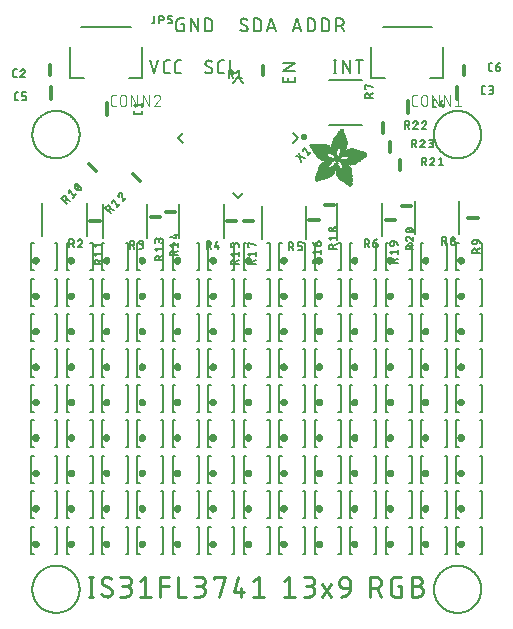
<source format=gbr>
G04 EAGLE Gerber RS-274X export*
G75*
%MOMM*%
%FSLAX34Y34*%
%LPD*%
%INSilkscreen Top*%
%IPPOS*%
%AMOC8*
5,1,8,0,0,1.08239X$1,22.5*%
G01*
%ADD10C,0.177800*%
%ADD11C,0.279400*%
%ADD12C,0.304800*%
%ADD13C,0.152400*%
%ADD14C,0.203200*%
%ADD15R,0.068600X0.007600*%
%ADD16R,0.114300X0.007600*%
%ADD17R,0.152400X0.007700*%
%ADD18R,0.182900X0.007600*%
%ADD19R,0.205700X0.007600*%
%ADD20R,0.228600X0.007600*%
%ADD21R,0.259100X0.007600*%
%ADD22R,0.274300X0.007700*%
%ADD23R,0.289500X0.007600*%
%ADD24R,0.304800X0.007600*%
%ADD25R,0.320100X0.007600*%
%ADD26R,0.342900X0.007600*%
%ADD27R,0.350500X0.007700*%
%ADD28R,0.365800X0.007600*%
%ADD29R,0.381000X0.007600*%
%ADD30R,0.388600X0.007600*%
%ADD31R,0.403800X0.007600*%
%ADD32R,0.419100X0.007700*%
%ADD33R,0.426700X0.007600*%
%ADD34R,0.441900X0.007600*%
%ADD35R,0.449600X0.007600*%
%ADD36R,0.464800X0.007600*%
%ADD37R,0.480000X0.007700*%
%ADD38R,0.487600X0.007600*%
%ADD39R,0.495300X0.007600*%
%ADD40R,0.510500X0.007600*%
%ADD41R,0.518100X0.007600*%
%ADD42R,0.525700X0.007700*%
%ADD43R,0.541000X0.007600*%
%ADD44R,0.548600X0.007600*%
%ADD45R,0.563800X0.007600*%
%ADD46R,0.571500X0.007600*%
%ADD47R,0.579100X0.007700*%
%ADD48R,0.594300X0.007600*%
%ADD49R,0.601900X0.007600*%
%ADD50R,0.609600X0.007600*%
%ADD51R,0.624800X0.007600*%
%ADD52R,0.632400X0.007700*%
%ADD53R,0.640000X0.007600*%
%ADD54R,0.655300X0.007600*%
%ADD55R,0.662900X0.007600*%
%ADD56R,0.678100X0.007600*%
%ADD57R,0.685800X0.007700*%
%ADD58R,0.693400X0.007600*%
%ADD59R,0.708600X0.007600*%
%ADD60R,0.716200X0.007600*%
%ADD61R,0.723900X0.007600*%
%ADD62R,0.739100X0.007700*%
%ADD63R,0.746700X0.007600*%
%ADD64R,0.754300X0.007600*%
%ADD65R,0.769600X0.007600*%
%ADD66R,0.777200X0.007600*%
%ADD67R,0.792400X0.007700*%
%ADD68R,0.800100X0.007600*%
%ADD69R,0.807700X0.007600*%
%ADD70R,0.822900X0.007600*%
%ADD71R,0.830500X0.007600*%
%ADD72R,0.838200X0.007700*%
%ADD73R,0.091500X0.007600*%
%ADD74R,0.853400X0.007600*%
%ADD75R,0.144700X0.007600*%
%ADD76R,0.861000X0.007600*%
%ADD77R,0.190500X0.007600*%
%ADD78R,0.876300X0.007600*%
%ADD79R,0.221000X0.007600*%
%ADD80R,0.883900X0.007600*%
%ADD81R,0.259000X0.007700*%
%ADD82R,0.891500X0.007700*%
%ADD83R,0.289600X0.007600*%
%ADD84R,0.906700X0.007600*%
%ADD85R,0.914400X0.007600*%
%ADD86R,0.350500X0.007600*%
%ADD87R,0.922000X0.007600*%
%ADD88R,0.937200X0.007600*%
%ADD89R,0.411400X0.007700*%
%ADD90R,0.944800X0.007700*%
%ADD91R,0.434300X0.007600*%
%ADD92R,0.952500X0.007600*%
%ADD93R,0.464900X0.007600*%
%ADD94R,0.967700X0.007600*%
%ADD95R,0.975300X0.007600*%
%ADD96R,0.518200X0.007600*%
%ADD97R,0.990600X0.007600*%
%ADD98R,0.548600X0.007700*%
%ADD99R,0.998200X0.007700*%
%ADD100R,1.005800X0.007600*%
%ADD101R,0.594400X0.007600*%
%ADD102R,1.021000X0.007600*%
%ADD103R,0.617200X0.007600*%
%ADD104R,1.028700X0.007600*%
%ADD105R,0.647700X0.007600*%
%ADD106R,1.036300X0.007600*%
%ADD107R,0.670500X0.007700*%
%ADD108R,1.051500X0.007700*%
%ADD109R,1.059100X0.007600*%
%ADD110R,0.716300X0.007600*%
%ADD111R,1.066800X0.007600*%
%ADD112R,0.739100X0.007600*%
%ADD113R,1.074400X0.007600*%
%ADD114R,0.762000X0.007600*%
%ADD115R,1.089600X0.007600*%
%ADD116R,0.784800X0.007700*%
%ADD117R,1.097200X0.007700*%
%ADD118R,1.104900X0.007600*%
%ADD119R,0.830600X0.007600*%
%ADD120R,1.112500X0.007600*%
%ADD121R,0.845800X0.007600*%
%ADD122R,1.120100X0.007600*%
%ADD123R,0.868700X0.007600*%
%ADD124R,1.127700X0.007600*%
%ADD125R,1.135300X0.007700*%
%ADD126R,1.143000X0.007600*%
%ADD127R,0.944900X0.007600*%
%ADD128R,1.150600X0.007600*%
%ADD129R,0.960100X0.007600*%
%ADD130R,1.158200X0.007600*%
%ADD131R,0.983000X0.007600*%
%ADD132R,1.165800X0.007600*%
%ADD133R,1.005900X0.007700*%
%ADD134R,1.173400X0.007700*%
%ADD135R,1.021100X0.007600*%
%ADD136R,1.181100X0.007600*%
%ADD137R,1.044000X0.007600*%
%ADD138R,1.188700X0.007600*%
%ADD139R,1.196300X0.007600*%
%ADD140R,1.082000X0.007600*%
%ADD141R,1.203900X0.007600*%
%ADD142R,1.104900X0.007700*%
%ADD143R,1.211500X0.007700*%
%ADD144R,1.211500X0.007600*%
%ADD145R,1.219200X0.007600*%
%ADD146R,1.226800X0.007600*%
%ADD147R,1.234400X0.007600*%
%ADD148R,1.188700X0.007700*%
%ADD149R,1.242000X0.007700*%
%ADD150R,1.242000X0.007600*%
%ADD151R,1.211600X0.007600*%
%ADD152R,1.249600X0.007600*%
%ADD153R,1.257300X0.007600*%
%ADD154R,1.264900X0.007600*%
%ADD155R,1.242100X0.007700*%
%ADD156R,1.264900X0.007700*%
%ADD157R,1.272500X0.007600*%
%ADD158R,1.265000X0.007600*%
%ADD159R,1.280100X0.007600*%
%ADD160R,1.272600X0.007600*%
%ADD161R,1.287700X0.007600*%
%ADD162R,1.287800X0.007600*%
%ADD163R,1.295400X0.007700*%
%ADD164R,1.303000X0.007600*%
%ADD165R,1.318200X0.007600*%
%ADD166R,1.310600X0.007600*%
%ADD167R,1.325900X0.007600*%
%ADD168R,1.341100X0.007700*%
%ADD169R,1.318200X0.007700*%
%ADD170R,1.341100X0.007600*%
%ADD171R,1.325800X0.007600*%
%ADD172R,1.348700X0.007600*%
%ADD173R,1.364000X0.007600*%
%ADD174R,1.333500X0.007600*%
%ADD175R,1.371600X0.007700*%
%ADD176R,1.379200X0.007600*%
%ADD177R,1.379300X0.007600*%
%ADD178R,1.386900X0.007600*%
%ADD179R,1.394500X0.007600*%
%ADD180R,1.356300X0.007600*%
%ADD181R,1.394400X0.007700*%
%ADD182R,1.356300X0.007700*%
%ADD183R,1.402000X0.007600*%
%ADD184R,1.409700X0.007600*%
%ADD185R,1.363900X0.007600*%
%ADD186R,1.417300X0.007600*%
%ADD187R,1.371600X0.007600*%
%ADD188R,1.424900X0.007700*%
%ADD189R,1.424900X0.007600*%
%ADD190R,1.432600X0.007600*%
%ADD191R,1.440200X0.007600*%
%ADD192R,1.386800X0.007600*%
%ADD193R,1.447800X0.007700*%
%ADD194R,1.386800X0.007700*%
%ADD195R,1.447800X0.007600*%
%ADD196R,1.455500X0.007600*%
%ADD197R,1.394400X0.007600*%
%ADD198R,1.463100X0.007600*%
%ADD199R,1.455400X0.007700*%
%ADD200R,1.463000X0.007600*%
%ADD201R,1.470600X0.007600*%
%ADD202R,1.470600X0.007700*%
%ADD203R,1.409700X0.007700*%
%ADD204R,1.470700X0.007600*%
%ADD205R,1.402100X0.007600*%
%ADD206R,1.478300X0.007600*%
%ADD207R,1.478300X0.007700*%
%ADD208R,1.402100X0.007700*%
%ADD209R,1.485900X0.007600*%
%ADD210R,1.485900X0.007700*%
%ADD211R,1.493500X0.007700*%
%ADD212R,1.493500X0.007600*%
%ADD213R,1.394500X0.007700*%
%ADD214R,1.493600X0.007700*%
%ADD215R,1.386900X0.007700*%
%ADD216R,1.379200X0.007700*%
%ADD217R,2.857500X0.007700*%
%ADD218R,2.857500X0.007600*%
%ADD219R,2.849900X0.007600*%
%ADD220R,2.842300X0.007600*%
%ADD221R,2.834700X0.007700*%
%ADD222R,2.827000X0.007600*%
%ADD223R,2.819400X0.007600*%
%ADD224R,2.811800X0.007600*%
%ADD225R,2.811800X0.007700*%
%ADD226R,2.804100X0.007600*%
%ADD227R,2.796500X0.007600*%
%ADD228R,1.966000X0.007600*%
%ADD229R,1.943100X0.007600*%
%ADD230R,0.754400X0.007600*%
%ADD231R,1.927900X0.007700*%
%ADD232R,0.746700X0.007700*%
%ADD233R,1.912600X0.007600*%
%ADD234R,0.731500X0.007600*%
%ADD235R,1.905000X0.007600*%
%ADD236R,1.882200X0.007600*%
%ADD237R,1.874600X0.007600*%
%ADD238R,1.866900X0.007700*%
%ADD239R,0.708700X0.007700*%
%ADD240R,1.851600X0.007600*%
%ADD241R,0.701100X0.007600*%
%ADD242R,1.844000X0.007600*%
%ADD243R,1.836400X0.007600*%
%ADD244R,1.821200X0.007600*%
%ADD245R,0.685800X0.007600*%
%ADD246R,1.813500X0.007700*%
%ADD247R,1.805900X0.007600*%
%ADD248R,0.678200X0.007600*%
%ADD249R,1.790700X0.007600*%
%ADD250R,0.670600X0.007600*%
%ADD251R,1.775500X0.007600*%
%ADD252R,1.767900X0.007700*%
%ADD253R,0.663000X0.007700*%
%ADD254R,1.760200X0.007600*%
%ADD255R,1.752600X0.007600*%
%ADD256R,0.937300X0.007600*%
%ADD257R,0.792500X0.007600*%
%ADD258R,0.899100X0.007600*%
%ADD259R,0.883900X0.007700*%
%ADD260R,0.716300X0.007700*%
%ADD261R,0.647700X0.007700*%
%ADD262R,0.640100X0.007600*%
%ADD263R,0.632500X0.007600*%
%ADD264R,0.655400X0.007600*%
%ADD265R,0.632400X0.007600*%
%ADD266R,0.845800X0.007700*%
%ADD267R,0.617200X0.007700*%
%ADD268R,0.624800X0.007700*%
%ADD269R,0.602000X0.007600*%
%ADD270R,0.838200X0.007600*%
%ADD271R,0.586700X0.007600*%
%ADD272R,0.548700X0.007600*%
%ADD273R,0.830500X0.007700*%
%ADD274R,0.541000X0.007700*%
%ADD275R,0.594300X0.007700*%
%ADD276R,0.525800X0.007600*%
%ADD277R,0.586800X0.007600*%
%ADD278R,0.815300X0.007600*%
%ADD279R,0.579200X0.007600*%
%ADD280R,0.815400X0.007600*%
%ADD281R,0.815400X0.007700*%
%ADD282R,0.571500X0.007700*%
%ADD283R,0.807800X0.007600*%
%ADD284R,0.563900X0.007600*%
%ADD285R,0.457200X0.007600*%
%ADD286R,0.442000X0.007600*%
%ADD287R,0.556300X0.007600*%
%ADD288R,0.807700X0.007700*%
%ADD289R,0.411500X0.007600*%
%ADD290R,0.533400X0.007600*%
%ADD291R,0.076200X0.007600*%
%ADD292R,0.403900X0.007600*%
%ADD293R,0.525700X0.007600*%
%ADD294R,0.388700X0.007600*%
%ADD295R,0.297200X0.007600*%
%ADD296R,0.373400X0.007700*%
%ADD297R,0.503000X0.007700*%
%ADD298R,0.426800X0.007700*%
%ADD299R,0.358100X0.007600*%
%ADD300R,0.502900X0.007600*%
%ADD301R,0.472400X0.007600*%
%ADD302R,0.487700X0.007600*%
%ADD303R,0.335300X0.007600*%
%ADD304R,0.792500X0.007700*%
%ADD305R,0.327600X0.007700*%
%ADD306R,0.472400X0.007700*%
%ADD307R,0.640000X0.007700*%
%ADD308R,0.784800X0.007600*%
%ADD309R,0.320000X0.007600*%
%ADD310R,0.792400X0.007600*%
%ADD311R,1.173400X0.007600*%
%ADD312R,1.196400X0.007600*%
%ADD313R,0.784900X0.007600*%
%ADD314R,0.784900X0.007700*%
%ADD315R,0.297200X0.007700*%
%ADD316R,1.249700X0.007600*%
%ADD317R,0.281900X0.007600*%
%ADD318R,1.295400X0.007600*%
%ADD319R,0.266700X0.007600*%
%ADD320R,0.777300X0.007700*%
%ADD321R,0.266700X0.007700*%
%ADD322R,1.333500X0.007700*%
%ADD323R,0.777300X0.007600*%
%ADD324R,1.348800X0.007600*%
%ADD325R,0.251500X0.007600*%
%ADD326R,0.243900X0.007700*%
%ADD327R,0.243900X0.007600*%
%ADD328R,1.440100X0.007600*%
%ADD329R,0.236200X0.007600*%
%ADD330R,0.762000X0.007700*%
%ADD331R,0.236200X0.007700*%
%ADD332R,1.508700X0.007700*%
%ADD333R,1.531600X0.007600*%
%ADD334R,1.546900X0.007600*%
%ADD335R,1.569700X0.007600*%
%ADD336R,1.585000X0.007600*%
%ADD337R,0.746800X0.007700*%
%ADD338R,1.607800X0.007700*%
%ADD339R,0.243800X0.007600*%
%ADD340R,1.630700X0.007600*%
%ADD341R,1.653500X0.007600*%
%ADD342R,0.739200X0.007600*%
%ADD343R,1.684000X0.007600*%
%ADD344R,2.019300X0.007600*%
%ADD345R,0.731500X0.007700*%
%ADD346R,2.026900X0.007700*%
%ADD347R,2.049800X0.007600*%
%ADD348R,2.057400X0.007600*%
%ADD349R,0.708700X0.007600*%
%ADD350R,2.072600X0.007600*%
%ADD351R,0.701000X0.007600*%
%ADD352R,2.095500X0.007600*%
%ADD353R,0.693500X0.007700*%
%ADD354R,2.110800X0.007700*%
%ADD355R,2.141200X0.007600*%
%ADD356R,0.060900X0.007600*%
%ADD357R,2.872700X0.007600*%
%ADD358R,3.124200X0.007600*%
%ADD359R,3.177600X0.007600*%
%ADD360R,3.215600X0.007700*%
%ADD361R,3.253700X0.007600*%
%ADD362R,3.284300X0.007600*%
%ADD363R,3.314700X0.007600*%
%ADD364R,3.352800X0.007600*%
%ADD365R,3.375600X0.007700*%
%ADD366R,3.406200X0.007600*%
%ADD367R,3.429000X0.007600*%
%ADD368R,3.451800X0.007600*%
%ADD369R,3.482400X0.007600*%
%ADD370R,1.828800X0.007700*%
%ADD371R,1.539300X0.007700*%
%ADD372R,1.767900X0.007600*%
%ADD373R,1.767800X0.007600*%
%ADD374R,1.760200X0.007700*%
%ADD375R,1.760300X0.007600*%
%ADD376R,1.775400X0.007700*%
%ADD377R,1.379300X0.007700*%
%ADD378R,1.783000X0.007600*%
%ADD379R,1.813500X0.007600*%
%ADD380R,1.821100X0.007700*%
%ADD381R,0.503000X0.007600*%
%ADD382R,1.135400X0.007600*%
%ADD383R,1.127700X0.007700*%
%ADD384R,0.487700X0.007700*%
%ADD385R,1.120200X0.007600*%
%ADD386R,1.097300X0.007600*%
%ADD387R,0.510600X0.007600*%
%ADD388R,1.074400X0.007700*%
%ADD389R,0.525800X0.007700*%
%ADD390R,1.440200X0.007700*%
%ADD391R,1.059200X0.007600*%
%ADD392R,1.051600X0.007600*%
%ADD393R,1.051500X0.007600*%
%ADD394R,1.043900X0.007700*%
%ADD395R,0.602000X0.007700*%
%ADD396R,1.524000X0.007600*%
%ADD397R,1.539300X0.007600*%
%ADD398R,1.592600X0.007600*%
%ADD399R,1.021100X0.007700*%
%ADD400R,1.615400X0.007700*%
%ADD401R,1.013400X0.007600*%
%ADD402R,1.653600X0.007600*%
%ADD403R,1.013500X0.007600*%
%ADD404R,1.699300X0.007600*%
%ADD405R,2.743200X0.007600*%
%ADD406R,1.005900X0.007600*%
%ADD407R,2.415500X0.007600*%
%ADD408R,1.005800X0.007700*%
%ADD409R,0.281900X0.007700*%
%ADD410R,2.408000X0.007700*%
%ADD411R,2.407900X0.007600*%
%ADD412R,0.998200X0.007600*%
%ADD413R,0.282000X0.007600*%
%ADD414R,0.998300X0.007600*%
%ADD415R,2.400300X0.007600*%
%ADD416R,0.289500X0.007700*%
%ADD417R,2.400300X0.007700*%
%ADD418R,0.297100X0.007600*%
%ADD419R,0.312400X0.007600*%
%ADD420R,2.392700X0.007600*%
%ADD421R,0.990600X0.007700*%
%ADD422R,0.327700X0.007700*%
%ADD423R,2.392700X0.007700*%
%ADD424R,2.385100X0.007600*%
%ADD425R,0.381000X0.007700*%
%ADD426R,2.377400X0.007700*%
%ADD427R,2.377400X0.007600*%
%ADD428R,2.369800X0.007600*%
%ADD429R,0.419100X0.007600*%
%ADD430R,2.362200X0.007600*%
%ADD431R,0.426800X0.007600*%
%ADD432R,1.036300X0.007700*%
%ADD433R,0.442000X0.007700*%
%ADD434R,2.354600X0.007700*%
%ADD435R,2.354600X0.007600*%
%ADD436R,0.480100X0.007600*%
%ADD437R,2.347000X0.007600*%
%ADD438R,1.074500X0.007600*%
%ADD439R,2.339400X0.007600*%
%ADD440R,1.082100X0.007700*%
%ADD441R,0.548700X0.007700*%
%ADD442R,2.331800X0.007700*%
%ADD443R,2.331800X0.007600*%
%ADD444R,0.624900X0.007600*%
%ADD445R,2.324100X0.007600*%
%ADD446R,1.859300X0.007600*%
%ADD447R,2.308800X0.007600*%
%ADD448R,2.301200X0.007700*%
%ADD449R,2.301200X0.007600*%
%ADD450R,2.293600X0.007600*%
%ADD451R,2.278400X0.007600*%
%ADD452R,1.889800X0.007600*%
%ADD453R,2.270700X0.007600*%
%ADD454R,1.897400X0.007700*%
%ADD455R,2.255500X0.007700*%
%ADD456R,1.897400X0.007600*%
%ADD457R,2.247900X0.007600*%
%ADD458R,2.232600X0.007600*%
%ADD459R,1.912700X0.007600*%
%ADD460R,2.209800X0.007600*%
%ADD461R,1.920300X0.007600*%
%ADD462R,2.186900X0.007600*%
%ADD463R,1.920300X0.007700*%
%ADD464R,2.171700X0.007700*%
%ADD465R,1.935500X0.007600*%
%ADD466R,2.148800X0.007600*%
%ADD467R,2.126000X0.007600*%
%ADD468R,1.950700X0.007600*%
%ADD469R,1.958400X0.007700*%
%ADD470R,2.042200X0.007700*%
%ADD471R,1.973600X0.007600*%
%ADD472R,1.996500X0.007600*%
%ADD473R,1.981200X0.007600*%
%ADD474R,1.988800X0.007600*%
%ADD475R,1.996400X0.007700*%
%ADD476R,1.996400X0.007600*%
%ADD477R,2.004100X0.007600*%
%ADD478R,1.874500X0.007600*%
%ADD479R,1.425000X0.007600*%
%ADD480R,2.026900X0.007600*%
%ADD481R,0.434400X0.007700*%
%ADD482R,1.364000X0.007700*%
%ADD483R,2.034500X0.007600*%
%ADD484R,0.434400X0.007600*%
%ADD485R,2.049700X0.007600*%
%ADD486R,2.065000X0.007700*%
%ADD487R,0.464800X0.007700*%
%ADD488R,1.196300X0.007700*%
%ADD489R,2.080300X0.007600*%
%ADD490R,1.158300X0.007600*%
%ADD491R,2.087900X0.007600*%
%ADD492R,0.472500X0.007600*%
%ADD493R,2.103100X0.007600*%
%ADD494R,2.118400X0.007600*%
%ADD495R,2.133600X0.007600*%
%ADD496R,2.148800X0.007700*%
%ADD497R,2.164000X0.007600*%
%ADD498R,2.171700X0.007600*%
%ADD499R,2.187000X0.007600*%
%ADD500R,0.556200X0.007600*%
%ADD501R,2.202200X0.007700*%
%ADD502R,0.556200X0.007700*%
%ADD503R,0.640100X0.007700*%
%ADD504R,0.579100X0.007600*%
%ADD505R,0.480000X0.007600*%
%ADD506R,1.752600X0.007700*%
%ADD507R,0.487600X0.007700*%
%ADD508R,0.594400X0.007700*%
%ADD509R,0.358100X0.007700*%
%ADD510R,0.099000X0.007600*%
%ADD511R,1.280200X0.007600*%
%ADD512R,1.745000X0.007600*%
%ADD513R,1.744900X0.007600*%
%ADD514R,1.737300X0.007700*%
%ADD515R,1.737400X0.007600*%
%ADD516R,1.729800X0.007600*%
%ADD517R,1.722200X0.007600*%
%ADD518R,1.722100X0.007600*%
%ADD519R,1.714500X0.007700*%
%ADD520R,1.356400X0.007700*%
%ADD521R,1.706900X0.007600*%
%ADD522R,1.356400X0.007600*%
%ADD523R,1.691700X0.007600*%
%ADD524R,1.668800X0.007700*%
%ADD525R,1.645900X0.007600*%
%ADD526R,1.623100X0.007600*%
%ADD527R,1.577400X0.007600*%
%ADD528R,1.554400X0.007600*%
%ADD529R,1.539200X0.007600*%
%ADD530R,1.524000X0.007700*%
%ADD531R,1.501100X0.007600*%
%ADD532R,1.455400X0.007600*%
%ADD533R,1.348800X0.007700*%
%ADD534R,1.318300X0.007600*%
%ADD535R,1.310600X0.007700*%
%ADD536R,1.287800X0.007700*%
%ADD537R,1.234500X0.007600*%
%ADD538R,1.226900X0.007600*%
%ADD539R,1.173500X0.007700*%
%ADD540R,1.173500X0.007600*%
%ADD541R,1.165900X0.007600*%
%ADD542R,1.143000X0.007700*%
%ADD543R,1.127800X0.007600*%
%ADD544R,1.097200X0.007600*%
%ADD545R,1.028700X0.007700*%
%ADD546R,0.982900X0.007600*%
%ADD547R,0.952500X0.007700*%
%ADD548R,0.929600X0.007600*%
%ADD549R,0.906800X0.007700*%
%ADD550R,0.906800X0.007600*%
%ADD551R,0.899200X0.007600*%
%ADD552R,0.884000X0.007600*%
%ADD553R,0.876300X0.007700*%
%ADD554R,0.830600X0.007700*%
%ADD555R,0.754400X0.007700*%
%ADD556R,0.746800X0.007600*%
%ADD557R,0.708600X0.007700*%
%ADD558R,0.678200X0.007700*%
%ADD559R,0.663000X0.007600*%
%ADD560R,0.632500X0.007700*%
%ADD561R,0.556300X0.007700*%
%ADD562R,0.518200X0.007700*%
%ADD563R,0.434300X0.007700*%
%ADD564R,0.396300X0.007700*%
%ADD565R,0.373300X0.007600*%
%ADD566R,0.365700X0.007600*%
%ADD567R,0.327700X0.007600*%
%ADD568R,0.304800X0.007700*%
%ADD569R,0.274300X0.007600*%
%ADD570R,0.243800X0.007700*%
%ADD571R,0.205800X0.007600*%
%ADD572R,0.152400X0.007600*%
%ADD573R,0.121900X0.007700*%
%ADD574C,0.127000*%
%ADD575C,0.076200*%


D10*
X104290Y422656D02*
X107931Y411734D01*
X111571Y422656D01*
X118708Y411734D02*
X121135Y411734D01*
X118708Y411734D02*
X118610Y411736D01*
X118513Y411742D01*
X118415Y411752D01*
X118319Y411765D01*
X118223Y411783D01*
X118127Y411805D01*
X118033Y411830D01*
X117939Y411859D01*
X117847Y411892D01*
X117757Y411928D01*
X117668Y411968D01*
X117580Y412012D01*
X117494Y412059D01*
X117411Y412110D01*
X117329Y412164D01*
X117250Y412221D01*
X117173Y412281D01*
X117099Y412344D01*
X117027Y412411D01*
X116958Y412480D01*
X116891Y412552D01*
X116828Y412626D01*
X116768Y412703D01*
X116711Y412782D01*
X116657Y412864D01*
X116606Y412948D01*
X116559Y413033D01*
X116515Y413121D01*
X116475Y413210D01*
X116439Y413300D01*
X116406Y413392D01*
X116377Y413486D01*
X116352Y413580D01*
X116330Y413676D01*
X116312Y413772D01*
X116299Y413868D01*
X116289Y413966D01*
X116283Y414063D01*
X116281Y414161D01*
X116281Y420229D01*
X116283Y420327D01*
X116289Y420424D01*
X116299Y420522D01*
X116312Y420618D01*
X116330Y420714D01*
X116352Y420810D01*
X116377Y420904D01*
X116406Y420998D01*
X116439Y421090D01*
X116475Y421180D01*
X116515Y421269D01*
X116559Y421357D01*
X116606Y421442D01*
X116657Y421526D01*
X116711Y421608D01*
X116768Y421687D01*
X116828Y421764D01*
X116891Y421838D01*
X116958Y421910D01*
X117027Y421979D01*
X117099Y422046D01*
X117173Y422109D01*
X117250Y422169D01*
X117329Y422226D01*
X117411Y422280D01*
X117494Y422331D01*
X117580Y422378D01*
X117668Y422422D01*
X117757Y422462D01*
X117847Y422498D01*
X117939Y422531D01*
X118033Y422560D01*
X118127Y422585D01*
X118223Y422607D01*
X118319Y422625D01*
X118415Y422638D01*
X118513Y422648D01*
X118610Y422654D01*
X118708Y422656D01*
X121135Y422656D01*
X128233Y411734D02*
X130660Y411734D01*
X128233Y411734D02*
X128135Y411736D01*
X128038Y411742D01*
X127940Y411752D01*
X127844Y411765D01*
X127748Y411783D01*
X127652Y411805D01*
X127558Y411830D01*
X127464Y411859D01*
X127372Y411892D01*
X127282Y411928D01*
X127193Y411968D01*
X127105Y412012D01*
X127019Y412059D01*
X126936Y412110D01*
X126854Y412164D01*
X126775Y412221D01*
X126698Y412281D01*
X126624Y412344D01*
X126552Y412411D01*
X126483Y412480D01*
X126416Y412552D01*
X126353Y412626D01*
X126293Y412703D01*
X126236Y412782D01*
X126182Y412864D01*
X126131Y412948D01*
X126084Y413033D01*
X126040Y413121D01*
X126000Y413210D01*
X125964Y413300D01*
X125931Y413392D01*
X125902Y413486D01*
X125877Y413580D01*
X125855Y413676D01*
X125837Y413772D01*
X125824Y413868D01*
X125814Y413966D01*
X125808Y414063D01*
X125806Y414161D01*
X125806Y420229D01*
X125808Y420327D01*
X125814Y420424D01*
X125824Y420522D01*
X125837Y420618D01*
X125855Y420714D01*
X125877Y420810D01*
X125902Y420904D01*
X125931Y420998D01*
X125964Y421090D01*
X126000Y421180D01*
X126040Y421269D01*
X126084Y421357D01*
X126131Y421442D01*
X126182Y421526D01*
X126236Y421608D01*
X126293Y421687D01*
X126353Y421764D01*
X126416Y421838D01*
X126483Y421910D01*
X126552Y421979D01*
X126624Y422046D01*
X126698Y422109D01*
X126775Y422169D01*
X126854Y422226D01*
X126936Y422280D01*
X127019Y422331D01*
X127105Y422378D01*
X127193Y422422D01*
X127282Y422462D01*
X127372Y422498D01*
X127464Y422531D01*
X127558Y422560D01*
X127652Y422585D01*
X127748Y422607D01*
X127844Y422625D01*
X127940Y422638D01*
X128038Y422648D01*
X128135Y422654D01*
X128233Y422656D01*
X130660Y422656D01*
X131262Y453362D02*
X133082Y453362D01*
X133082Y447294D01*
X129441Y447294D01*
X129343Y447296D01*
X129246Y447302D01*
X129148Y447312D01*
X129052Y447325D01*
X128956Y447343D01*
X128860Y447365D01*
X128766Y447390D01*
X128672Y447419D01*
X128580Y447452D01*
X128490Y447488D01*
X128401Y447528D01*
X128313Y447572D01*
X128227Y447619D01*
X128144Y447670D01*
X128062Y447724D01*
X127983Y447781D01*
X127906Y447841D01*
X127832Y447904D01*
X127760Y447971D01*
X127691Y448040D01*
X127624Y448112D01*
X127561Y448186D01*
X127501Y448263D01*
X127444Y448342D01*
X127390Y448424D01*
X127339Y448508D01*
X127292Y448593D01*
X127248Y448681D01*
X127208Y448770D01*
X127172Y448860D01*
X127139Y448952D01*
X127110Y449046D01*
X127085Y449140D01*
X127063Y449236D01*
X127045Y449332D01*
X127032Y449428D01*
X127022Y449526D01*
X127016Y449623D01*
X127014Y449721D01*
X127014Y455789D01*
X127016Y455887D01*
X127022Y455984D01*
X127032Y456082D01*
X127045Y456178D01*
X127063Y456274D01*
X127085Y456370D01*
X127110Y456464D01*
X127139Y456558D01*
X127172Y456650D01*
X127208Y456740D01*
X127248Y456829D01*
X127292Y456917D01*
X127339Y457002D01*
X127390Y457086D01*
X127444Y457168D01*
X127501Y457247D01*
X127561Y457324D01*
X127624Y457398D01*
X127691Y457470D01*
X127760Y457539D01*
X127832Y457606D01*
X127906Y457669D01*
X127983Y457729D01*
X128062Y457786D01*
X128144Y457840D01*
X128227Y457891D01*
X128313Y457938D01*
X128401Y457982D01*
X128490Y458022D01*
X128580Y458058D01*
X128672Y458091D01*
X128766Y458120D01*
X128860Y458145D01*
X128956Y458167D01*
X129052Y458185D01*
X129148Y458198D01*
X129246Y458208D01*
X129343Y458214D01*
X129441Y458216D01*
X133082Y458216D01*
X139206Y458216D02*
X139206Y447294D01*
X145274Y447294D02*
X139206Y458216D01*
X145274Y458216D02*
X145274Y447294D01*
X151398Y447294D02*
X151398Y458216D01*
X154432Y458216D01*
X154540Y458214D01*
X154648Y458208D01*
X154756Y458199D01*
X154864Y458185D01*
X154971Y458168D01*
X155077Y458147D01*
X155182Y458122D01*
X155287Y458093D01*
X155390Y458061D01*
X155492Y458025D01*
X155593Y457985D01*
X155692Y457942D01*
X155790Y457895D01*
X155886Y457845D01*
X155980Y457791D01*
X156072Y457734D01*
X156162Y457674D01*
X156250Y457611D01*
X156336Y457544D01*
X156419Y457475D01*
X156499Y457403D01*
X156577Y457327D01*
X156653Y457249D01*
X156725Y457169D01*
X156794Y457086D01*
X156861Y457000D01*
X156924Y456912D01*
X156984Y456822D01*
X157041Y456730D01*
X157095Y456636D01*
X157145Y456540D01*
X157192Y456442D01*
X157235Y456343D01*
X157275Y456242D01*
X157311Y456140D01*
X157343Y456037D01*
X157372Y455932D01*
X157397Y455827D01*
X157418Y455721D01*
X157435Y455614D01*
X157449Y455506D01*
X157458Y455398D01*
X157464Y455290D01*
X157466Y455182D01*
X157466Y450328D01*
X157464Y450220D01*
X157458Y450112D01*
X157449Y450004D01*
X157435Y449896D01*
X157418Y449789D01*
X157397Y449683D01*
X157372Y449578D01*
X157343Y449473D01*
X157311Y449370D01*
X157275Y449268D01*
X157235Y449167D01*
X157192Y449068D01*
X157145Y448970D01*
X157095Y448874D01*
X157041Y448780D01*
X156984Y448688D01*
X156924Y448598D01*
X156861Y448510D01*
X156794Y448424D01*
X156725Y448341D01*
X156653Y448261D01*
X156577Y448183D01*
X156499Y448107D01*
X156419Y448035D01*
X156336Y447966D01*
X156250Y447899D01*
X156162Y447836D01*
X156072Y447776D01*
X155980Y447719D01*
X155886Y447665D01*
X155790Y447615D01*
X155692Y447568D01*
X155593Y447525D01*
X155492Y447485D01*
X155390Y447449D01*
X155287Y447417D01*
X155182Y447388D01*
X155077Y447363D01*
X154971Y447342D01*
X154864Y447325D01*
X154756Y447311D01*
X154648Y447302D01*
X154540Y447296D01*
X154432Y447294D01*
X151398Y447294D01*
X157328Y414161D02*
X157326Y414063D01*
X157320Y413966D01*
X157310Y413868D01*
X157297Y413772D01*
X157279Y413676D01*
X157257Y413580D01*
X157232Y413486D01*
X157203Y413392D01*
X157170Y413300D01*
X157134Y413210D01*
X157094Y413121D01*
X157050Y413033D01*
X157003Y412948D01*
X156952Y412864D01*
X156898Y412782D01*
X156841Y412703D01*
X156781Y412626D01*
X156718Y412552D01*
X156651Y412480D01*
X156582Y412411D01*
X156510Y412344D01*
X156436Y412281D01*
X156359Y412221D01*
X156280Y412164D01*
X156198Y412110D01*
X156115Y412059D01*
X156029Y412012D01*
X155941Y411968D01*
X155852Y411928D01*
X155762Y411892D01*
X155670Y411859D01*
X155576Y411830D01*
X155482Y411805D01*
X155386Y411783D01*
X155290Y411765D01*
X155194Y411752D01*
X155096Y411742D01*
X154999Y411736D01*
X154901Y411734D01*
X154761Y411736D01*
X154622Y411742D01*
X154483Y411751D01*
X154344Y411764D01*
X154205Y411781D01*
X154067Y411802D01*
X153930Y411827D01*
X153793Y411855D01*
X153657Y411887D01*
X153522Y411923D01*
X153388Y411962D01*
X153256Y412005D01*
X153124Y412052D01*
X152994Y412102D01*
X152865Y412156D01*
X152738Y412213D01*
X152612Y412273D01*
X152488Y412337D01*
X152365Y412405D01*
X152245Y412476D01*
X152127Y412549D01*
X152010Y412627D01*
X151896Y412707D01*
X151784Y412790D01*
X151674Y412877D01*
X151567Y412966D01*
X151462Y413058D01*
X151360Y413153D01*
X151261Y413251D01*
X151563Y420229D02*
X151565Y420327D01*
X151571Y420424D01*
X151581Y420522D01*
X151594Y420618D01*
X151612Y420714D01*
X151634Y420810D01*
X151659Y420904D01*
X151688Y420998D01*
X151721Y421090D01*
X151757Y421180D01*
X151797Y421269D01*
X151841Y421357D01*
X151888Y421443D01*
X151939Y421526D01*
X151993Y421608D01*
X152050Y421687D01*
X152110Y421764D01*
X152173Y421838D01*
X152240Y421910D01*
X152309Y421979D01*
X152381Y422046D01*
X152455Y422109D01*
X152532Y422169D01*
X152611Y422226D01*
X152693Y422280D01*
X152777Y422331D01*
X152862Y422378D01*
X152950Y422422D01*
X153039Y422462D01*
X153129Y422498D01*
X153221Y422531D01*
X153315Y422560D01*
X153409Y422585D01*
X153505Y422607D01*
X153601Y422625D01*
X153697Y422638D01*
X153795Y422648D01*
X153892Y422654D01*
X153990Y422656D01*
X154123Y422654D01*
X154256Y422648D01*
X154389Y422638D01*
X154521Y422625D01*
X154653Y422607D01*
X154785Y422586D01*
X154915Y422561D01*
X155045Y422532D01*
X155174Y422499D01*
X155302Y422463D01*
X155429Y422422D01*
X155555Y422379D01*
X155679Y422331D01*
X155802Y422280D01*
X155923Y422225D01*
X156043Y422167D01*
X156161Y422105D01*
X156277Y422040D01*
X156391Y421971D01*
X156503Y421899D01*
X156613Y421824D01*
X156721Y421746D01*
X152777Y418105D02*
X152693Y418157D01*
X152611Y418212D01*
X152532Y418270D01*
X152455Y418331D01*
X152380Y418396D01*
X152308Y418463D01*
X152239Y418533D01*
X152173Y418606D01*
X152110Y418681D01*
X152049Y418759D01*
X151992Y418839D01*
X151938Y418922D01*
X151888Y419006D01*
X151841Y419092D01*
X151797Y419181D01*
X151757Y419271D01*
X151720Y419362D01*
X151688Y419455D01*
X151659Y419549D01*
X151633Y419644D01*
X151612Y419740D01*
X151594Y419837D01*
X151581Y419934D01*
X151571Y420032D01*
X151565Y420131D01*
X151563Y420229D01*
X156114Y416285D02*
X156198Y416233D01*
X156280Y416178D01*
X156359Y416120D01*
X156436Y416059D01*
X156511Y415994D01*
X156583Y415927D01*
X156652Y415857D01*
X156718Y415784D01*
X156781Y415709D01*
X156842Y415631D01*
X156899Y415551D01*
X156953Y415468D01*
X157003Y415384D01*
X157050Y415298D01*
X157094Y415209D01*
X157134Y415119D01*
X157171Y415028D01*
X157203Y414935D01*
X157232Y414841D01*
X157258Y414746D01*
X157279Y414650D01*
X157297Y414553D01*
X157310Y414456D01*
X157320Y414358D01*
X157326Y414259D01*
X157328Y414161D01*
X156114Y416285D02*
X152777Y418105D01*
X164690Y411734D02*
X167117Y411734D01*
X164690Y411734D02*
X164592Y411736D01*
X164495Y411742D01*
X164397Y411752D01*
X164301Y411765D01*
X164205Y411783D01*
X164109Y411805D01*
X164015Y411830D01*
X163921Y411859D01*
X163829Y411892D01*
X163739Y411928D01*
X163650Y411968D01*
X163562Y412012D01*
X163477Y412059D01*
X163393Y412110D01*
X163311Y412164D01*
X163232Y412221D01*
X163155Y412281D01*
X163081Y412344D01*
X163009Y412411D01*
X162940Y412480D01*
X162873Y412552D01*
X162810Y412626D01*
X162750Y412703D01*
X162693Y412782D01*
X162639Y412864D01*
X162588Y412948D01*
X162541Y413033D01*
X162497Y413121D01*
X162457Y413210D01*
X162421Y413300D01*
X162388Y413392D01*
X162359Y413486D01*
X162334Y413580D01*
X162312Y413676D01*
X162294Y413772D01*
X162281Y413868D01*
X162271Y413966D01*
X162265Y414063D01*
X162263Y414161D01*
X162263Y420229D01*
X162265Y420327D01*
X162271Y420424D01*
X162281Y420522D01*
X162294Y420618D01*
X162312Y420714D01*
X162334Y420810D01*
X162359Y420904D01*
X162388Y420998D01*
X162421Y421090D01*
X162457Y421180D01*
X162497Y421269D01*
X162541Y421357D01*
X162588Y421442D01*
X162639Y421526D01*
X162693Y421608D01*
X162750Y421687D01*
X162810Y421764D01*
X162873Y421838D01*
X162940Y421910D01*
X163009Y421979D01*
X163081Y422046D01*
X163155Y422109D01*
X163232Y422169D01*
X163311Y422226D01*
X163393Y422280D01*
X163476Y422331D01*
X163562Y422378D01*
X163650Y422422D01*
X163739Y422462D01*
X163829Y422498D01*
X163921Y422531D01*
X164015Y422560D01*
X164109Y422585D01*
X164205Y422607D01*
X164301Y422625D01*
X164397Y422638D01*
X164495Y422648D01*
X164592Y422654D01*
X164690Y422656D01*
X167117Y422656D01*
X172246Y422656D02*
X172246Y411734D01*
X177100Y411734D01*
X184723Y447294D02*
X184821Y447296D01*
X184918Y447302D01*
X185016Y447312D01*
X185112Y447325D01*
X185208Y447343D01*
X185304Y447365D01*
X185398Y447390D01*
X185492Y447419D01*
X185584Y447452D01*
X185674Y447488D01*
X185763Y447528D01*
X185851Y447572D01*
X185937Y447619D01*
X186020Y447670D01*
X186102Y447724D01*
X186181Y447781D01*
X186258Y447841D01*
X186332Y447904D01*
X186404Y447971D01*
X186473Y448040D01*
X186540Y448112D01*
X186603Y448186D01*
X186663Y448263D01*
X186720Y448342D01*
X186774Y448424D01*
X186825Y448508D01*
X186872Y448593D01*
X186916Y448681D01*
X186956Y448770D01*
X186992Y448860D01*
X187025Y448952D01*
X187054Y449046D01*
X187079Y449140D01*
X187101Y449236D01*
X187119Y449332D01*
X187132Y449428D01*
X187142Y449526D01*
X187148Y449623D01*
X187150Y449721D01*
X184723Y447294D02*
X184583Y447296D01*
X184444Y447302D01*
X184305Y447311D01*
X184166Y447324D01*
X184027Y447341D01*
X183889Y447362D01*
X183752Y447387D01*
X183615Y447415D01*
X183479Y447447D01*
X183344Y447483D01*
X183210Y447522D01*
X183078Y447565D01*
X182946Y447612D01*
X182816Y447662D01*
X182687Y447716D01*
X182560Y447773D01*
X182434Y447833D01*
X182310Y447897D01*
X182187Y447965D01*
X182067Y448036D01*
X181949Y448109D01*
X181832Y448187D01*
X181718Y448267D01*
X181606Y448350D01*
X181496Y448437D01*
X181389Y448526D01*
X181284Y448618D01*
X181182Y448713D01*
X181083Y448811D01*
X181386Y455789D02*
X181388Y455887D01*
X181394Y455984D01*
X181404Y456082D01*
X181417Y456178D01*
X181435Y456274D01*
X181457Y456370D01*
X181482Y456464D01*
X181511Y456558D01*
X181544Y456650D01*
X181580Y456740D01*
X181620Y456829D01*
X181664Y456917D01*
X181711Y457003D01*
X181762Y457086D01*
X181816Y457168D01*
X181873Y457247D01*
X181933Y457324D01*
X181996Y457398D01*
X182063Y457470D01*
X182132Y457539D01*
X182204Y457606D01*
X182278Y457669D01*
X182355Y457729D01*
X182434Y457786D01*
X182516Y457840D01*
X182600Y457891D01*
X182685Y457938D01*
X182773Y457982D01*
X182862Y458022D01*
X182952Y458058D01*
X183044Y458091D01*
X183138Y458120D01*
X183232Y458145D01*
X183328Y458167D01*
X183424Y458185D01*
X183520Y458198D01*
X183618Y458208D01*
X183715Y458214D01*
X183813Y458216D01*
X183946Y458214D01*
X184079Y458208D01*
X184212Y458198D01*
X184344Y458185D01*
X184476Y458167D01*
X184608Y458146D01*
X184738Y458121D01*
X184868Y458092D01*
X184997Y458059D01*
X185125Y458023D01*
X185252Y457982D01*
X185378Y457939D01*
X185502Y457891D01*
X185625Y457840D01*
X185746Y457785D01*
X185866Y457727D01*
X185984Y457665D01*
X186100Y457600D01*
X186214Y457531D01*
X186326Y457459D01*
X186436Y457384D01*
X186544Y457306D01*
X182600Y453665D02*
X182516Y453717D01*
X182434Y453772D01*
X182355Y453830D01*
X182278Y453891D01*
X182203Y453956D01*
X182131Y454023D01*
X182062Y454093D01*
X181996Y454166D01*
X181933Y454241D01*
X181872Y454319D01*
X181815Y454399D01*
X181761Y454482D01*
X181711Y454566D01*
X181664Y454652D01*
X181620Y454741D01*
X181580Y454831D01*
X181543Y454922D01*
X181511Y455015D01*
X181482Y455109D01*
X181456Y455204D01*
X181435Y455300D01*
X181417Y455397D01*
X181404Y455494D01*
X181394Y455592D01*
X181388Y455691D01*
X181386Y455789D01*
X185936Y451845D02*
X186020Y451793D01*
X186102Y451738D01*
X186181Y451680D01*
X186258Y451619D01*
X186333Y451554D01*
X186405Y451487D01*
X186474Y451417D01*
X186540Y451344D01*
X186603Y451269D01*
X186664Y451191D01*
X186721Y451111D01*
X186775Y451028D01*
X186825Y450944D01*
X186872Y450858D01*
X186916Y450769D01*
X186956Y450679D01*
X186993Y450588D01*
X187025Y450495D01*
X187054Y450401D01*
X187080Y450306D01*
X187101Y450210D01*
X187119Y450113D01*
X187132Y450016D01*
X187142Y449918D01*
X187148Y449819D01*
X187150Y449721D01*
X185936Y451845D02*
X182599Y453665D01*
X192512Y458216D02*
X192512Y447294D01*
X192512Y458216D02*
X195546Y458216D01*
X195654Y458214D01*
X195762Y458208D01*
X195870Y458199D01*
X195978Y458185D01*
X196085Y458168D01*
X196191Y458147D01*
X196296Y458122D01*
X196401Y458093D01*
X196504Y458061D01*
X196606Y458025D01*
X196707Y457985D01*
X196806Y457942D01*
X196904Y457895D01*
X197000Y457845D01*
X197094Y457791D01*
X197186Y457734D01*
X197276Y457674D01*
X197364Y457611D01*
X197450Y457544D01*
X197533Y457475D01*
X197613Y457403D01*
X197691Y457327D01*
X197767Y457249D01*
X197839Y457169D01*
X197908Y457086D01*
X197975Y457000D01*
X198038Y456912D01*
X198098Y456822D01*
X198155Y456730D01*
X198209Y456636D01*
X198259Y456540D01*
X198306Y456442D01*
X198349Y456343D01*
X198389Y456242D01*
X198425Y456140D01*
X198457Y456037D01*
X198486Y455932D01*
X198511Y455827D01*
X198532Y455721D01*
X198549Y455614D01*
X198563Y455506D01*
X198572Y455398D01*
X198578Y455290D01*
X198580Y455182D01*
X198580Y450328D01*
X198578Y450220D01*
X198572Y450112D01*
X198563Y450004D01*
X198549Y449896D01*
X198532Y449789D01*
X198511Y449683D01*
X198486Y449578D01*
X198457Y449473D01*
X198425Y449370D01*
X198389Y449268D01*
X198349Y449167D01*
X198306Y449068D01*
X198259Y448970D01*
X198209Y448874D01*
X198155Y448780D01*
X198098Y448688D01*
X198038Y448598D01*
X197975Y448510D01*
X197908Y448424D01*
X197839Y448341D01*
X197767Y448261D01*
X197691Y448183D01*
X197613Y448107D01*
X197533Y448035D01*
X197450Y447966D01*
X197364Y447899D01*
X197276Y447836D01*
X197186Y447776D01*
X197094Y447719D01*
X197000Y447665D01*
X196904Y447615D01*
X196806Y447568D01*
X196707Y447525D01*
X196606Y447485D01*
X196504Y447449D01*
X196401Y447417D01*
X196296Y447388D01*
X196191Y447363D01*
X196085Y447342D01*
X195978Y447325D01*
X195870Y447311D01*
X195762Y447302D01*
X195654Y447296D01*
X195546Y447294D01*
X192512Y447294D01*
X203716Y447294D02*
X207357Y458216D01*
X210998Y447294D01*
X210088Y450025D02*
X204627Y450025D01*
X225530Y447294D02*
X229170Y458216D01*
X232811Y447294D01*
X231901Y450025D02*
X226440Y450025D01*
X237947Y447294D02*
X237947Y458216D01*
X240981Y458216D01*
X241089Y458214D01*
X241197Y458208D01*
X241305Y458199D01*
X241413Y458185D01*
X241520Y458168D01*
X241626Y458147D01*
X241731Y458122D01*
X241836Y458093D01*
X241939Y458061D01*
X242041Y458025D01*
X242142Y457985D01*
X242241Y457942D01*
X242339Y457895D01*
X242435Y457845D01*
X242529Y457791D01*
X242621Y457734D01*
X242711Y457674D01*
X242799Y457611D01*
X242885Y457544D01*
X242968Y457475D01*
X243048Y457403D01*
X243126Y457327D01*
X243202Y457249D01*
X243274Y457169D01*
X243343Y457086D01*
X243410Y457000D01*
X243473Y456912D01*
X243533Y456822D01*
X243590Y456730D01*
X243644Y456636D01*
X243694Y456540D01*
X243741Y456442D01*
X243784Y456343D01*
X243824Y456242D01*
X243860Y456140D01*
X243892Y456037D01*
X243921Y455932D01*
X243946Y455827D01*
X243967Y455721D01*
X243984Y455614D01*
X243998Y455506D01*
X244007Y455398D01*
X244013Y455290D01*
X244015Y455182D01*
X244015Y450328D01*
X244013Y450220D01*
X244007Y450112D01*
X243998Y450004D01*
X243984Y449896D01*
X243967Y449789D01*
X243946Y449683D01*
X243921Y449578D01*
X243892Y449473D01*
X243860Y449370D01*
X243824Y449268D01*
X243784Y449167D01*
X243741Y449068D01*
X243694Y448970D01*
X243644Y448874D01*
X243590Y448780D01*
X243533Y448688D01*
X243473Y448598D01*
X243410Y448510D01*
X243343Y448424D01*
X243274Y448341D01*
X243202Y448261D01*
X243126Y448183D01*
X243048Y448107D01*
X242968Y448035D01*
X242885Y447966D01*
X242799Y447899D01*
X242711Y447836D01*
X242621Y447776D01*
X242529Y447719D01*
X242435Y447665D01*
X242339Y447615D01*
X242241Y447568D01*
X242142Y447525D01*
X242041Y447485D01*
X241939Y447449D01*
X241836Y447417D01*
X241731Y447388D01*
X241626Y447363D01*
X241520Y447342D01*
X241413Y447325D01*
X241305Y447311D01*
X241197Y447302D01*
X241089Y447296D01*
X240981Y447294D01*
X237947Y447294D01*
X250139Y447294D02*
X250139Y458216D01*
X253173Y458216D01*
X253281Y458214D01*
X253389Y458208D01*
X253497Y458199D01*
X253605Y458185D01*
X253712Y458168D01*
X253818Y458147D01*
X253923Y458122D01*
X254028Y458093D01*
X254131Y458061D01*
X254233Y458025D01*
X254334Y457985D01*
X254433Y457942D01*
X254531Y457895D01*
X254627Y457845D01*
X254721Y457791D01*
X254813Y457734D01*
X254903Y457674D01*
X254991Y457611D01*
X255077Y457544D01*
X255160Y457475D01*
X255240Y457403D01*
X255318Y457327D01*
X255394Y457249D01*
X255466Y457169D01*
X255535Y457086D01*
X255602Y457000D01*
X255665Y456912D01*
X255725Y456822D01*
X255782Y456730D01*
X255836Y456636D01*
X255886Y456540D01*
X255933Y456442D01*
X255976Y456343D01*
X256016Y456242D01*
X256052Y456140D01*
X256084Y456037D01*
X256113Y455932D01*
X256138Y455827D01*
X256159Y455721D01*
X256176Y455614D01*
X256190Y455506D01*
X256199Y455398D01*
X256205Y455290D01*
X256207Y455182D01*
X256207Y450328D01*
X256205Y450220D01*
X256199Y450112D01*
X256190Y450004D01*
X256176Y449896D01*
X256159Y449789D01*
X256138Y449683D01*
X256113Y449578D01*
X256084Y449473D01*
X256052Y449370D01*
X256016Y449268D01*
X255976Y449167D01*
X255933Y449068D01*
X255886Y448970D01*
X255836Y448874D01*
X255782Y448780D01*
X255725Y448688D01*
X255665Y448598D01*
X255602Y448510D01*
X255535Y448424D01*
X255466Y448341D01*
X255394Y448261D01*
X255318Y448183D01*
X255240Y448107D01*
X255160Y448035D01*
X255077Y447966D01*
X254991Y447899D01*
X254903Y447836D01*
X254813Y447776D01*
X254721Y447719D01*
X254627Y447665D01*
X254531Y447615D01*
X254433Y447568D01*
X254334Y447525D01*
X254233Y447485D01*
X254131Y447449D01*
X254028Y447417D01*
X253923Y447388D01*
X253818Y447363D01*
X253712Y447342D01*
X253605Y447325D01*
X253497Y447311D01*
X253389Y447302D01*
X253281Y447296D01*
X253173Y447294D01*
X250139Y447294D01*
X262433Y447294D02*
X262433Y458216D01*
X265467Y458216D01*
X265575Y458214D01*
X265683Y458208D01*
X265791Y458199D01*
X265899Y458185D01*
X266006Y458168D01*
X266112Y458147D01*
X266217Y458122D01*
X266322Y458093D01*
X266425Y458061D01*
X266527Y458025D01*
X266628Y457985D01*
X266727Y457942D01*
X266825Y457895D01*
X266921Y457845D01*
X267015Y457791D01*
X267107Y457734D01*
X267197Y457674D01*
X267285Y457611D01*
X267371Y457544D01*
X267454Y457475D01*
X267534Y457403D01*
X267612Y457327D01*
X267688Y457249D01*
X267760Y457169D01*
X267829Y457086D01*
X267896Y457000D01*
X267959Y456912D01*
X268019Y456822D01*
X268076Y456730D01*
X268130Y456636D01*
X268180Y456540D01*
X268227Y456442D01*
X268270Y456343D01*
X268310Y456242D01*
X268346Y456140D01*
X268378Y456037D01*
X268407Y455932D01*
X268432Y455827D01*
X268453Y455721D01*
X268470Y455614D01*
X268484Y455506D01*
X268493Y455398D01*
X268499Y455290D01*
X268501Y455182D01*
X268499Y455074D01*
X268493Y454966D01*
X268484Y454858D01*
X268470Y454750D01*
X268453Y454643D01*
X268432Y454537D01*
X268407Y454432D01*
X268378Y454327D01*
X268346Y454224D01*
X268310Y454122D01*
X268270Y454021D01*
X268227Y453922D01*
X268180Y453824D01*
X268130Y453728D01*
X268076Y453634D01*
X268019Y453542D01*
X267959Y453452D01*
X267896Y453364D01*
X267829Y453278D01*
X267760Y453195D01*
X267688Y453115D01*
X267612Y453037D01*
X267534Y452961D01*
X267454Y452889D01*
X267371Y452820D01*
X267285Y452753D01*
X267197Y452690D01*
X267107Y452630D01*
X267015Y452573D01*
X266921Y452519D01*
X266825Y452469D01*
X266727Y452422D01*
X266628Y452379D01*
X266527Y452339D01*
X266425Y452303D01*
X266322Y452271D01*
X266217Y452242D01*
X266112Y452217D01*
X266006Y452196D01*
X265899Y452179D01*
X265791Y452165D01*
X265683Y452156D01*
X265575Y452150D01*
X265467Y452148D01*
X262433Y452148D01*
X266073Y452148D02*
X268500Y447294D01*
X261218Y422656D02*
X261218Y411734D01*
X262431Y411734D02*
X260004Y411734D01*
X260004Y422656D02*
X262431Y422656D01*
X267709Y422656D02*
X267709Y411734D01*
X273777Y411734D02*
X267709Y422656D01*
X273777Y422656D02*
X273777Y411734D01*
X281792Y411734D02*
X281792Y422656D01*
X278758Y422656D02*
X284826Y422656D01*
X227711Y408998D02*
X227711Y404144D01*
X216789Y404144D01*
X216789Y408998D01*
X221643Y407784D02*
X221643Y404144D01*
X216789Y414019D02*
X227711Y414019D01*
X227711Y420086D02*
X216789Y414019D01*
X216789Y420086D02*
X227711Y420086D01*
D11*
X54925Y-14713D02*
X54925Y-31223D01*
X56759Y-31223D02*
X53090Y-31223D01*
X53090Y-14713D02*
X56759Y-14713D01*
X72353Y-27554D02*
X72351Y-27674D01*
X72345Y-27794D01*
X72335Y-27914D01*
X72322Y-28033D01*
X72304Y-28152D01*
X72283Y-28270D01*
X72257Y-28387D01*
X72228Y-28504D01*
X72195Y-28619D01*
X72158Y-28733D01*
X72118Y-28846D01*
X72074Y-28958D01*
X72026Y-29068D01*
X71975Y-29177D01*
X71920Y-29284D01*
X71861Y-29388D01*
X71800Y-29491D01*
X71735Y-29592D01*
X71666Y-29691D01*
X71595Y-29788D01*
X71520Y-29882D01*
X71443Y-29973D01*
X71362Y-30062D01*
X71278Y-30148D01*
X71192Y-30232D01*
X71103Y-30313D01*
X71012Y-30390D01*
X70918Y-30465D01*
X70821Y-30536D01*
X70722Y-30605D01*
X70621Y-30670D01*
X70519Y-30731D01*
X70414Y-30790D01*
X70307Y-30845D01*
X70198Y-30896D01*
X70088Y-30944D01*
X69976Y-30988D01*
X69863Y-31028D01*
X69749Y-31065D01*
X69634Y-31098D01*
X69517Y-31127D01*
X69400Y-31153D01*
X69282Y-31174D01*
X69163Y-31192D01*
X69044Y-31205D01*
X68924Y-31215D01*
X68804Y-31221D01*
X68684Y-31223D01*
X68499Y-31221D01*
X68313Y-31214D01*
X68128Y-31203D01*
X67943Y-31188D01*
X67759Y-31168D01*
X67575Y-31143D01*
X67392Y-31115D01*
X67209Y-31081D01*
X67028Y-31044D01*
X66847Y-31002D01*
X66667Y-30956D01*
X66489Y-30906D01*
X66312Y-30851D01*
X66136Y-30792D01*
X65962Y-30729D01*
X65789Y-30662D01*
X65617Y-30591D01*
X65448Y-30515D01*
X65280Y-30436D01*
X65115Y-30352D01*
X64951Y-30265D01*
X64790Y-30174D01*
X64631Y-30079D01*
X64474Y-29980D01*
X64319Y-29877D01*
X64167Y-29771D01*
X64018Y-29661D01*
X63871Y-29548D01*
X63727Y-29431D01*
X63586Y-29310D01*
X63448Y-29187D01*
X63313Y-29060D01*
X63180Y-28930D01*
X63639Y-18382D02*
X63641Y-18262D01*
X63647Y-18142D01*
X63657Y-18022D01*
X63670Y-17903D01*
X63688Y-17784D01*
X63709Y-17666D01*
X63735Y-17549D01*
X63764Y-17432D01*
X63797Y-17317D01*
X63834Y-17203D01*
X63874Y-17090D01*
X63918Y-16978D01*
X63966Y-16868D01*
X64017Y-16759D01*
X64072Y-16652D01*
X64131Y-16548D01*
X64192Y-16445D01*
X64257Y-16344D01*
X64326Y-16245D01*
X64397Y-16148D01*
X64472Y-16054D01*
X64549Y-15963D01*
X64630Y-15874D01*
X64714Y-15788D01*
X64800Y-15704D01*
X64889Y-15623D01*
X64980Y-15546D01*
X65074Y-15471D01*
X65171Y-15400D01*
X65270Y-15331D01*
X65371Y-15266D01*
X65474Y-15205D01*
X65578Y-15146D01*
X65685Y-15091D01*
X65794Y-15040D01*
X65904Y-14992D01*
X66016Y-14948D01*
X66129Y-14908D01*
X66243Y-14871D01*
X66358Y-14838D01*
X66475Y-14809D01*
X66592Y-14783D01*
X66710Y-14762D01*
X66829Y-14744D01*
X66948Y-14731D01*
X67068Y-14721D01*
X67188Y-14715D01*
X67308Y-14713D01*
X67472Y-14715D01*
X67636Y-14721D01*
X67799Y-14731D01*
X67963Y-14744D01*
X68126Y-14762D01*
X68288Y-14783D01*
X68450Y-14809D01*
X68612Y-14838D01*
X68772Y-14871D01*
X68932Y-14907D01*
X69091Y-14948D01*
X69249Y-14992D01*
X69405Y-15041D01*
X69561Y-15092D01*
X69715Y-15148D01*
X69868Y-15207D01*
X70020Y-15270D01*
X70169Y-15336D01*
X70318Y-15406D01*
X70464Y-15480D01*
X70609Y-15557D01*
X70752Y-15637D01*
X70893Y-15721D01*
X71032Y-15808D01*
X71169Y-15898D01*
X71303Y-15992D01*
X71435Y-16089D01*
X65474Y-21592D02*
X65371Y-21529D01*
X65270Y-21463D01*
X65171Y-21393D01*
X65075Y-21320D01*
X64981Y-21244D01*
X64889Y-21166D01*
X64800Y-21084D01*
X64714Y-20999D01*
X64630Y-20912D01*
X64550Y-20822D01*
X64472Y-20729D01*
X64397Y-20634D01*
X64326Y-20536D01*
X64258Y-20437D01*
X64193Y-20335D01*
X64131Y-20231D01*
X64073Y-20125D01*
X64018Y-20017D01*
X63967Y-19907D01*
X63919Y-19796D01*
X63875Y-19684D01*
X63834Y-19570D01*
X63798Y-19455D01*
X63765Y-19338D01*
X63736Y-19221D01*
X63710Y-19103D01*
X63689Y-18984D01*
X63671Y-18864D01*
X63658Y-18744D01*
X63648Y-18624D01*
X63642Y-18503D01*
X63640Y-18382D01*
X70519Y-24344D02*
X70622Y-24407D01*
X70723Y-24473D01*
X70822Y-24543D01*
X70918Y-24616D01*
X71012Y-24692D01*
X71104Y-24770D01*
X71193Y-24852D01*
X71279Y-24937D01*
X71363Y-25024D01*
X71443Y-25114D01*
X71521Y-25207D01*
X71596Y-25302D01*
X71667Y-25400D01*
X71735Y-25499D01*
X71800Y-25601D01*
X71862Y-25705D01*
X71920Y-25811D01*
X71975Y-25919D01*
X72026Y-26029D01*
X72074Y-26140D01*
X72118Y-26252D01*
X72159Y-26366D01*
X72195Y-26481D01*
X72228Y-26598D01*
X72257Y-26715D01*
X72283Y-26833D01*
X72304Y-26952D01*
X72322Y-27072D01*
X72335Y-27192D01*
X72345Y-27312D01*
X72351Y-27433D01*
X72353Y-27554D01*
X70519Y-24344D02*
X65474Y-21592D01*
X79373Y-31223D02*
X83959Y-31223D01*
X84094Y-31221D01*
X84228Y-31215D01*
X84362Y-31205D01*
X84496Y-31191D01*
X84630Y-31174D01*
X84763Y-31152D01*
X84895Y-31126D01*
X85026Y-31097D01*
X85157Y-31064D01*
X85286Y-31027D01*
X85415Y-30986D01*
X85542Y-30941D01*
X85667Y-30893D01*
X85791Y-30841D01*
X85914Y-30785D01*
X86035Y-30726D01*
X86154Y-30664D01*
X86271Y-30597D01*
X86387Y-30528D01*
X86500Y-30455D01*
X86611Y-30379D01*
X86720Y-30299D01*
X86826Y-30216D01*
X86930Y-30131D01*
X87031Y-30042D01*
X87130Y-29950D01*
X87226Y-29856D01*
X87319Y-29759D01*
X87409Y-29659D01*
X87496Y-29556D01*
X87580Y-29451D01*
X87661Y-29343D01*
X87739Y-29234D01*
X87814Y-29122D01*
X87885Y-29007D01*
X87953Y-28891D01*
X88017Y-28773D01*
X88078Y-28653D01*
X88136Y-28531D01*
X88189Y-28408D01*
X88240Y-28283D01*
X88286Y-28156D01*
X88329Y-28029D01*
X88368Y-27900D01*
X88403Y-27770D01*
X88434Y-27639D01*
X88462Y-27507D01*
X88485Y-27374D01*
X88505Y-27241D01*
X88521Y-27107D01*
X88533Y-26973D01*
X88541Y-26839D01*
X88545Y-26704D01*
X88545Y-26570D01*
X88541Y-26435D01*
X88533Y-26301D01*
X88521Y-26167D01*
X88505Y-26033D01*
X88485Y-25900D01*
X88462Y-25767D01*
X88434Y-25635D01*
X88403Y-25504D01*
X88368Y-25374D01*
X88329Y-25245D01*
X88286Y-25118D01*
X88240Y-24991D01*
X88189Y-24866D01*
X88136Y-24743D01*
X88078Y-24621D01*
X88017Y-24501D01*
X87953Y-24383D01*
X87885Y-24267D01*
X87814Y-24152D01*
X87739Y-24040D01*
X87661Y-23931D01*
X87580Y-23823D01*
X87496Y-23718D01*
X87409Y-23615D01*
X87319Y-23515D01*
X87226Y-23418D01*
X87130Y-23324D01*
X87031Y-23232D01*
X86930Y-23143D01*
X86826Y-23058D01*
X86720Y-22975D01*
X86611Y-22895D01*
X86500Y-22819D01*
X86387Y-22746D01*
X86271Y-22677D01*
X86154Y-22610D01*
X86035Y-22548D01*
X85914Y-22489D01*
X85791Y-22433D01*
X85667Y-22381D01*
X85542Y-22333D01*
X85415Y-22288D01*
X85286Y-22247D01*
X85157Y-22210D01*
X85026Y-22177D01*
X84895Y-22148D01*
X84763Y-22122D01*
X84630Y-22100D01*
X84496Y-22083D01*
X84362Y-22069D01*
X84228Y-22059D01*
X84094Y-22053D01*
X83959Y-22051D01*
X84876Y-14713D02*
X79373Y-14713D01*
X84876Y-14713D02*
X84996Y-14715D01*
X85116Y-14721D01*
X85236Y-14731D01*
X85355Y-14744D01*
X85474Y-14762D01*
X85592Y-14783D01*
X85709Y-14809D01*
X85826Y-14838D01*
X85941Y-14871D01*
X86055Y-14908D01*
X86168Y-14948D01*
X86280Y-14992D01*
X86390Y-15040D01*
X86499Y-15091D01*
X86606Y-15146D01*
X86710Y-15205D01*
X86813Y-15266D01*
X86914Y-15331D01*
X87013Y-15400D01*
X87110Y-15471D01*
X87204Y-15546D01*
X87295Y-15623D01*
X87384Y-15704D01*
X87470Y-15788D01*
X87554Y-15874D01*
X87635Y-15963D01*
X87712Y-16054D01*
X87787Y-16148D01*
X87858Y-16245D01*
X87927Y-16344D01*
X87992Y-16445D01*
X88053Y-16547D01*
X88112Y-16652D01*
X88167Y-16759D01*
X88218Y-16868D01*
X88266Y-16978D01*
X88310Y-17090D01*
X88350Y-17203D01*
X88387Y-17317D01*
X88420Y-17432D01*
X88449Y-17549D01*
X88475Y-17666D01*
X88496Y-17784D01*
X88514Y-17903D01*
X88527Y-18022D01*
X88537Y-18142D01*
X88543Y-18262D01*
X88545Y-18382D01*
X88543Y-18502D01*
X88537Y-18622D01*
X88527Y-18742D01*
X88514Y-18861D01*
X88496Y-18980D01*
X88475Y-19098D01*
X88449Y-19215D01*
X88420Y-19332D01*
X88387Y-19447D01*
X88350Y-19561D01*
X88310Y-19674D01*
X88266Y-19786D01*
X88218Y-19896D01*
X88167Y-20005D01*
X88112Y-20112D01*
X88053Y-20216D01*
X87992Y-20319D01*
X87927Y-20420D01*
X87858Y-20519D01*
X87787Y-20616D01*
X87712Y-20710D01*
X87635Y-20801D01*
X87554Y-20890D01*
X87470Y-20976D01*
X87384Y-21060D01*
X87295Y-21141D01*
X87204Y-21218D01*
X87110Y-21293D01*
X87013Y-21364D01*
X86914Y-21433D01*
X86813Y-21498D01*
X86711Y-21559D01*
X86606Y-21618D01*
X86499Y-21673D01*
X86390Y-21724D01*
X86280Y-21772D01*
X86168Y-21816D01*
X86055Y-21856D01*
X85941Y-21893D01*
X85826Y-21926D01*
X85709Y-21955D01*
X85592Y-21981D01*
X85474Y-22002D01*
X85355Y-22020D01*
X85236Y-22033D01*
X85116Y-22043D01*
X84996Y-22049D01*
X84876Y-22051D01*
X81207Y-22051D01*
X96123Y-18382D02*
X100709Y-14713D01*
X100709Y-31223D01*
X96123Y-31223D02*
X105295Y-31223D01*
X113477Y-31223D02*
X113477Y-14713D01*
X120814Y-14713D01*
X120814Y-22051D02*
X113477Y-22051D01*
X127994Y-14713D02*
X127994Y-31223D01*
X135331Y-31223D01*
X141908Y-31223D02*
X146494Y-31223D01*
X146629Y-31221D01*
X146763Y-31215D01*
X146897Y-31205D01*
X147031Y-31191D01*
X147165Y-31174D01*
X147298Y-31152D01*
X147430Y-31126D01*
X147561Y-31097D01*
X147692Y-31064D01*
X147821Y-31027D01*
X147950Y-30986D01*
X148077Y-30941D01*
X148202Y-30893D01*
X148326Y-30841D01*
X148449Y-30785D01*
X148570Y-30726D01*
X148689Y-30664D01*
X148806Y-30597D01*
X148922Y-30528D01*
X149035Y-30455D01*
X149146Y-30379D01*
X149255Y-30299D01*
X149361Y-30216D01*
X149465Y-30131D01*
X149566Y-30042D01*
X149665Y-29950D01*
X149761Y-29856D01*
X149854Y-29759D01*
X149944Y-29659D01*
X150031Y-29556D01*
X150115Y-29451D01*
X150196Y-29343D01*
X150274Y-29234D01*
X150349Y-29122D01*
X150420Y-29007D01*
X150488Y-28891D01*
X150552Y-28773D01*
X150613Y-28653D01*
X150671Y-28531D01*
X150724Y-28408D01*
X150775Y-28283D01*
X150821Y-28156D01*
X150864Y-28029D01*
X150903Y-27900D01*
X150938Y-27770D01*
X150969Y-27639D01*
X150997Y-27507D01*
X151020Y-27374D01*
X151040Y-27241D01*
X151056Y-27107D01*
X151068Y-26973D01*
X151076Y-26839D01*
X151080Y-26704D01*
X151080Y-26570D01*
X151076Y-26435D01*
X151068Y-26301D01*
X151056Y-26167D01*
X151040Y-26033D01*
X151020Y-25900D01*
X150997Y-25767D01*
X150969Y-25635D01*
X150938Y-25504D01*
X150903Y-25374D01*
X150864Y-25245D01*
X150821Y-25118D01*
X150775Y-24991D01*
X150724Y-24866D01*
X150671Y-24743D01*
X150613Y-24621D01*
X150552Y-24501D01*
X150488Y-24383D01*
X150420Y-24267D01*
X150349Y-24152D01*
X150274Y-24040D01*
X150196Y-23931D01*
X150115Y-23823D01*
X150031Y-23718D01*
X149944Y-23615D01*
X149854Y-23515D01*
X149761Y-23418D01*
X149665Y-23324D01*
X149566Y-23232D01*
X149465Y-23143D01*
X149361Y-23058D01*
X149255Y-22975D01*
X149146Y-22895D01*
X149035Y-22819D01*
X148922Y-22746D01*
X148806Y-22677D01*
X148689Y-22610D01*
X148570Y-22548D01*
X148449Y-22489D01*
X148326Y-22433D01*
X148202Y-22381D01*
X148077Y-22333D01*
X147950Y-22288D01*
X147821Y-22247D01*
X147692Y-22210D01*
X147561Y-22177D01*
X147430Y-22148D01*
X147298Y-22122D01*
X147165Y-22100D01*
X147031Y-22083D01*
X146897Y-22069D01*
X146763Y-22059D01*
X146629Y-22053D01*
X146494Y-22051D01*
X147411Y-14713D02*
X141908Y-14713D01*
X147411Y-14713D02*
X147531Y-14715D01*
X147651Y-14721D01*
X147771Y-14731D01*
X147890Y-14744D01*
X148009Y-14762D01*
X148127Y-14783D01*
X148244Y-14809D01*
X148361Y-14838D01*
X148476Y-14871D01*
X148590Y-14908D01*
X148703Y-14948D01*
X148815Y-14992D01*
X148925Y-15040D01*
X149034Y-15091D01*
X149141Y-15146D01*
X149245Y-15205D01*
X149348Y-15266D01*
X149449Y-15331D01*
X149548Y-15400D01*
X149645Y-15471D01*
X149739Y-15546D01*
X149830Y-15623D01*
X149919Y-15704D01*
X150005Y-15788D01*
X150089Y-15874D01*
X150170Y-15963D01*
X150247Y-16054D01*
X150322Y-16148D01*
X150393Y-16245D01*
X150462Y-16344D01*
X150527Y-16445D01*
X150588Y-16547D01*
X150647Y-16652D01*
X150702Y-16759D01*
X150753Y-16868D01*
X150801Y-16978D01*
X150845Y-17090D01*
X150885Y-17203D01*
X150922Y-17317D01*
X150955Y-17432D01*
X150984Y-17549D01*
X151010Y-17666D01*
X151031Y-17784D01*
X151049Y-17903D01*
X151062Y-18022D01*
X151072Y-18142D01*
X151078Y-18262D01*
X151080Y-18382D01*
X151078Y-18502D01*
X151072Y-18622D01*
X151062Y-18742D01*
X151049Y-18861D01*
X151031Y-18980D01*
X151010Y-19098D01*
X150984Y-19215D01*
X150955Y-19332D01*
X150922Y-19447D01*
X150885Y-19561D01*
X150845Y-19674D01*
X150801Y-19786D01*
X150753Y-19896D01*
X150702Y-20005D01*
X150647Y-20112D01*
X150588Y-20216D01*
X150527Y-20319D01*
X150462Y-20420D01*
X150393Y-20519D01*
X150322Y-20616D01*
X150247Y-20710D01*
X150170Y-20801D01*
X150089Y-20890D01*
X150005Y-20976D01*
X149919Y-21060D01*
X149830Y-21141D01*
X149739Y-21218D01*
X149645Y-21293D01*
X149548Y-21364D01*
X149449Y-21433D01*
X149348Y-21498D01*
X149246Y-21559D01*
X149141Y-21618D01*
X149034Y-21673D01*
X148925Y-21724D01*
X148815Y-21772D01*
X148703Y-21816D01*
X148590Y-21856D01*
X148476Y-21893D01*
X148361Y-21926D01*
X148244Y-21955D01*
X148127Y-21981D01*
X148009Y-22002D01*
X147890Y-22020D01*
X147771Y-22033D01*
X147651Y-22043D01*
X147531Y-22049D01*
X147411Y-22051D01*
X143742Y-22051D01*
X158658Y-16547D02*
X158658Y-14713D01*
X167830Y-14713D01*
X163244Y-31223D01*
X175409Y-27554D02*
X179077Y-14713D01*
X175409Y-27554D02*
X184581Y-27554D01*
X181829Y-23885D02*
X181829Y-31223D01*
X192159Y-18382D02*
X196745Y-14713D01*
X196745Y-31223D01*
X192159Y-31223D02*
X201331Y-31223D01*
X217843Y-18382D02*
X222429Y-14713D01*
X222429Y-31223D01*
X217843Y-31223D02*
X227015Y-31223D01*
X234593Y-31223D02*
X239179Y-31223D01*
X239314Y-31221D01*
X239448Y-31215D01*
X239582Y-31205D01*
X239716Y-31191D01*
X239850Y-31174D01*
X239983Y-31152D01*
X240115Y-31126D01*
X240246Y-31097D01*
X240377Y-31064D01*
X240506Y-31027D01*
X240635Y-30986D01*
X240762Y-30941D01*
X240887Y-30893D01*
X241011Y-30841D01*
X241134Y-30785D01*
X241255Y-30726D01*
X241374Y-30664D01*
X241491Y-30597D01*
X241607Y-30528D01*
X241720Y-30455D01*
X241831Y-30379D01*
X241940Y-30299D01*
X242046Y-30216D01*
X242150Y-30131D01*
X242251Y-30042D01*
X242350Y-29950D01*
X242446Y-29856D01*
X242539Y-29759D01*
X242629Y-29659D01*
X242716Y-29556D01*
X242800Y-29451D01*
X242881Y-29343D01*
X242959Y-29234D01*
X243034Y-29122D01*
X243105Y-29007D01*
X243173Y-28891D01*
X243237Y-28773D01*
X243298Y-28653D01*
X243356Y-28531D01*
X243409Y-28408D01*
X243460Y-28283D01*
X243506Y-28156D01*
X243549Y-28029D01*
X243588Y-27900D01*
X243623Y-27770D01*
X243654Y-27639D01*
X243682Y-27507D01*
X243705Y-27374D01*
X243725Y-27241D01*
X243741Y-27107D01*
X243753Y-26973D01*
X243761Y-26839D01*
X243765Y-26704D01*
X243765Y-26570D01*
X243761Y-26435D01*
X243753Y-26301D01*
X243741Y-26167D01*
X243725Y-26033D01*
X243705Y-25900D01*
X243682Y-25767D01*
X243654Y-25635D01*
X243623Y-25504D01*
X243588Y-25374D01*
X243549Y-25245D01*
X243506Y-25118D01*
X243460Y-24991D01*
X243409Y-24866D01*
X243356Y-24743D01*
X243298Y-24621D01*
X243237Y-24501D01*
X243173Y-24383D01*
X243105Y-24267D01*
X243034Y-24152D01*
X242959Y-24040D01*
X242881Y-23931D01*
X242800Y-23823D01*
X242716Y-23718D01*
X242629Y-23615D01*
X242539Y-23515D01*
X242446Y-23418D01*
X242350Y-23324D01*
X242251Y-23232D01*
X242150Y-23143D01*
X242046Y-23058D01*
X241940Y-22975D01*
X241831Y-22895D01*
X241720Y-22819D01*
X241607Y-22746D01*
X241491Y-22677D01*
X241374Y-22610D01*
X241255Y-22548D01*
X241134Y-22489D01*
X241011Y-22433D01*
X240887Y-22381D01*
X240762Y-22333D01*
X240635Y-22288D01*
X240506Y-22247D01*
X240377Y-22210D01*
X240246Y-22177D01*
X240115Y-22148D01*
X239983Y-22122D01*
X239850Y-22100D01*
X239716Y-22083D01*
X239582Y-22069D01*
X239448Y-22059D01*
X239314Y-22053D01*
X239179Y-22051D01*
X240097Y-14713D02*
X234593Y-14713D01*
X240097Y-14713D02*
X240217Y-14715D01*
X240337Y-14721D01*
X240457Y-14731D01*
X240576Y-14744D01*
X240695Y-14762D01*
X240813Y-14783D01*
X240930Y-14809D01*
X241047Y-14838D01*
X241162Y-14871D01*
X241276Y-14908D01*
X241389Y-14948D01*
X241501Y-14992D01*
X241611Y-15040D01*
X241720Y-15091D01*
X241827Y-15146D01*
X241931Y-15205D01*
X242034Y-15266D01*
X242135Y-15331D01*
X242234Y-15400D01*
X242331Y-15471D01*
X242425Y-15546D01*
X242516Y-15623D01*
X242605Y-15704D01*
X242691Y-15788D01*
X242775Y-15874D01*
X242856Y-15963D01*
X242933Y-16054D01*
X243008Y-16148D01*
X243079Y-16245D01*
X243148Y-16344D01*
X243213Y-16445D01*
X243274Y-16547D01*
X243333Y-16652D01*
X243388Y-16759D01*
X243439Y-16868D01*
X243487Y-16978D01*
X243531Y-17090D01*
X243571Y-17203D01*
X243608Y-17317D01*
X243641Y-17432D01*
X243670Y-17549D01*
X243696Y-17666D01*
X243717Y-17784D01*
X243735Y-17903D01*
X243748Y-18022D01*
X243758Y-18142D01*
X243764Y-18262D01*
X243766Y-18382D01*
X243764Y-18502D01*
X243758Y-18622D01*
X243748Y-18742D01*
X243735Y-18861D01*
X243717Y-18980D01*
X243696Y-19098D01*
X243670Y-19215D01*
X243641Y-19332D01*
X243608Y-19447D01*
X243571Y-19561D01*
X243531Y-19674D01*
X243487Y-19786D01*
X243439Y-19896D01*
X243388Y-20005D01*
X243333Y-20112D01*
X243274Y-20216D01*
X243213Y-20319D01*
X243148Y-20420D01*
X243079Y-20519D01*
X243008Y-20616D01*
X242933Y-20710D01*
X242856Y-20801D01*
X242775Y-20890D01*
X242691Y-20976D01*
X242605Y-21060D01*
X242516Y-21141D01*
X242425Y-21218D01*
X242331Y-21293D01*
X242234Y-21364D01*
X242135Y-21433D01*
X242034Y-21498D01*
X241932Y-21559D01*
X241827Y-21618D01*
X241720Y-21673D01*
X241611Y-21724D01*
X241501Y-21772D01*
X241389Y-21816D01*
X241276Y-21856D01*
X241162Y-21893D01*
X241047Y-21926D01*
X240930Y-21955D01*
X240813Y-21981D01*
X240695Y-22002D01*
X240576Y-22020D01*
X240457Y-22033D01*
X240337Y-22043D01*
X240217Y-22049D01*
X240097Y-22051D01*
X236428Y-22051D01*
X250586Y-31223D02*
X257924Y-20216D01*
X250586Y-20216D02*
X257924Y-31223D01*
X268413Y-23885D02*
X273916Y-23885D01*
X268413Y-23885D02*
X268293Y-23883D01*
X268173Y-23877D01*
X268053Y-23867D01*
X267934Y-23854D01*
X267815Y-23836D01*
X267697Y-23815D01*
X267580Y-23789D01*
X267463Y-23760D01*
X267348Y-23727D01*
X267234Y-23690D01*
X267121Y-23650D01*
X267009Y-23606D01*
X266899Y-23558D01*
X266790Y-23507D01*
X266683Y-23452D01*
X266579Y-23393D01*
X266476Y-23332D01*
X266375Y-23267D01*
X266276Y-23198D01*
X266179Y-23127D01*
X266085Y-23052D01*
X265994Y-22975D01*
X265905Y-22894D01*
X265819Y-22810D01*
X265735Y-22724D01*
X265654Y-22635D01*
X265577Y-22544D01*
X265502Y-22450D01*
X265431Y-22353D01*
X265362Y-22254D01*
X265297Y-22153D01*
X265236Y-22051D01*
X265177Y-21946D01*
X265122Y-21839D01*
X265071Y-21730D01*
X265023Y-21620D01*
X264979Y-21508D01*
X264939Y-21395D01*
X264902Y-21281D01*
X264869Y-21166D01*
X264840Y-21049D01*
X264814Y-20932D01*
X264793Y-20814D01*
X264775Y-20695D01*
X264762Y-20576D01*
X264752Y-20456D01*
X264746Y-20336D01*
X264744Y-20216D01*
X264744Y-19299D01*
X264746Y-19164D01*
X264752Y-19030D01*
X264762Y-18896D01*
X264776Y-18762D01*
X264793Y-18628D01*
X264815Y-18495D01*
X264841Y-18363D01*
X264870Y-18232D01*
X264903Y-18101D01*
X264940Y-17972D01*
X264981Y-17843D01*
X265026Y-17716D01*
X265074Y-17591D01*
X265126Y-17467D01*
X265182Y-17344D01*
X265241Y-17223D01*
X265303Y-17104D01*
X265370Y-16987D01*
X265439Y-16871D01*
X265512Y-16758D01*
X265588Y-16647D01*
X265668Y-16538D01*
X265751Y-16432D01*
X265836Y-16328D01*
X265925Y-16227D01*
X266017Y-16128D01*
X266111Y-16032D01*
X266208Y-15939D01*
X266308Y-15849D01*
X266411Y-15762D01*
X266516Y-15678D01*
X266624Y-15597D01*
X266733Y-15519D01*
X266845Y-15444D01*
X266960Y-15373D01*
X267076Y-15305D01*
X267194Y-15241D01*
X267314Y-15180D01*
X267436Y-15122D01*
X267559Y-15069D01*
X267684Y-15018D01*
X267811Y-14972D01*
X267938Y-14929D01*
X268067Y-14890D01*
X268197Y-14855D01*
X268328Y-14824D01*
X268460Y-14796D01*
X268593Y-14773D01*
X268726Y-14753D01*
X268860Y-14737D01*
X268994Y-14725D01*
X269128Y-14717D01*
X269263Y-14713D01*
X269397Y-14713D01*
X269532Y-14717D01*
X269666Y-14725D01*
X269800Y-14737D01*
X269934Y-14753D01*
X270067Y-14773D01*
X270200Y-14796D01*
X270332Y-14824D01*
X270463Y-14855D01*
X270593Y-14890D01*
X270722Y-14929D01*
X270849Y-14972D01*
X270976Y-15018D01*
X271101Y-15069D01*
X271224Y-15122D01*
X271346Y-15180D01*
X271466Y-15241D01*
X271584Y-15305D01*
X271700Y-15373D01*
X271815Y-15444D01*
X271927Y-15519D01*
X272036Y-15597D01*
X272144Y-15678D01*
X272249Y-15762D01*
X272352Y-15849D01*
X272452Y-15939D01*
X272549Y-16032D01*
X272643Y-16128D01*
X272735Y-16227D01*
X272824Y-16328D01*
X272909Y-16432D01*
X272992Y-16538D01*
X273072Y-16647D01*
X273148Y-16758D01*
X273221Y-16871D01*
X273290Y-16987D01*
X273357Y-17104D01*
X273419Y-17223D01*
X273478Y-17344D01*
X273534Y-17467D01*
X273586Y-17591D01*
X273634Y-17716D01*
X273679Y-17843D01*
X273720Y-17972D01*
X273757Y-18101D01*
X273790Y-18232D01*
X273819Y-18363D01*
X273845Y-18495D01*
X273867Y-18628D01*
X273884Y-18762D01*
X273898Y-18896D01*
X273908Y-19030D01*
X273914Y-19164D01*
X273916Y-19299D01*
X273916Y-23885D01*
X273917Y-23885D02*
X273915Y-24062D01*
X273908Y-24240D01*
X273898Y-24417D01*
X273883Y-24593D01*
X273863Y-24769D01*
X273840Y-24945D01*
X273812Y-25120D01*
X273780Y-25295D01*
X273744Y-25468D01*
X273704Y-25641D01*
X273659Y-25813D01*
X273611Y-25983D01*
X273558Y-26153D01*
X273501Y-26321D01*
X273440Y-26487D01*
X273375Y-26652D01*
X273306Y-26816D01*
X273234Y-26977D01*
X273157Y-27137D01*
X273076Y-27295D01*
X272992Y-27451D01*
X272904Y-27605D01*
X272812Y-27757D01*
X272717Y-27906D01*
X272618Y-28053D01*
X272516Y-28198D01*
X272410Y-28340D01*
X272300Y-28480D01*
X272188Y-28617D01*
X272072Y-28751D01*
X271952Y-28882D01*
X271830Y-29011D01*
X271705Y-29136D01*
X271576Y-29258D01*
X271445Y-29378D01*
X271311Y-29494D01*
X271174Y-29606D01*
X271034Y-29716D01*
X270892Y-29822D01*
X270747Y-29924D01*
X270600Y-30023D01*
X270451Y-30118D01*
X270299Y-30210D01*
X270145Y-30298D01*
X269989Y-30382D01*
X269831Y-30463D01*
X269671Y-30540D01*
X269510Y-30612D01*
X269346Y-30681D01*
X269181Y-30746D01*
X269015Y-30807D01*
X268847Y-30864D01*
X268677Y-30917D01*
X268507Y-30965D01*
X268335Y-31010D01*
X268162Y-31050D01*
X267989Y-31086D01*
X267814Y-31118D01*
X267639Y-31146D01*
X267463Y-31169D01*
X267287Y-31189D01*
X267111Y-31204D01*
X266934Y-31214D01*
X266756Y-31221D01*
X266579Y-31223D01*
X291119Y-31223D02*
X291119Y-14713D01*
X295705Y-14713D01*
X295840Y-14715D01*
X295974Y-14721D01*
X296108Y-14731D01*
X296242Y-14745D01*
X296376Y-14762D01*
X296509Y-14784D01*
X296641Y-14810D01*
X296772Y-14839D01*
X296903Y-14872D01*
X297032Y-14909D01*
X297161Y-14950D01*
X297288Y-14995D01*
X297413Y-15043D01*
X297537Y-15095D01*
X297660Y-15151D01*
X297781Y-15210D01*
X297900Y-15272D01*
X298017Y-15339D01*
X298133Y-15408D01*
X298246Y-15481D01*
X298357Y-15557D01*
X298466Y-15637D01*
X298572Y-15720D01*
X298676Y-15805D01*
X298777Y-15894D01*
X298876Y-15986D01*
X298972Y-16080D01*
X299065Y-16177D01*
X299155Y-16277D01*
X299242Y-16380D01*
X299326Y-16485D01*
X299407Y-16593D01*
X299485Y-16702D01*
X299560Y-16814D01*
X299631Y-16929D01*
X299699Y-17045D01*
X299763Y-17163D01*
X299824Y-17283D01*
X299882Y-17405D01*
X299935Y-17528D01*
X299986Y-17653D01*
X300032Y-17780D01*
X300075Y-17907D01*
X300114Y-18036D01*
X300149Y-18166D01*
X300180Y-18297D01*
X300208Y-18429D01*
X300231Y-18562D01*
X300251Y-18695D01*
X300267Y-18829D01*
X300279Y-18963D01*
X300287Y-19097D01*
X300291Y-19232D01*
X300291Y-19366D01*
X300287Y-19501D01*
X300279Y-19635D01*
X300267Y-19769D01*
X300251Y-19903D01*
X300231Y-20036D01*
X300208Y-20169D01*
X300180Y-20301D01*
X300149Y-20432D01*
X300114Y-20562D01*
X300075Y-20691D01*
X300032Y-20818D01*
X299986Y-20945D01*
X299935Y-21070D01*
X299882Y-21193D01*
X299824Y-21315D01*
X299763Y-21435D01*
X299699Y-21553D01*
X299631Y-21669D01*
X299560Y-21784D01*
X299485Y-21896D01*
X299407Y-22005D01*
X299326Y-22113D01*
X299242Y-22218D01*
X299155Y-22321D01*
X299065Y-22421D01*
X298972Y-22518D01*
X298876Y-22612D01*
X298777Y-22704D01*
X298676Y-22793D01*
X298572Y-22878D01*
X298466Y-22961D01*
X298357Y-23041D01*
X298246Y-23117D01*
X298133Y-23190D01*
X298017Y-23259D01*
X297900Y-23326D01*
X297781Y-23388D01*
X297660Y-23447D01*
X297537Y-23503D01*
X297413Y-23555D01*
X297288Y-23603D01*
X297161Y-23648D01*
X297032Y-23689D01*
X296903Y-23726D01*
X296772Y-23759D01*
X296641Y-23788D01*
X296509Y-23814D01*
X296376Y-23836D01*
X296242Y-23853D01*
X296108Y-23867D01*
X295974Y-23877D01*
X295840Y-23883D01*
X295705Y-23885D01*
X291119Y-23885D01*
X296622Y-23885D02*
X300291Y-31223D01*
X314716Y-22051D02*
X317468Y-22051D01*
X317468Y-31223D01*
X311964Y-31223D01*
X311844Y-31221D01*
X311724Y-31215D01*
X311604Y-31205D01*
X311485Y-31192D01*
X311366Y-31174D01*
X311248Y-31153D01*
X311131Y-31127D01*
X311014Y-31098D01*
X310899Y-31065D01*
X310785Y-31028D01*
X310672Y-30988D01*
X310560Y-30944D01*
X310450Y-30896D01*
X310341Y-30845D01*
X310234Y-30790D01*
X310130Y-30731D01*
X310027Y-30670D01*
X309926Y-30605D01*
X309827Y-30536D01*
X309730Y-30465D01*
X309636Y-30390D01*
X309545Y-30313D01*
X309456Y-30232D01*
X309370Y-30148D01*
X309286Y-30062D01*
X309205Y-29973D01*
X309128Y-29882D01*
X309053Y-29788D01*
X308982Y-29691D01*
X308913Y-29592D01*
X308848Y-29491D01*
X308787Y-29389D01*
X308728Y-29284D01*
X308673Y-29177D01*
X308622Y-29068D01*
X308574Y-28958D01*
X308530Y-28846D01*
X308490Y-28733D01*
X308453Y-28619D01*
X308420Y-28504D01*
X308391Y-28387D01*
X308365Y-28270D01*
X308344Y-28152D01*
X308326Y-28033D01*
X308313Y-27914D01*
X308303Y-27794D01*
X308297Y-27674D01*
X308295Y-27554D01*
X308295Y-18382D01*
X308297Y-18262D01*
X308303Y-18142D01*
X308313Y-18022D01*
X308326Y-17903D01*
X308344Y-17784D01*
X308365Y-17666D01*
X308391Y-17549D01*
X308420Y-17432D01*
X308453Y-17317D01*
X308490Y-17203D01*
X308530Y-17090D01*
X308574Y-16978D01*
X308622Y-16868D01*
X308673Y-16759D01*
X308728Y-16652D01*
X308787Y-16548D01*
X308848Y-16445D01*
X308913Y-16344D01*
X308982Y-16245D01*
X309053Y-16148D01*
X309128Y-16054D01*
X309205Y-15963D01*
X309286Y-15874D01*
X309370Y-15788D01*
X309456Y-15704D01*
X309545Y-15624D01*
X309636Y-15546D01*
X309730Y-15471D01*
X309827Y-15400D01*
X309926Y-15331D01*
X310026Y-15266D01*
X310129Y-15205D01*
X310234Y-15146D01*
X310341Y-15091D01*
X310450Y-15040D01*
X310560Y-14992D01*
X310672Y-14948D01*
X310785Y-14908D01*
X310899Y-14871D01*
X311014Y-14838D01*
X311131Y-14809D01*
X311248Y-14784D01*
X311366Y-14762D01*
X311485Y-14744D01*
X311604Y-14731D01*
X311724Y-14721D01*
X311844Y-14715D01*
X311964Y-14713D01*
X317468Y-14713D01*
X326467Y-22051D02*
X331053Y-22051D01*
X331188Y-22053D01*
X331322Y-22059D01*
X331456Y-22069D01*
X331590Y-22083D01*
X331724Y-22100D01*
X331857Y-22122D01*
X331989Y-22148D01*
X332120Y-22177D01*
X332251Y-22210D01*
X332380Y-22247D01*
X332509Y-22288D01*
X332636Y-22333D01*
X332761Y-22381D01*
X332885Y-22433D01*
X333008Y-22489D01*
X333129Y-22548D01*
X333248Y-22610D01*
X333365Y-22677D01*
X333481Y-22746D01*
X333594Y-22819D01*
X333705Y-22895D01*
X333814Y-22975D01*
X333920Y-23058D01*
X334024Y-23143D01*
X334125Y-23232D01*
X334224Y-23324D01*
X334320Y-23418D01*
X334413Y-23515D01*
X334503Y-23615D01*
X334590Y-23718D01*
X334674Y-23823D01*
X334755Y-23931D01*
X334833Y-24040D01*
X334908Y-24152D01*
X334979Y-24267D01*
X335047Y-24383D01*
X335111Y-24501D01*
X335172Y-24621D01*
X335230Y-24743D01*
X335283Y-24866D01*
X335334Y-24991D01*
X335380Y-25118D01*
X335423Y-25245D01*
X335462Y-25374D01*
X335497Y-25504D01*
X335528Y-25635D01*
X335556Y-25767D01*
X335579Y-25900D01*
X335599Y-26033D01*
X335615Y-26167D01*
X335627Y-26301D01*
X335635Y-26435D01*
X335639Y-26570D01*
X335639Y-26704D01*
X335635Y-26839D01*
X335627Y-26973D01*
X335615Y-27107D01*
X335599Y-27241D01*
X335579Y-27374D01*
X335556Y-27507D01*
X335528Y-27639D01*
X335497Y-27770D01*
X335462Y-27900D01*
X335423Y-28029D01*
X335380Y-28156D01*
X335334Y-28283D01*
X335283Y-28408D01*
X335230Y-28531D01*
X335172Y-28653D01*
X335111Y-28773D01*
X335047Y-28891D01*
X334979Y-29007D01*
X334908Y-29122D01*
X334833Y-29234D01*
X334755Y-29343D01*
X334674Y-29451D01*
X334590Y-29556D01*
X334503Y-29659D01*
X334413Y-29759D01*
X334320Y-29856D01*
X334224Y-29950D01*
X334125Y-30042D01*
X334024Y-30131D01*
X333920Y-30216D01*
X333814Y-30299D01*
X333705Y-30379D01*
X333594Y-30455D01*
X333481Y-30528D01*
X333365Y-30597D01*
X333248Y-30664D01*
X333129Y-30726D01*
X333008Y-30785D01*
X332885Y-30841D01*
X332761Y-30893D01*
X332636Y-30941D01*
X332509Y-30986D01*
X332380Y-31027D01*
X332251Y-31064D01*
X332120Y-31097D01*
X331989Y-31126D01*
X331857Y-31152D01*
X331724Y-31174D01*
X331590Y-31191D01*
X331456Y-31205D01*
X331322Y-31215D01*
X331188Y-31221D01*
X331053Y-31223D01*
X326467Y-31223D01*
X326467Y-14713D01*
X331053Y-14713D01*
X331173Y-14715D01*
X331293Y-14721D01*
X331413Y-14731D01*
X331532Y-14744D01*
X331651Y-14762D01*
X331769Y-14783D01*
X331886Y-14809D01*
X332003Y-14838D01*
X332118Y-14871D01*
X332232Y-14908D01*
X332345Y-14948D01*
X332457Y-14992D01*
X332567Y-15040D01*
X332676Y-15091D01*
X332783Y-15146D01*
X332887Y-15205D01*
X332990Y-15266D01*
X333091Y-15331D01*
X333190Y-15400D01*
X333287Y-15471D01*
X333381Y-15546D01*
X333472Y-15623D01*
X333561Y-15704D01*
X333647Y-15788D01*
X333731Y-15874D01*
X333812Y-15963D01*
X333889Y-16054D01*
X333964Y-16148D01*
X334035Y-16245D01*
X334104Y-16344D01*
X334169Y-16445D01*
X334230Y-16547D01*
X334289Y-16652D01*
X334344Y-16759D01*
X334395Y-16868D01*
X334443Y-16978D01*
X334487Y-17090D01*
X334527Y-17203D01*
X334564Y-17317D01*
X334597Y-17432D01*
X334626Y-17549D01*
X334652Y-17666D01*
X334673Y-17784D01*
X334691Y-17903D01*
X334704Y-18022D01*
X334714Y-18142D01*
X334720Y-18262D01*
X334722Y-18382D01*
X334720Y-18502D01*
X334714Y-18622D01*
X334704Y-18742D01*
X334691Y-18861D01*
X334673Y-18980D01*
X334652Y-19098D01*
X334626Y-19215D01*
X334597Y-19332D01*
X334564Y-19447D01*
X334527Y-19561D01*
X334487Y-19674D01*
X334443Y-19786D01*
X334395Y-19896D01*
X334344Y-20005D01*
X334289Y-20112D01*
X334230Y-20216D01*
X334169Y-20319D01*
X334104Y-20420D01*
X334035Y-20519D01*
X333964Y-20616D01*
X333889Y-20710D01*
X333812Y-20801D01*
X333731Y-20890D01*
X333647Y-20976D01*
X333561Y-21060D01*
X333472Y-21141D01*
X333381Y-21218D01*
X333287Y-21293D01*
X333190Y-21364D01*
X333091Y-21433D01*
X332990Y-21498D01*
X332888Y-21559D01*
X332783Y-21618D01*
X332676Y-21673D01*
X332567Y-21724D01*
X332457Y-21772D01*
X332345Y-21816D01*
X332232Y-21856D01*
X332118Y-21893D01*
X332003Y-21926D01*
X331886Y-21955D01*
X331769Y-21981D01*
X331651Y-22002D01*
X331532Y-22020D01*
X331413Y-22033D01*
X331293Y-22043D01*
X331173Y-22049D01*
X331053Y-22051D01*
D12*
X67880Y376830D02*
X67880Y386990D01*
D13*
X97598Y379892D02*
X97598Y378425D01*
X97596Y378351D01*
X97590Y378276D01*
X97581Y378203D01*
X97568Y378129D01*
X97551Y378057D01*
X97531Y377986D01*
X97507Y377915D01*
X97479Y377846D01*
X97448Y377779D01*
X97414Y377713D01*
X97376Y377648D01*
X97335Y377586D01*
X97291Y377526D01*
X97244Y377469D01*
X97194Y377414D01*
X97141Y377361D01*
X97086Y377311D01*
X97029Y377264D01*
X96969Y377220D01*
X96907Y377179D01*
X96842Y377141D01*
X96777Y377107D01*
X96709Y377076D01*
X96640Y377048D01*
X96569Y377024D01*
X96498Y377004D01*
X96426Y376987D01*
X96352Y376974D01*
X96279Y376965D01*
X96204Y376959D01*
X96130Y376957D01*
X92462Y376957D01*
X92388Y376959D01*
X92313Y376965D01*
X92240Y376974D01*
X92166Y376987D01*
X92094Y377004D01*
X92023Y377024D01*
X91952Y377048D01*
X91883Y377076D01*
X91816Y377107D01*
X91750Y377141D01*
X91685Y377179D01*
X91623Y377220D01*
X91563Y377264D01*
X91506Y377311D01*
X91451Y377361D01*
X91398Y377414D01*
X91348Y377469D01*
X91301Y377526D01*
X91257Y377586D01*
X91216Y377648D01*
X91178Y377713D01*
X91144Y377778D01*
X91113Y377846D01*
X91085Y377915D01*
X91061Y377986D01*
X91041Y378057D01*
X91024Y378129D01*
X91011Y378203D01*
X91002Y378276D01*
X90996Y378351D01*
X90994Y378425D01*
X90994Y379892D01*
X92462Y383089D02*
X90994Y384923D01*
X97598Y384923D01*
X97598Y383089D02*
X97598Y386757D01*
D14*
X5000Y360000D02*
X5006Y360491D01*
X5024Y360981D01*
X5054Y361471D01*
X5096Y361960D01*
X5150Y362448D01*
X5216Y362935D01*
X5294Y363419D01*
X5384Y363902D01*
X5486Y364382D01*
X5599Y364860D01*
X5724Y365334D01*
X5861Y365806D01*
X6009Y366274D01*
X6169Y366738D01*
X6340Y367198D01*
X6522Y367654D01*
X6716Y368105D01*
X6920Y368551D01*
X7136Y368992D01*
X7362Y369428D01*
X7598Y369858D01*
X7845Y370282D01*
X8103Y370700D01*
X8371Y371111D01*
X8648Y371516D01*
X8936Y371914D01*
X9233Y372305D01*
X9540Y372688D01*
X9856Y373063D01*
X10181Y373431D01*
X10515Y373791D01*
X10858Y374142D01*
X11209Y374485D01*
X11569Y374819D01*
X11937Y375144D01*
X12312Y375460D01*
X12695Y375767D01*
X13086Y376064D01*
X13484Y376352D01*
X13889Y376629D01*
X14300Y376897D01*
X14718Y377155D01*
X15142Y377402D01*
X15572Y377638D01*
X16008Y377864D01*
X16449Y378080D01*
X16895Y378284D01*
X17346Y378478D01*
X17802Y378660D01*
X18262Y378831D01*
X18726Y378991D01*
X19194Y379139D01*
X19666Y379276D01*
X20140Y379401D01*
X20618Y379514D01*
X21098Y379616D01*
X21581Y379706D01*
X22065Y379784D01*
X22552Y379850D01*
X23040Y379904D01*
X23529Y379946D01*
X24019Y379976D01*
X24509Y379994D01*
X25000Y380000D01*
X25491Y379994D01*
X25981Y379976D01*
X26471Y379946D01*
X26960Y379904D01*
X27448Y379850D01*
X27935Y379784D01*
X28419Y379706D01*
X28902Y379616D01*
X29382Y379514D01*
X29860Y379401D01*
X30334Y379276D01*
X30806Y379139D01*
X31274Y378991D01*
X31738Y378831D01*
X32198Y378660D01*
X32654Y378478D01*
X33105Y378284D01*
X33551Y378080D01*
X33992Y377864D01*
X34428Y377638D01*
X34858Y377402D01*
X35282Y377155D01*
X35700Y376897D01*
X36111Y376629D01*
X36516Y376352D01*
X36914Y376064D01*
X37305Y375767D01*
X37688Y375460D01*
X38063Y375144D01*
X38431Y374819D01*
X38791Y374485D01*
X39142Y374142D01*
X39485Y373791D01*
X39819Y373431D01*
X40144Y373063D01*
X40460Y372688D01*
X40767Y372305D01*
X41064Y371914D01*
X41352Y371516D01*
X41629Y371111D01*
X41897Y370700D01*
X42155Y370282D01*
X42402Y369858D01*
X42638Y369428D01*
X42864Y368992D01*
X43080Y368551D01*
X43284Y368105D01*
X43478Y367654D01*
X43660Y367198D01*
X43831Y366738D01*
X43991Y366274D01*
X44139Y365806D01*
X44276Y365334D01*
X44401Y364860D01*
X44514Y364382D01*
X44616Y363902D01*
X44706Y363419D01*
X44784Y362935D01*
X44850Y362448D01*
X44904Y361960D01*
X44946Y361471D01*
X44976Y360981D01*
X44994Y360491D01*
X45000Y360000D01*
X44994Y359509D01*
X44976Y359019D01*
X44946Y358529D01*
X44904Y358040D01*
X44850Y357552D01*
X44784Y357065D01*
X44706Y356581D01*
X44616Y356098D01*
X44514Y355618D01*
X44401Y355140D01*
X44276Y354666D01*
X44139Y354194D01*
X43991Y353726D01*
X43831Y353262D01*
X43660Y352802D01*
X43478Y352346D01*
X43284Y351895D01*
X43080Y351449D01*
X42864Y351008D01*
X42638Y350572D01*
X42402Y350142D01*
X42155Y349718D01*
X41897Y349300D01*
X41629Y348889D01*
X41352Y348484D01*
X41064Y348086D01*
X40767Y347695D01*
X40460Y347312D01*
X40144Y346937D01*
X39819Y346569D01*
X39485Y346209D01*
X39142Y345858D01*
X38791Y345515D01*
X38431Y345181D01*
X38063Y344856D01*
X37688Y344540D01*
X37305Y344233D01*
X36914Y343936D01*
X36516Y343648D01*
X36111Y343371D01*
X35700Y343103D01*
X35282Y342845D01*
X34858Y342598D01*
X34428Y342362D01*
X33992Y342136D01*
X33551Y341920D01*
X33105Y341716D01*
X32654Y341522D01*
X32198Y341340D01*
X31738Y341169D01*
X31274Y341009D01*
X30806Y340861D01*
X30334Y340724D01*
X29860Y340599D01*
X29382Y340486D01*
X28902Y340384D01*
X28419Y340294D01*
X27935Y340216D01*
X27448Y340150D01*
X26960Y340096D01*
X26471Y340054D01*
X25981Y340024D01*
X25491Y340006D01*
X25000Y340000D01*
X24509Y340006D01*
X24019Y340024D01*
X23529Y340054D01*
X23040Y340096D01*
X22552Y340150D01*
X22065Y340216D01*
X21581Y340294D01*
X21098Y340384D01*
X20618Y340486D01*
X20140Y340599D01*
X19666Y340724D01*
X19194Y340861D01*
X18726Y341009D01*
X18262Y341169D01*
X17802Y341340D01*
X17346Y341522D01*
X16895Y341716D01*
X16449Y341920D01*
X16008Y342136D01*
X15572Y342362D01*
X15142Y342598D01*
X14718Y342845D01*
X14300Y343103D01*
X13889Y343371D01*
X13484Y343648D01*
X13086Y343936D01*
X12695Y344233D01*
X12312Y344540D01*
X11937Y344856D01*
X11569Y345181D01*
X11209Y345515D01*
X10858Y345858D01*
X10515Y346209D01*
X10181Y346569D01*
X9856Y346937D01*
X9540Y347312D01*
X9233Y347695D01*
X8936Y348086D01*
X8648Y348484D01*
X8371Y348889D01*
X8103Y349300D01*
X7845Y349718D01*
X7598Y350142D01*
X7362Y350572D01*
X7136Y351008D01*
X6920Y351449D01*
X6716Y351895D01*
X6522Y352346D01*
X6340Y352802D01*
X6169Y353262D01*
X6009Y353726D01*
X5861Y354194D01*
X5724Y354666D01*
X5599Y355140D01*
X5486Y355618D01*
X5384Y356098D01*
X5294Y356581D01*
X5216Y357065D01*
X5150Y357552D01*
X5096Y358040D01*
X5054Y358529D01*
X5024Y359019D01*
X5006Y359509D01*
X5000Y360000D01*
X345000Y360000D02*
X345006Y360491D01*
X345024Y360981D01*
X345054Y361471D01*
X345096Y361960D01*
X345150Y362448D01*
X345216Y362935D01*
X345294Y363419D01*
X345384Y363902D01*
X345486Y364382D01*
X345599Y364860D01*
X345724Y365334D01*
X345861Y365806D01*
X346009Y366274D01*
X346169Y366738D01*
X346340Y367198D01*
X346522Y367654D01*
X346716Y368105D01*
X346920Y368551D01*
X347136Y368992D01*
X347362Y369428D01*
X347598Y369858D01*
X347845Y370282D01*
X348103Y370700D01*
X348371Y371111D01*
X348648Y371516D01*
X348936Y371914D01*
X349233Y372305D01*
X349540Y372688D01*
X349856Y373063D01*
X350181Y373431D01*
X350515Y373791D01*
X350858Y374142D01*
X351209Y374485D01*
X351569Y374819D01*
X351937Y375144D01*
X352312Y375460D01*
X352695Y375767D01*
X353086Y376064D01*
X353484Y376352D01*
X353889Y376629D01*
X354300Y376897D01*
X354718Y377155D01*
X355142Y377402D01*
X355572Y377638D01*
X356008Y377864D01*
X356449Y378080D01*
X356895Y378284D01*
X357346Y378478D01*
X357802Y378660D01*
X358262Y378831D01*
X358726Y378991D01*
X359194Y379139D01*
X359666Y379276D01*
X360140Y379401D01*
X360618Y379514D01*
X361098Y379616D01*
X361581Y379706D01*
X362065Y379784D01*
X362552Y379850D01*
X363040Y379904D01*
X363529Y379946D01*
X364019Y379976D01*
X364509Y379994D01*
X365000Y380000D01*
X365491Y379994D01*
X365981Y379976D01*
X366471Y379946D01*
X366960Y379904D01*
X367448Y379850D01*
X367935Y379784D01*
X368419Y379706D01*
X368902Y379616D01*
X369382Y379514D01*
X369860Y379401D01*
X370334Y379276D01*
X370806Y379139D01*
X371274Y378991D01*
X371738Y378831D01*
X372198Y378660D01*
X372654Y378478D01*
X373105Y378284D01*
X373551Y378080D01*
X373992Y377864D01*
X374428Y377638D01*
X374858Y377402D01*
X375282Y377155D01*
X375700Y376897D01*
X376111Y376629D01*
X376516Y376352D01*
X376914Y376064D01*
X377305Y375767D01*
X377688Y375460D01*
X378063Y375144D01*
X378431Y374819D01*
X378791Y374485D01*
X379142Y374142D01*
X379485Y373791D01*
X379819Y373431D01*
X380144Y373063D01*
X380460Y372688D01*
X380767Y372305D01*
X381064Y371914D01*
X381352Y371516D01*
X381629Y371111D01*
X381897Y370700D01*
X382155Y370282D01*
X382402Y369858D01*
X382638Y369428D01*
X382864Y368992D01*
X383080Y368551D01*
X383284Y368105D01*
X383478Y367654D01*
X383660Y367198D01*
X383831Y366738D01*
X383991Y366274D01*
X384139Y365806D01*
X384276Y365334D01*
X384401Y364860D01*
X384514Y364382D01*
X384616Y363902D01*
X384706Y363419D01*
X384784Y362935D01*
X384850Y362448D01*
X384904Y361960D01*
X384946Y361471D01*
X384976Y360981D01*
X384994Y360491D01*
X385000Y360000D01*
X384994Y359509D01*
X384976Y359019D01*
X384946Y358529D01*
X384904Y358040D01*
X384850Y357552D01*
X384784Y357065D01*
X384706Y356581D01*
X384616Y356098D01*
X384514Y355618D01*
X384401Y355140D01*
X384276Y354666D01*
X384139Y354194D01*
X383991Y353726D01*
X383831Y353262D01*
X383660Y352802D01*
X383478Y352346D01*
X383284Y351895D01*
X383080Y351449D01*
X382864Y351008D01*
X382638Y350572D01*
X382402Y350142D01*
X382155Y349718D01*
X381897Y349300D01*
X381629Y348889D01*
X381352Y348484D01*
X381064Y348086D01*
X380767Y347695D01*
X380460Y347312D01*
X380144Y346937D01*
X379819Y346569D01*
X379485Y346209D01*
X379142Y345858D01*
X378791Y345515D01*
X378431Y345181D01*
X378063Y344856D01*
X377688Y344540D01*
X377305Y344233D01*
X376914Y343936D01*
X376516Y343648D01*
X376111Y343371D01*
X375700Y343103D01*
X375282Y342845D01*
X374858Y342598D01*
X374428Y342362D01*
X373992Y342136D01*
X373551Y341920D01*
X373105Y341716D01*
X372654Y341522D01*
X372198Y341340D01*
X371738Y341169D01*
X371274Y341009D01*
X370806Y340861D01*
X370334Y340724D01*
X369860Y340599D01*
X369382Y340486D01*
X368902Y340384D01*
X368419Y340294D01*
X367935Y340216D01*
X367448Y340150D01*
X366960Y340096D01*
X366471Y340054D01*
X365981Y340024D01*
X365491Y340006D01*
X365000Y340000D01*
X364509Y340006D01*
X364019Y340024D01*
X363529Y340054D01*
X363040Y340096D01*
X362552Y340150D01*
X362065Y340216D01*
X361581Y340294D01*
X361098Y340384D01*
X360618Y340486D01*
X360140Y340599D01*
X359666Y340724D01*
X359194Y340861D01*
X358726Y341009D01*
X358262Y341169D01*
X357802Y341340D01*
X357346Y341522D01*
X356895Y341716D01*
X356449Y341920D01*
X356008Y342136D01*
X355572Y342362D01*
X355142Y342598D01*
X354718Y342845D01*
X354300Y343103D01*
X353889Y343371D01*
X353484Y343648D01*
X353086Y343936D01*
X352695Y344233D01*
X352312Y344540D01*
X351937Y344856D01*
X351569Y345181D01*
X351209Y345515D01*
X350858Y345858D01*
X350515Y346209D01*
X350181Y346569D01*
X349856Y346937D01*
X349540Y347312D01*
X349233Y347695D01*
X348936Y348086D01*
X348648Y348484D01*
X348371Y348889D01*
X348103Y349300D01*
X347845Y349718D01*
X347598Y350142D01*
X347362Y350572D01*
X347136Y351008D01*
X346920Y351449D01*
X346716Y351895D01*
X346522Y352346D01*
X346340Y352802D01*
X346169Y353262D01*
X346009Y353726D01*
X345861Y354194D01*
X345724Y354666D01*
X345599Y355140D01*
X345486Y355618D01*
X345384Y356098D01*
X345294Y356581D01*
X345216Y357065D01*
X345150Y357552D01*
X345096Y358040D01*
X345054Y358529D01*
X345024Y359019D01*
X345006Y359509D01*
X345000Y360000D01*
D15*
X274088Y315520D03*
D16*
X274088Y315596D03*
D17*
X274050Y315673D03*
D18*
X274050Y315749D03*
D19*
X274088Y315825D03*
D20*
X274050Y315901D03*
D21*
X274050Y315977D03*
D22*
X274050Y316054D03*
D23*
X274050Y316130D03*
D24*
X273973Y316206D03*
D25*
X273974Y316282D03*
D26*
X273936Y316358D03*
D27*
X273898Y316435D03*
D28*
X273897Y316511D03*
D29*
X273821Y316587D03*
D30*
X273783Y316663D03*
D31*
X273783Y316739D03*
D32*
X273707Y316816D03*
D33*
X273669Y316892D03*
D34*
X273593Y316968D03*
D35*
X273554Y317044D03*
D36*
X273554Y317120D03*
D37*
X273478Y317197D03*
D38*
X273440Y317273D03*
D39*
X273402Y317349D03*
D40*
X273326Y317425D03*
D41*
X273288Y317501D03*
D42*
X273250Y317578D03*
D43*
X273173Y317654D03*
D44*
X273135Y317730D03*
D45*
X273059Y317806D03*
D46*
X273021Y317882D03*
D47*
X272983Y317959D03*
D48*
X272907Y318035D03*
D49*
X272869Y318111D03*
D50*
X272830Y318187D03*
D51*
X272754Y318263D03*
D52*
X272716Y318340D03*
D53*
X272678Y318416D03*
D54*
X272602Y318492D03*
D55*
X272564Y318568D03*
D56*
X272488Y318644D03*
D57*
X272449Y318721D03*
D58*
X272411Y318797D03*
D59*
X272335Y318873D03*
D60*
X272297Y318949D03*
D61*
X272259Y319025D03*
D62*
X272183Y319102D03*
D63*
X272145Y319178D03*
D64*
X272107Y319254D03*
D65*
X272030Y319330D03*
D66*
X271992Y319406D03*
D67*
X271916Y319483D03*
D68*
X271878Y319559D03*
D69*
X271840Y319635D03*
D70*
X271764Y319711D03*
D71*
X271726Y319787D03*
D72*
X271687Y319864D03*
D73*
X246161Y319940D03*
D74*
X271611Y319940D03*
D75*
X246199Y320016D03*
D76*
X271573Y320016D03*
D77*
X246275Y320092D03*
D78*
X271497Y320092D03*
D79*
X246351Y320168D03*
D80*
X271459Y320168D03*
D81*
X246389Y320245D03*
D82*
X271421Y320245D03*
D83*
X246465Y320321D03*
D84*
X271345Y320321D03*
D25*
X246542Y320397D03*
D85*
X271306Y320397D03*
D86*
X246618Y320473D03*
D87*
X271268Y320473D03*
D29*
X246694Y320549D03*
D88*
X271192Y320549D03*
D89*
X246770Y320626D03*
D90*
X271154Y320626D03*
D91*
X246885Y320702D03*
D92*
X271116Y320702D03*
D93*
X246961Y320778D03*
D94*
X271040Y320778D03*
D39*
X247037Y320854D03*
D95*
X271002Y320854D03*
D96*
X247151Y320930D03*
D97*
X270925Y320930D03*
D98*
X247227Y321007D03*
D99*
X270887Y321007D03*
D46*
X247342Y321083D03*
D100*
X270849Y321083D03*
D101*
X247456Y321159D03*
D102*
X270773Y321159D03*
D103*
X247570Y321235D03*
D104*
X270735Y321235D03*
D105*
X247647Y321311D03*
D106*
X270697Y321311D03*
D107*
X247761Y321388D03*
D108*
X270621Y321388D03*
D58*
X247875Y321464D03*
D109*
X270583Y321464D03*
D110*
X247990Y321540D03*
D111*
X270544Y321540D03*
D112*
X248104Y321616D03*
D113*
X270506Y321616D03*
D114*
X248218Y321692D03*
D115*
X270430Y321692D03*
D116*
X248332Y321769D03*
D117*
X270392Y321769D03*
D69*
X248447Y321845D03*
D118*
X270354Y321845D03*
D119*
X248561Y321921D03*
D120*
X270316Y321921D03*
D121*
X248713Y321997D03*
D122*
X270278Y321997D03*
D123*
X248828Y322073D03*
D124*
X270240Y322073D03*
D82*
X248942Y322150D03*
D125*
X270202Y322150D03*
D87*
X249094Y322226D03*
D126*
X270163Y322226D03*
D127*
X249209Y322302D03*
D128*
X270125Y322302D03*
D129*
X249361Y322378D03*
D130*
X270087Y322378D03*
D131*
X249475Y322454D03*
D132*
X270049Y322454D03*
D133*
X249590Y322531D03*
D134*
X270011Y322531D03*
D135*
X249742Y322607D03*
D136*
X269973Y322607D03*
D137*
X249856Y322683D03*
D138*
X269935Y322683D03*
D111*
X249970Y322759D03*
D139*
X269897Y322759D03*
D140*
X250123Y322835D03*
D141*
X269859Y322835D03*
D142*
X250238Y322912D03*
D143*
X269821Y322912D03*
D122*
X250314Y322988D03*
D144*
X269821Y322988D03*
D126*
X250428Y323064D03*
D145*
X269782Y323064D03*
D128*
X250542Y323140D03*
D146*
X269744Y323140D03*
D132*
X250618Y323216D03*
D147*
X269706Y323216D03*
D148*
X250733Y323293D03*
D149*
X269668Y323293D03*
D139*
X250847Y323369D03*
D150*
X269668Y323369D03*
D151*
X250923Y323445D03*
D152*
X269630Y323445D03*
D146*
X250999Y323521D03*
D153*
X269592Y323521D03*
D146*
X251075Y323597D03*
D154*
X269554Y323597D03*
D155*
X251152Y323674D03*
D156*
X269554Y323674D03*
D153*
X251228Y323750D03*
D157*
X269516Y323750D03*
D158*
X251342Y323826D03*
D159*
X269478Y323826D03*
D160*
X251380Y323902D03*
D161*
X269440Y323902D03*
D162*
X251456Y323978D03*
D161*
X269440Y323978D03*
D163*
X251571Y324055D03*
X269401Y324055D03*
D164*
X251609Y324131D03*
X269363Y324131D03*
D165*
X251685Y324207D03*
D164*
X269363Y324207D03*
D165*
X251761Y324283D03*
D166*
X269325Y324283D03*
D167*
X251800Y324359D03*
D166*
X269325Y324359D03*
D168*
X251876Y324436D03*
D169*
X269287Y324436D03*
D170*
X251952Y324512D03*
D171*
X269249Y324512D03*
D172*
X251990Y324588D03*
D171*
X269249Y324588D03*
D173*
X252066Y324664D03*
D174*
X269211Y324664D03*
D173*
X252142Y324740D03*
D174*
X269211Y324740D03*
D175*
X252180Y324817D03*
D168*
X269173Y324817D03*
D176*
X252218Y324893D03*
D170*
X269173Y324893D03*
D177*
X252295Y324969D03*
D172*
X269135Y324969D03*
D178*
X252333Y325045D03*
D172*
X269135Y325045D03*
D179*
X252371Y325121D03*
D180*
X269097Y325121D03*
D181*
X252447Y325198D03*
D182*
X269097Y325198D03*
D183*
X252485Y325274D03*
D180*
X269097Y325274D03*
D184*
X252524Y325350D03*
D185*
X269059Y325350D03*
D184*
X252600Y325426D03*
D185*
X269059Y325426D03*
D186*
X252638Y325502D03*
D187*
X269020Y325502D03*
D188*
X252676Y325579D03*
D175*
X269020Y325579D03*
D189*
X252752Y325655D03*
D187*
X269020Y325655D03*
D190*
X252790Y325731D03*
D176*
X268982Y325731D03*
D191*
X252828Y325807D03*
D176*
X268982Y325807D03*
D191*
X252904Y325883D03*
D192*
X268944Y325883D03*
D193*
X252942Y325960D03*
D194*
X268944Y325960D03*
D195*
X252942Y326036D03*
D192*
X268944Y326036D03*
D195*
X253018Y326112D03*
D192*
X268944Y326112D03*
D196*
X253057Y326188D03*
D197*
X268906Y326188D03*
D198*
X253095Y326264D03*
D197*
X268906Y326264D03*
D199*
X253133Y326341D03*
D181*
X268906Y326341D03*
D200*
X253171Y326417D03*
D183*
X268868Y326417D03*
D201*
X253209Y326493D03*
D183*
X268868Y326493D03*
D200*
X253247Y326569D03*
D183*
X268868Y326569D03*
D201*
X253285Y326645D03*
D183*
X268868Y326645D03*
D202*
X253285Y326722D03*
D203*
X268830Y326722D03*
D204*
X253362Y326798D03*
D205*
X268792Y326798D03*
D206*
X253400Y326874D03*
D205*
X268792Y326874D03*
D206*
X253400Y326950D03*
D205*
X268792Y326950D03*
D206*
X253476Y327026D03*
D205*
X268792Y327026D03*
D207*
X253476Y327103D03*
D208*
X268792Y327103D03*
D209*
X253514Y327179D03*
D184*
X268754Y327179D03*
D206*
X253552Y327255D03*
D184*
X268754Y327255D03*
D209*
X253590Y327331D03*
D184*
X268754Y327331D03*
D209*
X253590Y327407D03*
D184*
X268754Y327407D03*
D210*
X253667Y327484D03*
D203*
X268754Y327484D03*
D209*
X253667Y327560D03*
D184*
X268754Y327560D03*
D209*
X253667Y327636D03*
D184*
X268754Y327636D03*
D209*
X253743Y327712D03*
D205*
X268716Y327712D03*
D209*
X253743Y327788D03*
D205*
X268716Y327788D03*
D211*
X253781Y327865D03*
D208*
X268716Y327865D03*
D209*
X253819Y327941D03*
D205*
X268716Y327941D03*
D209*
X253819Y328017D03*
D205*
X268716Y328017D03*
D212*
X253857Y328093D03*
D205*
X268716Y328093D03*
D209*
X253895Y328169D03*
D205*
X268716Y328169D03*
D210*
X253895Y328246D03*
D213*
X268678Y328246D03*
D212*
X253933Y328322D03*
D179*
X268678Y328322D03*
D209*
X253971Y328398D03*
D179*
X268678Y328398D03*
D209*
X253971Y328474D03*
D179*
X268678Y328474D03*
D209*
X253971Y328550D03*
D179*
X268678Y328550D03*
D214*
X254009Y328627D03*
D215*
X268640Y328627D03*
D209*
X254048Y328703D03*
D178*
X268640Y328703D03*
D209*
X254048Y328779D03*
D178*
X268640Y328779D03*
D212*
X254086Y328855D03*
D178*
X268640Y328855D03*
D209*
X254124Y328931D03*
D176*
X268601Y328931D03*
D210*
X254124Y329008D03*
D216*
X268601Y329008D03*
D212*
X254162Y329084D03*
D176*
X268601Y329084D03*
D209*
X254200Y329160D03*
D176*
X268601Y329160D03*
D209*
X254200Y329236D03*
D187*
X268563Y329236D03*
D209*
X254200Y329312D03*
D187*
X268563Y329312D03*
D217*
X261134Y329389D03*
D218*
X261134Y329465D03*
D219*
X261096Y329541D03*
D220*
X261134Y329617D03*
X261134Y329693D03*
D221*
X261096Y329770D03*
D222*
X261134Y329846D03*
X261134Y329922D03*
D223*
X261096Y329998D03*
D224*
X261134Y330074D03*
D225*
X261134Y330151D03*
D226*
X261096Y330227D03*
D227*
X261134Y330303D03*
D228*
X256981Y330379D03*
D65*
X271192Y330379D03*
D229*
X256867Y330455D03*
D230*
X271268Y330455D03*
D231*
X256867Y330532D03*
D232*
X271307Y330532D03*
D233*
X256790Y330608D03*
D234*
X271307Y330608D03*
D235*
X256752Y330684D03*
D234*
X271307Y330684D03*
D236*
X256714Y330760D03*
D110*
X271307Y330760D03*
D237*
X256676Y330836D03*
D110*
X271307Y330836D03*
D238*
X256638Y330913D03*
D239*
X271269Y330913D03*
D240*
X256638Y330989D03*
D241*
X271307Y330989D03*
D242*
X256600Y331065D03*
D58*
X271268Y331065D03*
D243*
X256562Y331141D03*
D58*
X271268Y331141D03*
D244*
X256562Y331217D03*
D245*
X271230Y331217D03*
D246*
X256524Y331294D03*
D57*
X271230Y331294D03*
D247*
X256486Y331370D03*
D248*
X271192Y331370D03*
D249*
X256486Y331446D03*
D248*
X271192Y331446D03*
D249*
X256486Y331522D03*
D250*
X271154Y331522D03*
D251*
X256486Y331598D03*
D250*
X271154Y331598D03*
D252*
X256448Y331675D03*
D253*
X271116Y331675D03*
D254*
X256409Y331751D03*
D54*
X271078Y331751D03*
D255*
X256447Y331827D03*
D54*
X271078Y331827D03*
D256*
X252371Y331903D03*
D257*
X261172Y331903D03*
D105*
X271040Y331903D03*
D258*
X252257Y331979D03*
D112*
X261363Y331979D03*
D105*
X270964Y331979D03*
D259*
X252181Y332056D03*
D260*
X261477Y332056D03*
D261*
X270964Y332056D03*
D123*
X252181Y332132D03*
D58*
X261515Y332132D03*
D262*
X270926Y332132D03*
D123*
X252181Y332208D03*
D250*
X261553Y332208D03*
D263*
X270888Y332208D03*
D74*
X252180Y332284D03*
D264*
X261629Y332284D03*
D51*
X270849Y332284D03*
D74*
X252180Y332360D03*
D265*
X261667Y332360D03*
D51*
X270849Y332360D03*
D266*
X252218Y332437D03*
D267*
X261743Y332437D03*
D268*
X270773Y332437D03*
D121*
X252218Y332513D03*
D269*
X261743Y332513D03*
D103*
X270735Y332513D03*
D270*
X252256Y332589D03*
D271*
X261820Y332589D03*
D50*
X270697Y332589D03*
D270*
X252256Y332665D03*
D46*
X261820Y332665D03*
D269*
X270659Y332665D03*
D71*
X252295Y332741D03*
D272*
X261858Y332741D03*
D49*
X270583Y332741D03*
D273*
X252295Y332818D03*
D274*
X261896Y332818D03*
D275*
X270545Y332818D03*
D70*
X252333Y332894D03*
D276*
X261896Y332894D03*
D271*
X270507Y332894D03*
D70*
X252333Y332970D03*
D96*
X261934Y332970D03*
D277*
X270430Y332970D03*
D278*
X252371Y333046D03*
D39*
X261972Y333046D03*
D279*
X270392Y333046D03*
D280*
X252447Y333122D03*
D38*
X262010Y333122D03*
D46*
X270354Y333122D03*
D281*
X252447Y333199D03*
D37*
X262048Y333199D03*
D282*
X270278Y333199D03*
D283*
X252485Y333275D03*
D36*
X262048Y333275D03*
D284*
X270240Y333275D03*
D280*
X252523Y333351D03*
D285*
X262086Y333351D03*
D284*
X270164Y333351D03*
D69*
X252562Y333427D03*
D286*
X262086Y333427D03*
D287*
X270126Y333427D03*
D68*
X252600Y333503D03*
D91*
X262125Y333503D03*
D43*
X270049Y333503D03*
D288*
X252638Y333580D03*
D32*
X262125Y333580D03*
D274*
X269973Y333580D03*
D68*
X252676Y333656D03*
D289*
X262163Y333656D03*
D290*
X269935Y333656D03*
D291*
X274888Y333656D03*
D68*
X252752Y333732D03*
D292*
X262201Y333732D03*
D293*
X269821Y333732D03*
D79*
X274926Y333732D03*
D68*
X252752Y333808D03*
D294*
X262201Y333808D03*
D41*
X269783Y333808D03*
D295*
X274926Y333808D03*
D68*
X252828Y333884D03*
D29*
X262239Y333884D03*
D96*
X269706Y333884D03*
D28*
X274964Y333884D03*
D67*
X252866Y333961D03*
D296*
X262277Y333961D03*
D297*
X269630Y333961D03*
D298*
X274964Y333961D03*
D257*
X252943Y334037D03*
D299*
X262277Y334037D03*
D300*
X269554Y334037D03*
D301*
X274964Y334037D03*
D68*
X252981Y334113D03*
D299*
X262277Y334113D03*
D302*
X269478Y334113D03*
D96*
X274964Y334113D03*
D257*
X253019Y334189D03*
D86*
X262315Y334189D03*
D302*
X269402Y334189D03*
D45*
X274964Y334189D03*
D257*
X253095Y334265D03*
D303*
X262315Y334265D03*
D301*
X269325Y334265D03*
D269*
X275002Y334265D03*
D304*
X253171Y334342D03*
D305*
X262353Y334342D03*
D306*
X269249Y334342D03*
D307*
X274964Y334342D03*
D308*
X253209Y334418D03*
D309*
X262391Y334418D03*
D285*
X269173Y334418D03*
D245*
X274964Y334418D03*
D310*
X253247Y334494D03*
D309*
X262391Y334494D03*
D311*
X272678Y334494D03*
D257*
X253324Y334570D03*
D24*
X262391Y334570D03*
D312*
X272716Y334570D03*
D313*
X253362Y334646D03*
D295*
X262429Y334646D03*
D151*
X272792Y334646D03*
D314*
X253438Y334723D03*
D315*
X262429Y334723D03*
D155*
X272869Y334723D03*
D313*
X253514Y334799D03*
D83*
X262467Y334799D03*
D316*
X272907Y334799D03*
D308*
X253590Y334875D03*
D317*
X262506Y334875D03*
D157*
X272945Y334875D03*
D308*
X253666Y334951D03*
D317*
X262506Y334951D03*
D318*
X272983Y334951D03*
D66*
X253704Y335027D03*
D319*
X262506Y335027D03*
D166*
X273059Y335027D03*
D320*
X253781Y335104D03*
D321*
X262506Y335104D03*
D322*
X273098Y335104D03*
D323*
X253857Y335180D03*
D21*
X262544Y335180D03*
D324*
X273097Y335180D03*
D66*
X253933Y335256D03*
D21*
X262544Y335256D03*
D187*
X273135Y335256D03*
D66*
X254009Y335332D03*
D325*
X262582Y335332D03*
D178*
X273212Y335332D03*
D66*
X254085Y335408D03*
D325*
X262582Y335408D03*
D205*
X273212Y335408D03*
D320*
X254162Y335485D03*
D326*
X262620Y335485D03*
D188*
X273250Y335485D03*
D65*
X254276Y335561D03*
D327*
X262620Y335561D03*
D328*
X273250Y335561D03*
D65*
X254352Y335637D03*
D329*
X262658Y335637D03*
D196*
X273250Y335637D03*
D65*
X254428Y335713D03*
D329*
X262658Y335713D03*
D206*
X273288Y335713D03*
D65*
X254504Y335789D03*
D20*
X262696Y335789D03*
D212*
X273288Y335789D03*
D330*
X254619Y335866D03*
D331*
X262734Y335866D03*
D332*
X273288Y335866D03*
D114*
X254695Y335942D03*
D329*
X262734Y335942D03*
D333*
X273326Y335942D03*
D114*
X254847Y336018D03*
D329*
X262734Y336018D03*
D334*
X273326Y336018D03*
D114*
X254923Y336094D03*
D20*
X262772Y336094D03*
D335*
X273364Y336094D03*
D230*
X255038Y336170D03*
D329*
X262810Y336170D03*
D336*
X273364Y336170D03*
D337*
X255152Y336247D03*
D331*
X262810Y336247D03*
D338*
X273326Y336247D03*
D63*
X255305Y336323D03*
D339*
X262848Y336323D03*
D340*
X273364Y336323D03*
D63*
X255381Y336399D03*
D325*
X262887Y336399D03*
D341*
X273326Y336399D03*
D342*
X255571Y336475D03*
D319*
X262963Y336475D03*
D343*
X273326Y336475D03*
D234*
X255686Y336551D03*
D344*
X271726Y336551D03*
D345*
X255838Y336628D03*
D346*
X271764Y336628D03*
D61*
X256029Y336704D03*
D347*
X271802Y336704D03*
D110*
X256219Y336780D03*
D348*
X271840Y336780D03*
D349*
X256410Y336856D03*
D350*
X271840Y336856D03*
D351*
X256600Y336932D03*
D352*
X271878Y336932D03*
D353*
X256867Y337009D03*
D354*
X271878Y337009D03*
D58*
X257095Y337085D03*
D355*
X271878Y337085D03*
D356*
X252638Y337161D03*
D357*
X268297Y337161D03*
D358*
X267115Y337237D03*
D359*
X267001Y337313D03*
D360*
X266887Y337390D03*
D361*
X266849Y337466D03*
D362*
X266773Y337542D03*
D363*
X266697Y337618D03*
D364*
X266658Y337694D03*
D365*
X266620Y337771D03*
D366*
X266620Y337847D03*
D367*
X266582Y337923D03*
D368*
X266544Y337999D03*
D369*
X266544Y338075D03*
D370*
X258124Y338152D03*
D371*
X276336Y338152D03*
D249*
X257781Y338228D03*
D209*
X276679Y338228D03*
D372*
X257591Y338304D03*
D200*
X276945Y338304D03*
D373*
X257438Y338380D03*
D191*
X277136Y338380D03*
D372*
X257286Y338456D03*
D189*
X277365Y338456D03*
D374*
X257171Y338533D03*
D203*
X277517Y338533D03*
D254*
X257019Y338609D03*
D197*
X277669Y338609D03*
D254*
X256943Y338685D03*
D179*
X277822Y338685D03*
D375*
X256867Y338761D03*
D192*
X277936Y338761D03*
D251*
X256791Y338837D03*
D176*
X278126Y338837D03*
D376*
X256714Y338914D03*
D377*
X278203Y338914D03*
D378*
X256676Y338990D03*
D187*
X278317Y338990D03*
D249*
X256638Y339066D03*
D187*
X278469Y339066D03*
D247*
X256562Y339142D03*
D187*
X278545Y339142D03*
D379*
X256524Y339218D03*
D173*
X278660Y339218D03*
D380*
X256486Y339295D03*
D175*
X278774Y339295D03*
D145*
X253399Y339371D03*
D293*
X262963Y339371D03*
D187*
X278850Y339371D03*
D136*
X253133Y339447D03*
D381*
X263153Y339447D03*
D177*
X278965Y339447D03*
D130*
X252942Y339523D03*
D302*
X263230Y339523D03*
D176*
X279041Y339523D03*
D382*
X252752Y339599D03*
D302*
X263306Y339599D03*
D192*
X279079Y339599D03*
D383*
X252638Y339676D03*
D384*
X263382Y339676D03*
D181*
X279193Y339676D03*
D385*
X252447Y339752D03*
D39*
X263420Y339752D03*
D179*
X279270Y339752D03*
D120*
X252333Y339828D03*
D39*
X263496Y339828D03*
D184*
X279346Y339828D03*
D386*
X252181Y339904D03*
D381*
X263534Y339904D03*
D186*
X279384Y339904D03*
D140*
X252104Y339980D03*
D387*
X263572Y339980D03*
D189*
X279422Y339980D03*
D388*
X251990Y340057D03*
D389*
X263648Y340057D03*
D390*
X279498Y340057D03*
D111*
X251875Y340133D03*
D290*
X263686Y340133D03*
D195*
X279536Y340133D03*
D391*
X251761Y340209D03*
D272*
X263763Y340209D03*
D200*
X279612Y340209D03*
D392*
X251647Y340285D03*
D284*
X263839Y340285D03*
D204*
X279651Y340285D03*
D393*
X251571Y340361D03*
D279*
X263915Y340361D03*
D209*
X279651Y340361D03*
D394*
X251457Y340438D03*
D395*
X263953Y340438D03*
D332*
X279689Y340438D03*
D137*
X251380Y340514D03*
D103*
X264029Y340514D03*
D396*
X279688Y340514D03*
D106*
X251266Y340590D03*
D105*
X264106Y340590D03*
D397*
X279689Y340590D03*
D106*
X251190Y340666D03*
D250*
X264220Y340666D03*
D335*
X279689Y340666D03*
D135*
X251114Y340742D03*
D351*
X264296Y340742D03*
D398*
X279650Y340742D03*
D399*
X251038Y340819D03*
D62*
X264411Y340819D03*
D400*
X279612Y340819D03*
D401*
X250923Y340895D03*
D66*
X264601Y340895D03*
D402*
X279574Y340895D03*
D403*
X250847Y340971D03*
D119*
X264791Y340971D03*
D404*
X279422Y340971D03*
D403*
X250771Y341047D03*
D405*
X274278Y341047D03*
D406*
X250733Y341123D03*
D83*
X261934Y341123D03*
D407*
X275993Y341123D03*
D408*
X250656Y341200D03*
D409*
X261820Y341200D03*
D410*
X276107Y341200D03*
D100*
X250580Y341276D03*
D317*
X261744Y341276D03*
D411*
X276184Y341276D03*
D412*
X250542Y341352D03*
D413*
X261667Y341352D03*
D411*
X276260Y341352D03*
D412*
X250466Y341428D03*
D83*
X261629Y341428D03*
D411*
X276336Y341428D03*
D414*
X250390Y341504D03*
D83*
X261553Y341504D03*
D415*
X276374Y341504D03*
D99*
X250313Y341581D03*
D416*
X261477Y341581D03*
D417*
X276450Y341581D03*
D97*
X250275Y341657D03*
D418*
X261439Y341657D03*
D415*
X276527Y341657D03*
D97*
X250199Y341733D03*
D24*
X261324Y341733D03*
D415*
X276527Y341733D03*
D412*
X250161Y341809D03*
D419*
X261286Y341809D03*
D420*
X276565Y341809D03*
D412*
X250085Y341885D03*
D309*
X261248Y341885D03*
D420*
X276641Y341885D03*
D421*
X250047Y341962D03*
D422*
X261134Y341962D03*
D423*
X276641Y341962D03*
D414*
X250009Y342038D03*
D303*
X261096Y342038D03*
D424*
X276679Y342038D03*
D412*
X249932Y342114D03*
D86*
X261020Y342114D03*
D424*
X276679Y342114D03*
D100*
X249894Y342190D03*
D299*
X260982Y342190D03*
D424*
X276755Y342190D03*
D412*
X249856Y342266D03*
D28*
X260867Y342266D03*
D424*
X276755Y342266D03*
D408*
X249818Y342343D03*
D425*
X260791Y342343D03*
D426*
X276793Y342343D03*
D401*
X249780Y342419D03*
D30*
X260753Y342419D03*
D427*
X276793Y342419D03*
D401*
X249780Y342495D03*
D292*
X260677Y342495D03*
D428*
X276831Y342495D03*
D135*
X249742Y342571D03*
D429*
X260601Y342571D03*
D430*
X276793Y342571D03*
D104*
X249704Y342647D03*
D431*
X260486Y342647D03*
D430*
X276793Y342647D03*
D432*
X249666Y342724D03*
D433*
X260410Y342724D03*
D434*
X276831Y342724D03*
D106*
X249666Y342800D03*
D93*
X260296Y342800D03*
D435*
X276831Y342800D03*
D393*
X249666Y342876D03*
D436*
X260220Y342876D03*
D437*
X276869Y342876D03*
D109*
X249628Y342952D03*
D381*
X260105Y342952D03*
D437*
X276869Y342952D03*
D438*
X249628Y343028D03*
D276*
X259991Y343028D03*
D439*
X276831Y343028D03*
D440*
X249666Y343105D03*
D441*
X259877Y343105D03*
D442*
X276869Y343105D03*
D118*
X249704Y343181D03*
D279*
X259724Y343181D03*
D443*
X276869Y343181D03*
D126*
X249818Y343257D03*
D444*
X259496Y343257D03*
D445*
X276831Y343257D03*
D446*
X253324Y343333D03*
D445*
X276831Y343333D03*
D446*
X253324Y343409D03*
D447*
X276831Y343409D03*
D238*
X253286Y343486D03*
D448*
X276793Y343486D03*
D237*
X253247Y343562D03*
D449*
X276793Y343562D03*
D237*
X253247Y343638D03*
D450*
X276755Y343638D03*
D236*
X253209Y343714D03*
D451*
X276755Y343714D03*
D452*
X253171Y343790D03*
D453*
X276717Y343790D03*
D454*
X253133Y343867D03*
D455*
X276641Y343867D03*
D456*
X253133Y343943D03*
D457*
X276603Y343943D03*
D235*
X253095Y344019D03*
D458*
X276526Y344019D03*
D459*
X253057Y344095D03*
D460*
X276488Y344095D03*
D461*
X253019Y344171D03*
D462*
X276374Y344171D03*
D463*
X253019Y344248D03*
D464*
X276298Y344248D03*
D465*
X253019Y344324D03*
D466*
X276183Y344324D03*
D229*
X252981Y344400D03*
D467*
X276069Y344400D03*
D468*
X252943Y344476D03*
D352*
X275917Y344476D03*
D468*
X252943Y344552D03*
D350*
X275802Y344552D03*
D469*
X252904Y344629D03*
D470*
X275726Y344629D03*
D228*
X252866Y344705D03*
D344*
X275612Y344705D03*
D471*
X252828Y344781D03*
D472*
X275498Y344781D03*
D473*
X252866Y344857D03*
D471*
X275383Y344857D03*
D474*
X252828Y344933D03*
D468*
X275269Y344933D03*
D475*
X252790Y345010D03*
D231*
X275155Y345010D03*
D476*
X252790Y345086D03*
D456*
X275002Y345086D03*
D477*
X252752Y345162D03*
D478*
X274888Y345162D03*
D344*
X252752Y345238D03*
D429*
X267611Y345238D03*
D479*
X276907Y345238D03*
D480*
X252714Y345314D03*
D33*
X267649Y345314D03*
D197*
X276831Y345314D03*
D346*
X252714Y345391D03*
D481*
X267687Y345391D03*
D482*
X276755Y345391D03*
D483*
X252676Y345467D03*
D484*
X267687Y345467D03*
D174*
X276679Y345467D03*
D485*
X252676Y345543D03*
D286*
X267725Y345543D03*
D318*
X276640Y345543D03*
D348*
X252637Y345619D03*
D35*
X267763Y345619D03*
D153*
X276527Y345619D03*
D348*
X252637Y345695D03*
D285*
X267801Y345695D03*
D146*
X276450Y345695D03*
D486*
X252599Y345772D03*
D487*
X267839Y345772D03*
D488*
X276374Y345772D03*
D489*
X252600Y345848D03*
D36*
X267839Y345848D03*
D490*
X276336Y345848D03*
D491*
X252562Y345924D03*
D492*
X267878Y345924D03*
D124*
X276260Y345924D03*
D491*
X252562Y346000D03*
D436*
X267916Y346000D03*
D386*
X276184Y346000D03*
D493*
X252562Y346076D03*
D302*
X267954Y346076D03*
D391*
X276145Y346076D03*
D354*
X252523Y346153D03*
D384*
X267954Y346153D03*
D399*
X276031Y346153D03*
D494*
X252561Y346229D03*
D39*
X267992Y346229D03*
D131*
X275993Y346229D03*
D467*
X252523Y346305D03*
D40*
X267992Y346305D03*
D92*
X275917Y346305D03*
D495*
X252485Y346381D03*
D96*
X268030Y346381D03*
D85*
X275878Y346381D03*
D466*
X252485Y346457D03*
D96*
X268030Y346457D03*
D80*
X275803Y346457D03*
D496*
X252485Y346534D03*
D389*
X268068Y346534D03*
D266*
X275764Y346534D03*
D497*
X252485Y346610D03*
D290*
X268106Y346610D03*
D283*
X275726Y346610D03*
D498*
X252447Y346686D03*
D290*
X268106Y346686D03*
D65*
X275688Y346686D03*
D499*
X252447Y346762D03*
D44*
X268106Y346762D03*
D61*
X275612Y346762D03*
D499*
X252447Y346838D03*
D500*
X268144Y346838D03*
D245*
X275574Y346838D03*
D501*
X252447Y346915D03*
D502*
X268144Y346915D03*
D503*
X275574Y346915D03*
D255*
X250123Y346991D03*
D35*
X261210Y346991D03*
D46*
X268145Y346991D03*
D49*
X275536Y346991D03*
D255*
X250047Y347067D03*
D36*
X261210Y347067D03*
D46*
X268145Y347067D03*
D287*
X275536Y347067D03*
D255*
X250047Y347143D03*
D301*
X261248Y347143D03*
D504*
X268183Y347143D03*
D39*
X275536Y347143D03*
D255*
X249970Y347219D03*
D505*
X261210Y347219D03*
D277*
X268144Y347219D03*
D91*
X275460Y347219D03*
D506*
X249894Y347296D03*
D507*
X261248Y347296D03*
D508*
X268182Y347296D03*
D509*
X275460Y347296D03*
D255*
X249894Y347372D03*
D39*
X261287Y347372D03*
D269*
X268144Y347372D03*
D21*
X275422Y347372D03*
D255*
X249818Y347448D03*
D387*
X261286Y347448D03*
D50*
X268182Y347448D03*
D510*
X275383Y347448D03*
D255*
X249742Y347524D03*
D96*
X261324Y347524D03*
D103*
X268144Y347524D03*
D254*
X249704Y347600D03*
D276*
X261362Y347600D03*
D265*
X268144Y347600D03*
D506*
X249666Y347677D03*
D274*
X261362Y347677D03*
D307*
X268106Y347677D03*
D255*
X249589Y347753D03*
D287*
X261439Y347753D03*
D264*
X268106Y347753D03*
D254*
X249551Y347829D03*
D511*
X264982Y347829D03*
D254*
X249475Y347905D03*
D511*
X264982Y347905D03*
D255*
X249437Y347981D03*
D162*
X265020Y347981D03*
D506*
X249361Y348058D03*
D163*
X264982Y348058D03*
D254*
X249323Y348134D03*
D164*
X265020Y348134D03*
D255*
X249285Y348210D03*
D164*
X265020Y348210D03*
D255*
X249208Y348286D03*
D166*
X264982Y348286D03*
D255*
X249132Y348362D03*
D165*
X265020Y348362D03*
D506*
X249132Y348439D03*
D169*
X265020Y348439D03*
D255*
X249056Y348515D03*
D165*
X265020Y348515D03*
D255*
X248980Y348591D03*
D167*
X264982Y348591D03*
D512*
X248942Y348667D03*
D174*
X265020Y348667D03*
D513*
X248866Y348743D03*
D174*
X265020Y348743D03*
D514*
X248828Y348820D03*
D168*
X264982Y348820D03*
D515*
X248751Y348896D03*
D170*
X264982Y348896D03*
D516*
X248713Y348972D03*
D324*
X265020Y348972D03*
D517*
X248675Y349048D03*
D324*
X265020Y349048D03*
D518*
X248599Y349124D03*
D324*
X265020Y349124D03*
D519*
X248561Y349201D03*
D520*
X264982Y349201D03*
D521*
X248523Y349277D03*
D522*
X264982Y349277D03*
D523*
X248447Y349353D03*
D173*
X265020Y349353D03*
D343*
X248408Y349429D03*
D173*
X265020Y349429D03*
D343*
X248332Y349505D03*
D173*
X265020Y349505D03*
D524*
X248332Y349582D03*
D482*
X265020Y349582D03*
D402*
X248256Y349658D03*
D173*
X265020Y349658D03*
D525*
X248218Y349734D03*
D187*
X264982Y349734D03*
D340*
X248142Y349810D03*
D176*
X265020Y349810D03*
D526*
X248104Y349886D03*
D176*
X265020Y349886D03*
D338*
X248027Y349963D03*
D216*
X265020Y349963D03*
D336*
X247989Y350039D03*
D176*
X265020Y350039D03*
D527*
X247951Y350115D03*
D176*
X265020Y350115D03*
D528*
X247913Y350191D03*
D176*
X265020Y350191D03*
D529*
X247837Y350267D03*
D176*
X265020Y350267D03*
D530*
X247761Y350344D03*
D216*
X265020Y350344D03*
D531*
X247723Y350420D03*
D176*
X265020Y350420D03*
D204*
X247647Y350496D03*
D176*
X265020Y350496D03*
D532*
X247570Y350572D03*
D176*
X265020Y350572D03*
D479*
X247494Y350648D03*
D176*
X265020Y350648D03*
D213*
X247418Y350725D03*
D216*
X265020Y350725D03*
D187*
X247303Y350801D03*
D176*
X265020Y350801D03*
D170*
X247228Y350877D03*
D176*
X265020Y350877D03*
D318*
X247151Y350953D03*
D176*
X265020Y350953D03*
D153*
X247037Y351029D03*
D176*
X265020Y351029D03*
D143*
X246961Y351106D03*
D216*
X265020Y351106D03*
D128*
X246808Y351182D03*
D187*
X265058Y351182D03*
D113*
X246656Y351258D03*
D187*
X265058Y351258D03*
D269*
X244903Y351334D03*
D187*
X265058Y351334D03*
X265058Y351410D03*
D175*
X265058Y351487D03*
D187*
X265058Y351563D03*
X265058Y351639D03*
D173*
X265096Y351715D03*
X265096Y351791D03*
D482*
X265096Y351868D03*
D173*
X265096Y351944D03*
D522*
X265058Y352020D03*
D324*
X265096Y352096D03*
X265096Y352172D03*
D533*
X265096Y352249D03*
D324*
X265096Y352325D03*
D170*
X265135Y352401D03*
X265135Y352477D03*
X265135Y352553D03*
D322*
X265097Y352630D03*
D167*
X265135Y352706D03*
X265135Y352782D03*
X265135Y352858D03*
D534*
X265173Y352934D03*
D535*
X265134Y353011D03*
D166*
X265134Y353087D03*
D164*
X265172Y353163D03*
X265172Y353239D03*
X265172Y353315D03*
D536*
X265172Y353392D03*
D162*
X265172Y353468D03*
X265172Y353544D03*
D159*
X265211Y353620D03*
D157*
X265173Y353696D03*
D156*
X265211Y353773D03*
D154*
X265211Y353849D03*
X265211Y353925D03*
D316*
X265211Y354001D03*
X265211Y354077D03*
D155*
X265249Y354154D03*
D537*
X265211Y354230D03*
D538*
X265249Y354306D03*
X265249Y354382D03*
D144*
X265249Y354458D03*
D143*
X265249Y354535D03*
D141*
X265287Y354611D03*
D139*
X265249Y354687D03*
D138*
X265287Y354763D03*
X265287Y354839D03*
D539*
X265287Y354916D03*
D540*
X265287Y354992D03*
D541*
X265325Y355068D03*
X265325Y355144D03*
D128*
X265325Y355220D03*
D542*
X265363Y355297D03*
D126*
X265363Y355373D03*
D543*
X265363Y355449D03*
X265363Y355525D03*
D385*
X265401Y355601D03*
D142*
X265401Y355678D03*
D118*
X265401Y355754D03*
D544*
X265439Y355830D03*
D140*
X265439Y355906D03*
X265439Y355982D03*
D388*
X265477Y356059D03*
D391*
X265477Y356135D03*
D392*
X265515Y356211D03*
X265515Y356287D03*
D106*
X265516Y356363D03*
D545*
X265554Y356440D03*
D135*
X265592Y356516D03*
D403*
X265554Y356592D03*
D406*
X265592Y356668D03*
D414*
X265630Y356744D03*
D421*
X265591Y356821D03*
D546*
X265630Y356897D03*
D95*
X265668Y356973D03*
D129*
X265668Y357049D03*
X265668Y357125D03*
D547*
X265706Y357202D03*
D127*
X265744Y357278D03*
D256*
X265706Y357354D03*
D548*
X265744Y357430D03*
D87*
X265782Y357506D03*
D549*
X265782Y357583D03*
D550*
X265782Y357659D03*
D551*
X265820Y357735D03*
D552*
X265820Y357811D03*
X265820Y357887D03*
D553*
X265859Y357964D03*
D76*
X265858Y358040D03*
D74*
X265896Y358116D03*
X265896Y358192D03*
D270*
X265896Y358268D03*
D554*
X265934Y358345D03*
D119*
X265934Y358421D03*
D278*
X265935Y358497D03*
D69*
X265973Y358573D03*
D68*
X266011Y358649D03*
D304*
X265973Y358726D03*
D313*
X266011Y358802D03*
D323*
X266049Y358878D03*
D114*
X266049Y358954D03*
X266049Y359030D03*
D555*
X266087Y359107D03*
D556*
X266125Y359183D03*
D112*
X266087Y359259D03*
D234*
X266125Y359335D03*
D61*
X266163Y359411D03*
D557*
X266163Y359488D03*
D59*
X266163Y359564D03*
D351*
X266201Y359640D03*
D245*
X266201Y359716D03*
X266201Y359792D03*
D558*
X266239Y359869D03*
D559*
X266239Y359945D03*
D54*
X266278Y360021D03*
X266278Y360097D03*
D262*
X266278Y360173D03*
D560*
X266316Y360250D03*
D263*
X266316Y360326D03*
D103*
X266315Y360402D03*
D50*
X266353Y360478D03*
D49*
X266392Y360554D03*
D275*
X266354Y360631D03*
D271*
X266392Y360707D03*
D504*
X266430Y360783D03*
D46*
X266392Y360859D03*
D284*
X266430Y360935D03*
D561*
X266468Y361012D03*
D43*
X266468Y361088D03*
X266468Y361164D03*
D290*
X266506Y361240D03*
D276*
X266544Y361316D03*
D562*
X266506Y361393D03*
D387*
X266544Y361469D03*
D381*
X266582Y361545D03*
D38*
X266582Y361621D03*
X266582Y361697D03*
D37*
X266620Y361774D03*
D36*
X266620Y361850D03*
D285*
X266658Y361926D03*
X266658Y362002D03*
D286*
X266658Y362078D03*
D563*
X266697Y362155D03*
D91*
X266697Y362231D03*
D429*
X266697Y362307D03*
D289*
X266735Y362383D03*
D292*
X266773Y362459D03*
D564*
X266735Y362536D03*
D294*
X266773Y362612D03*
D29*
X266811Y362688D03*
D565*
X266773Y362764D03*
D566*
X266811Y362840D03*
D27*
X266811Y362917D03*
D26*
X266849Y362993D03*
X266849Y363069D03*
D567*
X266849Y363145D03*
D309*
X266887Y363221D03*
D568*
X266887Y363298D03*
D83*
X266887Y363374D03*
X266887Y363450D03*
D569*
X266887Y363526D03*
D21*
X266887Y363602D03*
D570*
X266887Y363679D03*
D20*
X266887Y363755D03*
D571*
X266925Y363831D03*
D18*
X266887Y363907D03*
D572*
X266887Y363983D03*
D573*
X266887Y364060D03*
D356*
X266811Y364136D03*
D13*
X108301Y455518D02*
X108301Y460654D01*
X108302Y455518D02*
X108300Y455444D01*
X108294Y455369D01*
X108285Y455296D01*
X108272Y455222D01*
X108255Y455150D01*
X108235Y455079D01*
X108211Y455008D01*
X108183Y454939D01*
X108152Y454871D01*
X108118Y454806D01*
X108080Y454741D01*
X108039Y454679D01*
X107995Y454619D01*
X107948Y454562D01*
X107898Y454507D01*
X107845Y454454D01*
X107790Y454404D01*
X107733Y454357D01*
X107673Y454313D01*
X107611Y454272D01*
X107546Y454234D01*
X107480Y454200D01*
X107413Y454169D01*
X107344Y454141D01*
X107273Y454117D01*
X107202Y454097D01*
X107129Y454080D01*
X107056Y454067D01*
X106982Y454058D01*
X106908Y454052D01*
X106834Y454050D01*
X106100Y454050D01*
X112567Y454050D02*
X112567Y460654D01*
X114401Y460654D01*
X114486Y460652D01*
X114570Y460646D01*
X114654Y460636D01*
X114738Y460623D01*
X114821Y460605D01*
X114903Y460584D01*
X114984Y460559D01*
X115064Y460530D01*
X115142Y460498D01*
X115218Y460462D01*
X115293Y460422D01*
X115366Y460379D01*
X115437Y460333D01*
X115506Y460284D01*
X115573Y460231D01*
X115637Y460175D01*
X115698Y460117D01*
X115756Y460056D01*
X115812Y459992D01*
X115865Y459925D01*
X115914Y459856D01*
X115960Y459785D01*
X116003Y459712D01*
X116043Y459637D01*
X116079Y459561D01*
X116111Y459483D01*
X116140Y459403D01*
X116165Y459322D01*
X116186Y459240D01*
X116204Y459157D01*
X116217Y459073D01*
X116227Y458989D01*
X116233Y458905D01*
X116235Y458820D01*
X116233Y458735D01*
X116227Y458651D01*
X116217Y458567D01*
X116204Y458483D01*
X116186Y458400D01*
X116165Y458318D01*
X116140Y458237D01*
X116111Y458157D01*
X116079Y458079D01*
X116043Y458003D01*
X116003Y457928D01*
X115960Y457855D01*
X115914Y457784D01*
X115865Y457715D01*
X115812Y457648D01*
X115756Y457584D01*
X115698Y457523D01*
X115637Y457465D01*
X115573Y457409D01*
X115506Y457356D01*
X115437Y457307D01*
X115366Y457261D01*
X115293Y457218D01*
X115218Y457178D01*
X115142Y457142D01*
X115064Y457110D01*
X114984Y457081D01*
X114903Y457056D01*
X114821Y457035D01*
X114738Y457017D01*
X114654Y457004D01*
X114570Y456994D01*
X114486Y456988D01*
X114401Y456986D01*
X114401Y456985D02*
X112567Y456985D01*
X119457Y454050D02*
X121658Y454050D01*
X121732Y454052D01*
X121807Y454058D01*
X121880Y454067D01*
X121954Y454080D01*
X122026Y454097D01*
X122097Y454117D01*
X122168Y454141D01*
X122237Y454169D01*
X122304Y454200D01*
X122370Y454234D01*
X122435Y454272D01*
X122497Y454313D01*
X122557Y454357D01*
X122614Y454404D01*
X122669Y454454D01*
X122722Y454507D01*
X122772Y454562D01*
X122819Y454619D01*
X122863Y454679D01*
X122904Y454741D01*
X122942Y454806D01*
X122976Y454871D01*
X123007Y454939D01*
X123035Y455008D01*
X123059Y455079D01*
X123079Y455150D01*
X123096Y455222D01*
X123109Y455296D01*
X123118Y455369D01*
X123124Y455444D01*
X123126Y455518D01*
X123126Y456251D01*
X123124Y456325D01*
X123118Y456400D01*
X123109Y456473D01*
X123096Y456547D01*
X123079Y456619D01*
X123059Y456690D01*
X123035Y456761D01*
X123007Y456830D01*
X122976Y456897D01*
X122942Y456963D01*
X122904Y457028D01*
X122863Y457090D01*
X122819Y457150D01*
X122772Y457207D01*
X122722Y457262D01*
X122669Y457315D01*
X122614Y457365D01*
X122557Y457412D01*
X122497Y457456D01*
X122435Y457497D01*
X122370Y457535D01*
X122304Y457569D01*
X122237Y457600D01*
X122168Y457628D01*
X122097Y457652D01*
X122026Y457672D01*
X121954Y457689D01*
X121880Y457702D01*
X121807Y457711D01*
X121732Y457717D01*
X121658Y457719D01*
X119457Y457719D01*
X119457Y460654D01*
X123126Y460654D01*
D12*
X322790Y388430D02*
X322790Y378270D01*
D13*
X345340Y382842D02*
X346807Y382842D01*
X345340Y382842D02*
X345266Y382844D01*
X345191Y382850D01*
X345118Y382859D01*
X345044Y382872D01*
X344972Y382889D01*
X344901Y382909D01*
X344830Y382933D01*
X344761Y382961D01*
X344694Y382992D01*
X344628Y383026D01*
X344563Y383064D01*
X344501Y383105D01*
X344441Y383149D01*
X344384Y383196D01*
X344329Y383246D01*
X344276Y383299D01*
X344226Y383354D01*
X344179Y383411D01*
X344135Y383471D01*
X344094Y383533D01*
X344056Y383598D01*
X344022Y383664D01*
X343991Y383731D01*
X343963Y383800D01*
X343939Y383871D01*
X343919Y383942D01*
X343902Y384014D01*
X343889Y384088D01*
X343880Y384161D01*
X343874Y384236D01*
X343872Y384310D01*
X343872Y387978D01*
X343874Y388052D01*
X343880Y388127D01*
X343889Y388200D01*
X343902Y388274D01*
X343919Y388346D01*
X343939Y388417D01*
X343963Y388488D01*
X343991Y388557D01*
X344022Y388624D01*
X344056Y388690D01*
X344094Y388755D01*
X344135Y388817D01*
X344179Y388877D01*
X344226Y388934D01*
X344276Y388989D01*
X344329Y389042D01*
X344384Y389092D01*
X344441Y389139D01*
X344501Y389183D01*
X344563Y389224D01*
X344628Y389262D01*
X344693Y389296D01*
X344761Y389327D01*
X344830Y389355D01*
X344901Y389379D01*
X344972Y389399D01*
X345044Y389416D01*
X345118Y389429D01*
X345191Y389438D01*
X345266Y389444D01*
X345340Y389446D01*
X346807Y389446D01*
X351471Y389446D02*
X350004Y384310D01*
X353672Y384310D01*
X352572Y385777D02*
X352572Y382842D01*
D12*
X21070Y389960D02*
X21070Y400120D01*
D13*
X-6877Y388944D02*
X-8345Y388944D01*
X-8419Y388946D01*
X-8494Y388952D01*
X-8567Y388961D01*
X-8641Y388974D01*
X-8713Y388991D01*
X-8784Y389011D01*
X-8855Y389035D01*
X-8924Y389063D01*
X-8992Y389094D01*
X-9057Y389128D01*
X-9122Y389166D01*
X-9184Y389207D01*
X-9244Y389251D01*
X-9301Y389298D01*
X-9356Y389348D01*
X-9409Y389401D01*
X-9459Y389456D01*
X-9506Y389513D01*
X-9550Y389573D01*
X-9591Y389635D01*
X-9629Y389700D01*
X-9663Y389766D01*
X-9694Y389833D01*
X-9722Y389902D01*
X-9746Y389973D01*
X-9766Y390044D01*
X-9783Y390117D01*
X-9796Y390190D01*
X-9805Y390264D01*
X-9811Y390338D01*
X-9813Y390412D01*
X-9812Y390412D02*
X-9812Y394080D01*
X-9813Y394080D02*
X-9811Y394154D01*
X-9805Y394229D01*
X-9796Y394302D01*
X-9783Y394375D01*
X-9766Y394448D01*
X-9746Y394519D01*
X-9722Y394590D01*
X-9694Y394659D01*
X-9663Y394726D01*
X-9629Y394792D01*
X-9591Y394857D01*
X-9550Y394919D01*
X-9506Y394979D01*
X-9459Y395036D01*
X-9409Y395091D01*
X-9356Y395144D01*
X-9301Y395194D01*
X-9244Y395241D01*
X-9184Y395285D01*
X-9122Y395326D01*
X-9057Y395364D01*
X-8992Y395398D01*
X-8924Y395429D01*
X-8855Y395457D01*
X-8785Y395481D01*
X-8713Y395501D01*
X-8641Y395518D01*
X-8567Y395531D01*
X-8494Y395540D01*
X-8419Y395546D01*
X-8345Y395548D01*
X-6877Y395548D01*
X-3681Y388944D02*
X-1480Y388944D01*
X-1406Y388946D01*
X-1331Y388952D01*
X-1258Y388961D01*
X-1184Y388974D01*
X-1112Y388991D01*
X-1041Y389011D01*
X-970Y389035D01*
X-901Y389063D01*
X-834Y389094D01*
X-768Y389128D01*
X-703Y389166D01*
X-641Y389207D01*
X-581Y389251D01*
X-524Y389298D01*
X-469Y389348D01*
X-416Y389401D01*
X-366Y389456D01*
X-319Y389513D01*
X-275Y389573D01*
X-234Y389635D01*
X-196Y389700D01*
X-162Y389765D01*
X-131Y389833D01*
X-103Y389902D01*
X-79Y389973D01*
X-59Y390044D01*
X-42Y390116D01*
X-29Y390190D01*
X-20Y390263D01*
X-14Y390338D01*
X-12Y390412D01*
X-12Y391145D01*
X-14Y391219D01*
X-20Y391294D01*
X-29Y391367D01*
X-42Y391441D01*
X-59Y391513D01*
X-79Y391584D01*
X-103Y391655D01*
X-131Y391724D01*
X-162Y391791D01*
X-196Y391857D01*
X-234Y391922D01*
X-275Y391984D01*
X-319Y392044D01*
X-366Y392101D01*
X-416Y392156D01*
X-469Y392209D01*
X-524Y392259D01*
X-581Y392306D01*
X-641Y392350D01*
X-703Y392391D01*
X-768Y392429D01*
X-834Y392463D01*
X-901Y392494D01*
X-970Y392522D01*
X-1041Y392546D01*
X-1112Y392566D01*
X-1184Y392583D01*
X-1258Y392596D01*
X-1331Y392605D01*
X-1406Y392611D01*
X-1480Y392613D01*
X-3681Y392613D01*
X-3681Y395548D01*
X-12Y395548D01*
D574*
X225794Y353077D02*
X230037Y357320D01*
X225794Y361563D01*
X183368Y310651D02*
X179125Y306408D01*
X174882Y310651D01*
X183368Y403989D02*
X179125Y408232D01*
X174882Y403989D01*
X128213Y357320D02*
X132456Y353077D01*
X128213Y357320D02*
X132456Y361563D01*
D12*
X233986Y358027D02*
X233988Y358090D01*
X233994Y358152D01*
X234004Y358214D01*
X234017Y358276D01*
X234035Y358336D01*
X234056Y358395D01*
X234081Y358453D01*
X234110Y358509D01*
X234142Y358563D01*
X234177Y358615D01*
X234215Y358664D01*
X234257Y358712D01*
X234301Y358756D01*
X234349Y358798D01*
X234398Y358836D01*
X234450Y358871D01*
X234504Y358903D01*
X234560Y358932D01*
X234618Y358957D01*
X234677Y358978D01*
X234737Y358996D01*
X234799Y359009D01*
X234861Y359019D01*
X234923Y359025D01*
X234986Y359027D01*
X235049Y359025D01*
X235111Y359019D01*
X235173Y359009D01*
X235235Y358996D01*
X235295Y358978D01*
X235354Y358957D01*
X235412Y358932D01*
X235468Y358903D01*
X235522Y358871D01*
X235574Y358836D01*
X235623Y358798D01*
X235671Y358756D01*
X235715Y358712D01*
X235757Y358664D01*
X235795Y358615D01*
X235830Y358563D01*
X235862Y358509D01*
X235891Y358453D01*
X235916Y358395D01*
X235937Y358336D01*
X235955Y358276D01*
X235968Y358214D01*
X235978Y358152D01*
X235984Y358090D01*
X235986Y358027D01*
X235984Y357964D01*
X235978Y357902D01*
X235968Y357840D01*
X235955Y357778D01*
X235937Y357718D01*
X235916Y357659D01*
X235891Y357601D01*
X235862Y357545D01*
X235830Y357491D01*
X235795Y357439D01*
X235757Y357390D01*
X235715Y357342D01*
X235671Y357298D01*
X235623Y357256D01*
X235574Y357218D01*
X235522Y357183D01*
X235468Y357151D01*
X235412Y357122D01*
X235354Y357097D01*
X235295Y357076D01*
X235235Y357058D01*
X235173Y357045D01*
X235111Y357035D01*
X235049Y357029D01*
X234986Y357027D01*
X234923Y357029D01*
X234861Y357035D01*
X234799Y357045D01*
X234737Y357058D01*
X234677Y357076D01*
X234618Y357097D01*
X234560Y357122D01*
X234504Y357151D01*
X234450Y357183D01*
X234398Y357218D01*
X234349Y357256D01*
X234301Y357298D01*
X234257Y357342D01*
X234215Y357390D01*
X234177Y357439D01*
X234142Y357491D01*
X234110Y357545D01*
X234081Y357601D01*
X234056Y357659D01*
X234035Y357718D01*
X234017Y357778D01*
X234004Y357840D01*
X233994Y357902D01*
X233988Y357964D01*
X233986Y358027D01*
D13*
X231049Y344555D02*
X232606Y336772D01*
X235719Y339885D02*
X227936Y341442D01*
X234406Y345836D02*
X234665Y348171D01*
X239335Y343501D01*
X238038Y342204D02*
X240632Y344799D01*
D14*
X256040Y367840D02*
X284040Y367840D01*
X284040Y405840D02*
X256040Y405840D01*
D13*
X286802Y391173D02*
X293406Y391173D01*
X286802Y391173D02*
X286802Y393007D01*
X286804Y393092D01*
X286810Y393176D01*
X286820Y393260D01*
X286833Y393344D01*
X286851Y393427D01*
X286872Y393509D01*
X286897Y393590D01*
X286926Y393670D01*
X286958Y393748D01*
X286994Y393824D01*
X287034Y393899D01*
X287077Y393972D01*
X287123Y394043D01*
X287172Y394112D01*
X287225Y394179D01*
X287281Y394243D01*
X287339Y394304D01*
X287400Y394362D01*
X287464Y394418D01*
X287531Y394471D01*
X287600Y394520D01*
X287671Y394566D01*
X287744Y394609D01*
X287819Y394649D01*
X287895Y394685D01*
X287973Y394717D01*
X288053Y394746D01*
X288134Y394771D01*
X288216Y394792D01*
X288299Y394810D01*
X288383Y394823D01*
X288467Y394833D01*
X288551Y394839D01*
X288636Y394841D01*
X288721Y394839D01*
X288805Y394833D01*
X288889Y394823D01*
X288973Y394810D01*
X289056Y394792D01*
X289138Y394771D01*
X289219Y394746D01*
X289299Y394717D01*
X289377Y394685D01*
X289453Y394649D01*
X289528Y394609D01*
X289601Y394566D01*
X289672Y394520D01*
X289741Y394471D01*
X289808Y394418D01*
X289872Y394362D01*
X289933Y394304D01*
X289991Y394243D01*
X290047Y394179D01*
X290100Y394112D01*
X290149Y394043D01*
X290195Y393972D01*
X290238Y393899D01*
X290278Y393824D01*
X290314Y393748D01*
X290346Y393670D01*
X290375Y393590D01*
X290400Y393509D01*
X290421Y393427D01*
X290439Y393344D01*
X290452Y393260D01*
X290462Y393176D01*
X290468Y393092D01*
X290470Y393007D01*
X290471Y393007D02*
X290471Y391173D01*
X290471Y393374D02*
X293406Y394842D01*
X287536Y398409D02*
X286802Y398409D01*
X286802Y402078D01*
X293406Y400244D01*
D12*
X200680Y409935D02*
X200680Y417935D01*
D13*
X171233Y414443D02*
X171233Y407839D01*
X171233Y414443D02*
X173067Y414443D01*
X173152Y414441D01*
X173236Y414435D01*
X173320Y414425D01*
X173404Y414412D01*
X173487Y414394D01*
X173569Y414373D01*
X173650Y414348D01*
X173730Y414319D01*
X173808Y414287D01*
X173884Y414251D01*
X173959Y414211D01*
X174032Y414168D01*
X174103Y414122D01*
X174172Y414073D01*
X174239Y414020D01*
X174303Y413964D01*
X174364Y413906D01*
X174422Y413845D01*
X174478Y413781D01*
X174531Y413714D01*
X174580Y413645D01*
X174626Y413574D01*
X174669Y413501D01*
X174709Y413426D01*
X174745Y413350D01*
X174777Y413272D01*
X174806Y413192D01*
X174831Y413111D01*
X174852Y413029D01*
X174870Y412946D01*
X174883Y412862D01*
X174893Y412778D01*
X174899Y412694D01*
X174901Y412609D01*
X174899Y412524D01*
X174893Y412440D01*
X174883Y412356D01*
X174870Y412272D01*
X174852Y412189D01*
X174831Y412107D01*
X174806Y412026D01*
X174777Y411946D01*
X174745Y411868D01*
X174709Y411792D01*
X174669Y411717D01*
X174626Y411644D01*
X174580Y411573D01*
X174531Y411504D01*
X174478Y411437D01*
X174422Y411373D01*
X174364Y411312D01*
X174303Y411254D01*
X174239Y411198D01*
X174172Y411145D01*
X174103Y411096D01*
X174032Y411050D01*
X173959Y411007D01*
X173884Y410967D01*
X173808Y410931D01*
X173730Y410899D01*
X173650Y410870D01*
X173569Y410845D01*
X173487Y410824D01*
X173404Y410806D01*
X173320Y410793D01*
X173236Y410783D01*
X173152Y410777D01*
X173067Y410775D01*
X173067Y410774D02*
X171233Y410774D01*
X173434Y410774D02*
X174902Y407839D01*
X178469Y412975D02*
X180304Y414443D01*
X180304Y407839D01*
X182138Y407839D02*
X178469Y407839D01*
D14*
X6000Y245000D02*
X4000Y245000D01*
X4000Y268000D01*
X6000Y268000D01*
X24000Y245000D02*
X26000Y245000D01*
X26000Y268000D01*
X24000Y268000D01*
D12*
X6586Y253000D02*
X6588Y253075D01*
X6594Y253149D01*
X6604Y253223D01*
X6617Y253296D01*
X6635Y253369D01*
X6656Y253440D01*
X6681Y253511D01*
X6710Y253580D01*
X6743Y253647D01*
X6779Y253712D01*
X6818Y253776D01*
X6860Y253837D01*
X6906Y253896D01*
X6955Y253953D01*
X7007Y254006D01*
X7061Y254057D01*
X7118Y254106D01*
X7178Y254150D01*
X7240Y254192D01*
X7304Y254231D01*
X7370Y254266D01*
X7437Y254297D01*
X7507Y254325D01*
X7577Y254349D01*
X7649Y254370D01*
X7722Y254386D01*
X7795Y254399D01*
X7870Y254408D01*
X7944Y254413D01*
X8019Y254414D01*
X8093Y254411D01*
X8168Y254404D01*
X8241Y254393D01*
X8315Y254379D01*
X8387Y254360D01*
X8458Y254338D01*
X8528Y254312D01*
X8597Y254282D01*
X8663Y254249D01*
X8728Y254212D01*
X8791Y254172D01*
X8852Y254128D01*
X8910Y254082D01*
X8966Y254032D01*
X9019Y253980D01*
X9070Y253925D01*
X9117Y253867D01*
X9161Y253807D01*
X9202Y253744D01*
X9240Y253680D01*
X9274Y253614D01*
X9305Y253545D01*
X9332Y253476D01*
X9355Y253405D01*
X9374Y253333D01*
X9390Y253260D01*
X9402Y253186D01*
X9410Y253112D01*
X9414Y253037D01*
X9414Y252963D01*
X9410Y252888D01*
X9402Y252814D01*
X9390Y252740D01*
X9374Y252667D01*
X9355Y252595D01*
X9332Y252524D01*
X9305Y252455D01*
X9274Y252386D01*
X9240Y252320D01*
X9202Y252256D01*
X9161Y252193D01*
X9117Y252133D01*
X9070Y252075D01*
X9019Y252020D01*
X8966Y251968D01*
X8910Y251918D01*
X8852Y251872D01*
X8791Y251828D01*
X8728Y251788D01*
X8663Y251751D01*
X8597Y251718D01*
X8528Y251688D01*
X8458Y251662D01*
X8387Y251640D01*
X8315Y251621D01*
X8241Y251607D01*
X8168Y251596D01*
X8093Y251589D01*
X8019Y251586D01*
X7944Y251587D01*
X7870Y251592D01*
X7795Y251601D01*
X7722Y251614D01*
X7649Y251630D01*
X7577Y251651D01*
X7507Y251675D01*
X7437Y251703D01*
X7370Y251734D01*
X7304Y251769D01*
X7240Y251808D01*
X7178Y251850D01*
X7118Y251894D01*
X7061Y251943D01*
X7007Y251994D01*
X6955Y252047D01*
X6906Y252104D01*
X6860Y252163D01*
X6818Y252224D01*
X6779Y252288D01*
X6743Y252353D01*
X6710Y252420D01*
X6681Y252489D01*
X6656Y252560D01*
X6635Y252631D01*
X6617Y252704D01*
X6604Y252777D01*
X6594Y252851D01*
X6588Y252925D01*
X6586Y253000D01*
D14*
X34000Y245000D02*
X36000Y245000D01*
X34000Y245000D02*
X34000Y268000D01*
X36000Y268000D01*
X54000Y245000D02*
X56000Y245000D01*
X56000Y268000D01*
X54000Y268000D01*
D12*
X36586Y253000D02*
X36588Y253075D01*
X36594Y253149D01*
X36604Y253223D01*
X36617Y253296D01*
X36635Y253369D01*
X36656Y253440D01*
X36681Y253511D01*
X36710Y253580D01*
X36743Y253647D01*
X36779Y253712D01*
X36818Y253776D01*
X36860Y253837D01*
X36906Y253896D01*
X36955Y253953D01*
X37007Y254006D01*
X37061Y254057D01*
X37118Y254106D01*
X37178Y254150D01*
X37240Y254192D01*
X37304Y254231D01*
X37370Y254266D01*
X37437Y254297D01*
X37507Y254325D01*
X37577Y254349D01*
X37649Y254370D01*
X37722Y254386D01*
X37795Y254399D01*
X37870Y254408D01*
X37944Y254413D01*
X38019Y254414D01*
X38093Y254411D01*
X38168Y254404D01*
X38241Y254393D01*
X38315Y254379D01*
X38387Y254360D01*
X38458Y254338D01*
X38528Y254312D01*
X38597Y254282D01*
X38663Y254249D01*
X38728Y254212D01*
X38791Y254172D01*
X38852Y254128D01*
X38910Y254082D01*
X38966Y254032D01*
X39019Y253980D01*
X39070Y253925D01*
X39117Y253867D01*
X39161Y253807D01*
X39202Y253744D01*
X39240Y253680D01*
X39274Y253614D01*
X39305Y253545D01*
X39332Y253476D01*
X39355Y253405D01*
X39374Y253333D01*
X39390Y253260D01*
X39402Y253186D01*
X39410Y253112D01*
X39414Y253037D01*
X39414Y252963D01*
X39410Y252888D01*
X39402Y252814D01*
X39390Y252740D01*
X39374Y252667D01*
X39355Y252595D01*
X39332Y252524D01*
X39305Y252455D01*
X39274Y252386D01*
X39240Y252320D01*
X39202Y252256D01*
X39161Y252193D01*
X39117Y252133D01*
X39070Y252075D01*
X39019Y252020D01*
X38966Y251968D01*
X38910Y251918D01*
X38852Y251872D01*
X38791Y251828D01*
X38728Y251788D01*
X38663Y251751D01*
X38597Y251718D01*
X38528Y251688D01*
X38458Y251662D01*
X38387Y251640D01*
X38315Y251621D01*
X38241Y251607D01*
X38168Y251596D01*
X38093Y251589D01*
X38019Y251586D01*
X37944Y251587D01*
X37870Y251592D01*
X37795Y251601D01*
X37722Y251614D01*
X37649Y251630D01*
X37577Y251651D01*
X37507Y251675D01*
X37437Y251703D01*
X37370Y251734D01*
X37304Y251769D01*
X37240Y251808D01*
X37178Y251850D01*
X37118Y251894D01*
X37061Y251943D01*
X37007Y251994D01*
X36955Y252047D01*
X36906Y252104D01*
X36860Y252163D01*
X36818Y252224D01*
X36779Y252288D01*
X36743Y252353D01*
X36710Y252420D01*
X36681Y252489D01*
X36656Y252560D01*
X36635Y252631D01*
X36617Y252704D01*
X36604Y252777D01*
X36594Y252851D01*
X36588Y252925D01*
X36586Y253000D01*
D14*
X64000Y245000D02*
X66000Y245000D01*
X64000Y245000D02*
X64000Y268000D01*
X66000Y268000D01*
X84000Y245000D02*
X86000Y245000D01*
X86000Y268000D01*
X84000Y268000D01*
D12*
X66586Y253000D02*
X66588Y253075D01*
X66594Y253149D01*
X66604Y253223D01*
X66617Y253296D01*
X66635Y253369D01*
X66656Y253440D01*
X66681Y253511D01*
X66710Y253580D01*
X66743Y253647D01*
X66779Y253712D01*
X66818Y253776D01*
X66860Y253837D01*
X66906Y253896D01*
X66955Y253953D01*
X67007Y254006D01*
X67061Y254057D01*
X67118Y254106D01*
X67178Y254150D01*
X67240Y254192D01*
X67304Y254231D01*
X67370Y254266D01*
X67437Y254297D01*
X67507Y254325D01*
X67577Y254349D01*
X67649Y254370D01*
X67722Y254386D01*
X67795Y254399D01*
X67870Y254408D01*
X67944Y254413D01*
X68019Y254414D01*
X68093Y254411D01*
X68168Y254404D01*
X68241Y254393D01*
X68315Y254379D01*
X68387Y254360D01*
X68458Y254338D01*
X68528Y254312D01*
X68597Y254282D01*
X68663Y254249D01*
X68728Y254212D01*
X68791Y254172D01*
X68852Y254128D01*
X68910Y254082D01*
X68966Y254032D01*
X69019Y253980D01*
X69070Y253925D01*
X69117Y253867D01*
X69161Y253807D01*
X69202Y253744D01*
X69240Y253680D01*
X69274Y253614D01*
X69305Y253545D01*
X69332Y253476D01*
X69355Y253405D01*
X69374Y253333D01*
X69390Y253260D01*
X69402Y253186D01*
X69410Y253112D01*
X69414Y253037D01*
X69414Y252963D01*
X69410Y252888D01*
X69402Y252814D01*
X69390Y252740D01*
X69374Y252667D01*
X69355Y252595D01*
X69332Y252524D01*
X69305Y252455D01*
X69274Y252386D01*
X69240Y252320D01*
X69202Y252256D01*
X69161Y252193D01*
X69117Y252133D01*
X69070Y252075D01*
X69019Y252020D01*
X68966Y251968D01*
X68910Y251918D01*
X68852Y251872D01*
X68791Y251828D01*
X68728Y251788D01*
X68663Y251751D01*
X68597Y251718D01*
X68528Y251688D01*
X68458Y251662D01*
X68387Y251640D01*
X68315Y251621D01*
X68241Y251607D01*
X68168Y251596D01*
X68093Y251589D01*
X68019Y251586D01*
X67944Y251587D01*
X67870Y251592D01*
X67795Y251601D01*
X67722Y251614D01*
X67649Y251630D01*
X67577Y251651D01*
X67507Y251675D01*
X67437Y251703D01*
X67370Y251734D01*
X67304Y251769D01*
X67240Y251808D01*
X67178Y251850D01*
X67118Y251894D01*
X67061Y251943D01*
X67007Y251994D01*
X66955Y252047D01*
X66906Y252104D01*
X66860Y252163D01*
X66818Y252224D01*
X66779Y252288D01*
X66743Y252353D01*
X66710Y252420D01*
X66681Y252489D01*
X66656Y252560D01*
X66635Y252631D01*
X66617Y252704D01*
X66604Y252777D01*
X66594Y252851D01*
X66588Y252925D01*
X66586Y253000D01*
D14*
X94000Y245000D02*
X96000Y245000D01*
X94000Y245000D02*
X94000Y268000D01*
X96000Y268000D01*
X114000Y245000D02*
X116000Y245000D01*
X116000Y268000D01*
X114000Y268000D01*
D12*
X96586Y253000D02*
X96588Y253075D01*
X96594Y253149D01*
X96604Y253223D01*
X96617Y253296D01*
X96635Y253369D01*
X96656Y253440D01*
X96681Y253511D01*
X96710Y253580D01*
X96743Y253647D01*
X96779Y253712D01*
X96818Y253776D01*
X96860Y253837D01*
X96906Y253896D01*
X96955Y253953D01*
X97007Y254006D01*
X97061Y254057D01*
X97118Y254106D01*
X97178Y254150D01*
X97240Y254192D01*
X97304Y254231D01*
X97370Y254266D01*
X97437Y254297D01*
X97507Y254325D01*
X97577Y254349D01*
X97649Y254370D01*
X97722Y254386D01*
X97795Y254399D01*
X97870Y254408D01*
X97944Y254413D01*
X98019Y254414D01*
X98093Y254411D01*
X98168Y254404D01*
X98241Y254393D01*
X98315Y254379D01*
X98387Y254360D01*
X98458Y254338D01*
X98528Y254312D01*
X98597Y254282D01*
X98663Y254249D01*
X98728Y254212D01*
X98791Y254172D01*
X98852Y254128D01*
X98910Y254082D01*
X98966Y254032D01*
X99019Y253980D01*
X99070Y253925D01*
X99117Y253867D01*
X99161Y253807D01*
X99202Y253744D01*
X99240Y253680D01*
X99274Y253614D01*
X99305Y253545D01*
X99332Y253476D01*
X99355Y253405D01*
X99374Y253333D01*
X99390Y253260D01*
X99402Y253186D01*
X99410Y253112D01*
X99414Y253037D01*
X99414Y252963D01*
X99410Y252888D01*
X99402Y252814D01*
X99390Y252740D01*
X99374Y252667D01*
X99355Y252595D01*
X99332Y252524D01*
X99305Y252455D01*
X99274Y252386D01*
X99240Y252320D01*
X99202Y252256D01*
X99161Y252193D01*
X99117Y252133D01*
X99070Y252075D01*
X99019Y252020D01*
X98966Y251968D01*
X98910Y251918D01*
X98852Y251872D01*
X98791Y251828D01*
X98728Y251788D01*
X98663Y251751D01*
X98597Y251718D01*
X98528Y251688D01*
X98458Y251662D01*
X98387Y251640D01*
X98315Y251621D01*
X98241Y251607D01*
X98168Y251596D01*
X98093Y251589D01*
X98019Y251586D01*
X97944Y251587D01*
X97870Y251592D01*
X97795Y251601D01*
X97722Y251614D01*
X97649Y251630D01*
X97577Y251651D01*
X97507Y251675D01*
X97437Y251703D01*
X97370Y251734D01*
X97304Y251769D01*
X97240Y251808D01*
X97178Y251850D01*
X97118Y251894D01*
X97061Y251943D01*
X97007Y251994D01*
X96955Y252047D01*
X96906Y252104D01*
X96860Y252163D01*
X96818Y252224D01*
X96779Y252288D01*
X96743Y252353D01*
X96710Y252420D01*
X96681Y252489D01*
X96656Y252560D01*
X96635Y252631D01*
X96617Y252704D01*
X96604Y252777D01*
X96594Y252851D01*
X96588Y252925D01*
X96586Y253000D01*
D14*
X124000Y245000D02*
X126000Y245000D01*
X124000Y245000D02*
X124000Y268000D01*
X126000Y268000D01*
X144000Y245000D02*
X146000Y245000D01*
X146000Y268000D01*
X144000Y268000D01*
D12*
X126586Y253000D02*
X126588Y253075D01*
X126594Y253149D01*
X126604Y253223D01*
X126617Y253296D01*
X126635Y253369D01*
X126656Y253440D01*
X126681Y253511D01*
X126710Y253580D01*
X126743Y253647D01*
X126779Y253712D01*
X126818Y253776D01*
X126860Y253837D01*
X126906Y253896D01*
X126955Y253953D01*
X127007Y254006D01*
X127061Y254057D01*
X127118Y254106D01*
X127178Y254150D01*
X127240Y254192D01*
X127304Y254231D01*
X127370Y254266D01*
X127437Y254297D01*
X127507Y254325D01*
X127577Y254349D01*
X127649Y254370D01*
X127722Y254386D01*
X127795Y254399D01*
X127870Y254408D01*
X127944Y254413D01*
X128019Y254414D01*
X128093Y254411D01*
X128168Y254404D01*
X128241Y254393D01*
X128315Y254379D01*
X128387Y254360D01*
X128458Y254338D01*
X128528Y254312D01*
X128597Y254282D01*
X128663Y254249D01*
X128728Y254212D01*
X128791Y254172D01*
X128852Y254128D01*
X128910Y254082D01*
X128966Y254032D01*
X129019Y253980D01*
X129070Y253925D01*
X129117Y253867D01*
X129161Y253807D01*
X129202Y253744D01*
X129240Y253680D01*
X129274Y253614D01*
X129305Y253545D01*
X129332Y253476D01*
X129355Y253405D01*
X129374Y253333D01*
X129390Y253260D01*
X129402Y253186D01*
X129410Y253112D01*
X129414Y253037D01*
X129414Y252963D01*
X129410Y252888D01*
X129402Y252814D01*
X129390Y252740D01*
X129374Y252667D01*
X129355Y252595D01*
X129332Y252524D01*
X129305Y252455D01*
X129274Y252386D01*
X129240Y252320D01*
X129202Y252256D01*
X129161Y252193D01*
X129117Y252133D01*
X129070Y252075D01*
X129019Y252020D01*
X128966Y251968D01*
X128910Y251918D01*
X128852Y251872D01*
X128791Y251828D01*
X128728Y251788D01*
X128663Y251751D01*
X128597Y251718D01*
X128528Y251688D01*
X128458Y251662D01*
X128387Y251640D01*
X128315Y251621D01*
X128241Y251607D01*
X128168Y251596D01*
X128093Y251589D01*
X128019Y251586D01*
X127944Y251587D01*
X127870Y251592D01*
X127795Y251601D01*
X127722Y251614D01*
X127649Y251630D01*
X127577Y251651D01*
X127507Y251675D01*
X127437Y251703D01*
X127370Y251734D01*
X127304Y251769D01*
X127240Y251808D01*
X127178Y251850D01*
X127118Y251894D01*
X127061Y251943D01*
X127007Y251994D01*
X126955Y252047D01*
X126906Y252104D01*
X126860Y252163D01*
X126818Y252224D01*
X126779Y252288D01*
X126743Y252353D01*
X126710Y252420D01*
X126681Y252489D01*
X126656Y252560D01*
X126635Y252631D01*
X126617Y252704D01*
X126604Y252777D01*
X126594Y252851D01*
X126588Y252925D01*
X126586Y253000D01*
D14*
X154000Y245000D02*
X156000Y245000D01*
X154000Y245000D02*
X154000Y268000D01*
X156000Y268000D01*
X174000Y245000D02*
X176000Y245000D01*
X176000Y268000D01*
X174000Y268000D01*
D12*
X156586Y253000D02*
X156588Y253075D01*
X156594Y253149D01*
X156604Y253223D01*
X156617Y253296D01*
X156635Y253369D01*
X156656Y253440D01*
X156681Y253511D01*
X156710Y253580D01*
X156743Y253647D01*
X156779Y253712D01*
X156818Y253776D01*
X156860Y253837D01*
X156906Y253896D01*
X156955Y253953D01*
X157007Y254006D01*
X157061Y254057D01*
X157118Y254106D01*
X157178Y254150D01*
X157240Y254192D01*
X157304Y254231D01*
X157370Y254266D01*
X157437Y254297D01*
X157507Y254325D01*
X157577Y254349D01*
X157649Y254370D01*
X157722Y254386D01*
X157795Y254399D01*
X157870Y254408D01*
X157944Y254413D01*
X158019Y254414D01*
X158093Y254411D01*
X158168Y254404D01*
X158241Y254393D01*
X158315Y254379D01*
X158387Y254360D01*
X158458Y254338D01*
X158528Y254312D01*
X158597Y254282D01*
X158663Y254249D01*
X158728Y254212D01*
X158791Y254172D01*
X158852Y254128D01*
X158910Y254082D01*
X158966Y254032D01*
X159019Y253980D01*
X159070Y253925D01*
X159117Y253867D01*
X159161Y253807D01*
X159202Y253744D01*
X159240Y253680D01*
X159274Y253614D01*
X159305Y253545D01*
X159332Y253476D01*
X159355Y253405D01*
X159374Y253333D01*
X159390Y253260D01*
X159402Y253186D01*
X159410Y253112D01*
X159414Y253037D01*
X159414Y252963D01*
X159410Y252888D01*
X159402Y252814D01*
X159390Y252740D01*
X159374Y252667D01*
X159355Y252595D01*
X159332Y252524D01*
X159305Y252455D01*
X159274Y252386D01*
X159240Y252320D01*
X159202Y252256D01*
X159161Y252193D01*
X159117Y252133D01*
X159070Y252075D01*
X159019Y252020D01*
X158966Y251968D01*
X158910Y251918D01*
X158852Y251872D01*
X158791Y251828D01*
X158728Y251788D01*
X158663Y251751D01*
X158597Y251718D01*
X158528Y251688D01*
X158458Y251662D01*
X158387Y251640D01*
X158315Y251621D01*
X158241Y251607D01*
X158168Y251596D01*
X158093Y251589D01*
X158019Y251586D01*
X157944Y251587D01*
X157870Y251592D01*
X157795Y251601D01*
X157722Y251614D01*
X157649Y251630D01*
X157577Y251651D01*
X157507Y251675D01*
X157437Y251703D01*
X157370Y251734D01*
X157304Y251769D01*
X157240Y251808D01*
X157178Y251850D01*
X157118Y251894D01*
X157061Y251943D01*
X157007Y251994D01*
X156955Y252047D01*
X156906Y252104D01*
X156860Y252163D01*
X156818Y252224D01*
X156779Y252288D01*
X156743Y252353D01*
X156710Y252420D01*
X156681Y252489D01*
X156656Y252560D01*
X156635Y252631D01*
X156617Y252704D01*
X156604Y252777D01*
X156594Y252851D01*
X156588Y252925D01*
X156586Y253000D01*
D14*
X184000Y245000D02*
X186000Y245000D01*
X184000Y245000D02*
X184000Y268000D01*
X186000Y268000D01*
X204000Y245000D02*
X206000Y245000D01*
X206000Y268000D01*
X204000Y268000D01*
D12*
X186586Y253000D02*
X186588Y253075D01*
X186594Y253149D01*
X186604Y253223D01*
X186617Y253296D01*
X186635Y253369D01*
X186656Y253440D01*
X186681Y253511D01*
X186710Y253580D01*
X186743Y253647D01*
X186779Y253712D01*
X186818Y253776D01*
X186860Y253837D01*
X186906Y253896D01*
X186955Y253953D01*
X187007Y254006D01*
X187061Y254057D01*
X187118Y254106D01*
X187178Y254150D01*
X187240Y254192D01*
X187304Y254231D01*
X187370Y254266D01*
X187437Y254297D01*
X187507Y254325D01*
X187577Y254349D01*
X187649Y254370D01*
X187722Y254386D01*
X187795Y254399D01*
X187870Y254408D01*
X187944Y254413D01*
X188019Y254414D01*
X188093Y254411D01*
X188168Y254404D01*
X188241Y254393D01*
X188315Y254379D01*
X188387Y254360D01*
X188458Y254338D01*
X188528Y254312D01*
X188597Y254282D01*
X188663Y254249D01*
X188728Y254212D01*
X188791Y254172D01*
X188852Y254128D01*
X188910Y254082D01*
X188966Y254032D01*
X189019Y253980D01*
X189070Y253925D01*
X189117Y253867D01*
X189161Y253807D01*
X189202Y253744D01*
X189240Y253680D01*
X189274Y253614D01*
X189305Y253545D01*
X189332Y253476D01*
X189355Y253405D01*
X189374Y253333D01*
X189390Y253260D01*
X189402Y253186D01*
X189410Y253112D01*
X189414Y253037D01*
X189414Y252963D01*
X189410Y252888D01*
X189402Y252814D01*
X189390Y252740D01*
X189374Y252667D01*
X189355Y252595D01*
X189332Y252524D01*
X189305Y252455D01*
X189274Y252386D01*
X189240Y252320D01*
X189202Y252256D01*
X189161Y252193D01*
X189117Y252133D01*
X189070Y252075D01*
X189019Y252020D01*
X188966Y251968D01*
X188910Y251918D01*
X188852Y251872D01*
X188791Y251828D01*
X188728Y251788D01*
X188663Y251751D01*
X188597Y251718D01*
X188528Y251688D01*
X188458Y251662D01*
X188387Y251640D01*
X188315Y251621D01*
X188241Y251607D01*
X188168Y251596D01*
X188093Y251589D01*
X188019Y251586D01*
X187944Y251587D01*
X187870Y251592D01*
X187795Y251601D01*
X187722Y251614D01*
X187649Y251630D01*
X187577Y251651D01*
X187507Y251675D01*
X187437Y251703D01*
X187370Y251734D01*
X187304Y251769D01*
X187240Y251808D01*
X187178Y251850D01*
X187118Y251894D01*
X187061Y251943D01*
X187007Y251994D01*
X186955Y252047D01*
X186906Y252104D01*
X186860Y252163D01*
X186818Y252224D01*
X186779Y252288D01*
X186743Y252353D01*
X186710Y252420D01*
X186681Y252489D01*
X186656Y252560D01*
X186635Y252631D01*
X186617Y252704D01*
X186604Y252777D01*
X186594Y252851D01*
X186588Y252925D01*
X186586Y253000D01*
D14*
X214000Y245000D02*
X216000Y245000D01*
X214000Y245000D02*
X214000Y268000D01*
X216000Y268000D01*
X234000Y245000D02*
X236000Y245000D01*
X236000Y268000D01*
X234000Y268000D01*
D12*
X216586Y253000D02*
X216588Y253075D01*
X216594Y253149D01*
X216604Y253223D01*
X216617Y253296D01*
X216635Y253369D01*
X216656Y253440D01*
X216681Y253511D01*
X216710Y253580D01*
X216743Y253647D01*
X216779Y253712D01*
X216818Y253776D01*
X216860Y253837D01*
X216906Y253896D01*
X216955Y253953D01*
X217007Y254006D01*
X217061Y254057D01*
X217118Y254106D01*
X217178Y254150D01*
X217240Y254192D01*
X217304Y254231D01*
X217370Y254266D01*
X217437Y254297D01*
X217507Y254325D01*
X217577Y254349D01*
X217649Y254370D01*
X217722Y254386D01*
X217795Y254399D01*
X217870Y254408D01*
X217944Y254413D01*
X218019Y254414D01*
X218093Y254411D01*
X218168Y254404D01*
X218241Y254393D01*
X218315Y254379D01*
X218387Y254360D01*
X218458Y254338D01*
X218528Y254312D01*
X218597Y254282D01*
X218663Y254249D01*
X218728Y254212D01*
X218791Y254172D01*
X218852Y254128D01*
X218910Y254082D01*
X218966Y254032D01*
X219019Y253980D01*
X219070Y253925D01*
X219117Y253867D01*
X219161Y253807D01*
X219202Y253744D01*
X219240Y253680D01*
X219274Y253614D01*
X219305Y253545D01*
X219332Y253476D01*
X219355Y253405D01*
X219374Y253333D01*
X219390Y253260D01*
X219402Y253186D01*
X219410Y253112D01*
X219414Y253037D01*
X219414Y252963D01*
X219410Y252888D01*
X219402Y252814D01*
X219390Y252740D01*
X219374Y252667D01*
X219355Y252595D01*
X219332Y252524D01*
X219305Y252455D01*
X219274Y252386D01*
X219240Y252320D01*
X219202Y252256D01*
X219161Y252193D01*
X219117Y252133D01*
X219070Y252075D01*
X219019Y252020D01*
X218966Y251968D01*
X218910Y251918D01*
X218852Y251872D01*
X218791Y251828D01*
X218728Y251788D01*
X218663Y251751D01*
X218597Y251718D01*
X218528Y251688D01*
X218458Y251662D01*
X218387Y251640D01*
X218315Y251621D01*
X218241Y251607D01*
X218168Y251596D01*
X218093Y251589D01*
X218019Y251586D01*
X217944Y251587D01*
X217870Y251592D01*
X217795Y251601D01*
X217722Y251614D01*
X217649Y251630D01*
X217577Y251651D01*
X217507Y251675D01*
X217437Y251703D01*
X217370Y251734D01*
X217304Y251769D01*
X217240Y251808D01*
X217178Y251850D01*
X217118Y251894D01*
X217061Y251943D01*
X217007Y251994D01*
X216955Y252047D01*
X216906Y252104D01*
X216860Y252163D01*
X216818Y252224D01*
X216779Y252288D01*
X216743Y252353D01*
X216710Y252420D01*
X216681Y252489D01*
X216656Y252560D01*
X216635Y252631D01*
X216617Y252704D01*
X216604Y252777D01*
X216594Y252851D01*
X216588Y252925D01*
X216586Y253000D01*
D14*
X244000Y245000D02*
X246000Y245000D01*
X244000Y245000D02*
X244000Y268000D01*
X246000Y268000D01*
X264000Y245000D02*
X266000Y245000D01*
X266000Y268000D01*
X264000Y268000D01*
D12*
X246586Y253000D02*
X246588Y253075D01*
X246594Y253149D01*
X246604Y253223D01*
X246617Y253296D01*
X246635Y253369D01*
X246656Y253440D01*
X246681Y253511D01*
X246710Y253580D01*
X246743Y253647D01*
X246779Y253712D01*
X246818Y253776D01*
X246860Y253837D01*
X246906Y253896D01*
X246955Y253953D01*
X247007Y254006D01*
X247061Y254057D01*
X247118Y254106D01*
X247178Y254150D01*
X247240Y254192D01*
X247304Y254231D01*
X247370Y254266D01*
X247437Y254297D01*
X247507Y254325D01*
X247577Y254349D01*
X247649Y254370D01*
X247722Y254386D01*
X247795Y254399D01*
X247870Y254408D01*
X247944Y254413D01*
X248019Y254414D01*
X248093Y254411D01*
X248168Y254404D01*
X248241Y254393D01*
X248315Y254379D01*
X248387Y254360D01*
X248458Y254338D01*
X248528Y254312D01*
X248597Y254282D01*
X248663Y254249D01*
X248728Y254212D01*
X248791Y254172D01*
X248852Y254128D01*
X248910Y254082D01*
X248966Y254032D01*
X249019Y253980D01*
X249070Y253925D01*
X249117Y253867D01*
X249161Y253807D01*
X249202Y253744D01*
X249240Y253680D01*
X249274Y253614D01*
X249305Y253545D01*
X249332Y253476D01*
X249355Y253405D01*
X249374Y253333D01*
X249390Y253260D01*
X249402Y253186D01*
X249410Y253112D01*
X249414Y253037D01*
X249414Y252963D01*
X249410Y252888D01*
X249402Y252814D01*
X249390Y252740D01*
X249374Y252667D01*
X249355Y252595D01*
X249332Y252524D01*
X249305Y252455D01*
X249274Y252386D01*
X249240Y252320D01*
X249202Y252256D01*
X249161Y252193D01*
X249117Y252133D01*
X249070Y252075D01*
X249019Y252020D01*
X248966Y251968D01*
X248910Y251918D01*
X248852Y251872D01*
X248791Y251828D01*
X248728Y251788D01*
X248663Y251751D01*
X248597Y251718D01*
X248528Y251688D01*
X248458Y251662D01*
X248387Y251640D01*
X248315Y251621D01*
X248241Y251607D01*
X248168Y251596D01*
X248093Y251589D01*
X248019Y251586D01*
X247944Y251587D01*
X247870Y251592D01*
X247795Y251601D01*
X247722Y251614D01*
X247649Y251630D01*
X247577Y251651D01*
X247507Y251675D01*
X247437Y251703D01*
X247370Y251734D01*
X247304Y251769D01*
X247240Y251808D01*
X247178Y251850D01*
X247118Y251894D01*
X247061Y251943D01*
X247007Y251994D01*
X246955Y252047D01*
X246906Y252104D01*
X246860Y252163D01*
X246818Y252224D01*
X246779Y252288D01*
X246743Y252353D01*
X246710Y252420D01*
X246681Y252489D01*
X246656Y252560D01*
X246635Y252631D01*
X246617Y252704D01*
X246604Y252777D01*
X246594Y252851D01*
X246588Y252925D01*
X246586Y253000D01*
D14*
X274000Y245000D02*
X276000Y245000D01*
X274000Y245000D02*
X274000Y268000D01*
X276000Y268000D01*
X294000Y245000D02*
X296000Y245000D01*
X296000Y268000D01*
X294000Y268000D01*
D12*
X276586Y253000D02*
X276588Y253075D01*
X276594Y253149D01*
X276604Y253223D01*
X276617Y253296D01*
X276635Y253369D01*
X276656Y253440D01*
X276681Y253511D01*
X276710Y253580D01*
X276743Y253647D01*
X276779Y253712D01*
X276818Y253776D01*
X276860Y253837D01*
X276906Y253896D01*
X276955Y253953D01*
X277007Y254006D01*
X277061Y254057D01*
X277118Y254106D01*
X277178Y254150D01*
X277240Y254192D01*
X277304Y254231D01*
X277370Y254266D01*
X277437Y254297D01*
X277507Y254325D01*
X277577Y254349D01*
X277649Y254370D01*
X277722Y254386D01*
X277795Y254399D01*
X277870Y254408D01*
X277944Y254413D01*
X278019Y254414D01*
X278093Y254411D01*
X278168Y254404D01*
X278241Y254393D01*
X278315Y254379D01*
X278387Y254360D01*
X278458Y254338D01*
X278528Y254312D01*
X278597Y254282D01*
X278663Y254249D01*
X278728Y254212D01*
X278791Y254172D01*
X278852Y254128D01*
X278910Y254082D01*
X278966Y254032D01*
X279019Y253980D01*
X279070Y253925D01*
X279117Y253867D01*
X279161Y253807D01*
X279202Y253744D01*
X279240Y253680D01*
X279274Y253614D01*
X279305Y253545D01*
X279332Y253476D01*
X279355Y253405D01*
X279374Y253333D01*
X279390Y253260D01*
X279402Y253186D01*
X279410Y253112D01*
X279414Y253037D01*
X279414Y252963D01*
X279410Y252888D01*
X279402Y252814D01*
X279390Y252740D01*
X279374Y252667D01*
X279355Y252595D01*
X279332Y252524D01*
X279305Y252455D01*
X279274Y252386D01*
X279240Y252320D01*
X279202Y252256D01*
X279161Y252193D01*
X279117Y252133D01*
X279070Y252075D01*
X279019Y252020D01*
X278966Y251968D01*
X278910Y251918D01*
X278852Y251872D01*
X278791Y251828D01*
X278728Y251788D01*
X278663Y251751D01*
X278597Y251718D01*
X278528Y251688D01*
X278458Y251662D01*
X278387Y251640D01*
X278315Y251621D01*
X278241Y251607D01*
X278168Y251596D01*
X278093Y251589D01*
X278019Y251586D01*
X277944Y251587D01*
X277870Y251592D01*
X277795Y251601D01*
X277722Y251614D01*
X277649Y251630D01*
X277577Y251651D01*
X277507Y251675D01*
X277437Y251703D01*
X277370Y251734D01*
X277304Y251769D01*
X277240Y251808D01*
X277178Y251850D01*
X277118Y251894D01*
X277061Y251943D01*
X277007Y251994D01*
X276955Y252047D01*
X276906Y252104D01*
X276860Y252163D01*
X276818Y252224D01*
X276779Y252288D01*
X276743Y252353D01*
X276710Y252420D01*
X276681Y252489D01*
X276656Y252560D01*
X276635Y252631D01*
X276617Y252704D01*
X276604Y252777D01*
X276594Y252851D01*
X276588Y252925D01*
X276586Y253000D01*
D14*
X304000Y245000D02*
X306000Y245000D01*
X304000Y245000D02*
X304000Y268000D01*
X306000Y268000D01*
X324000Y245000D02*
X326000Y245000D01*
X326000Y268000D01*
X324000Y268000D01*
D12*
X306586Y253000D02*
X306588Y253075D01*
X306594Y253149D01*
X306604Y253223D01*
X306617Y253296D01*
X306635Y253369D01*
X306656Y253440D01*
X306681Y253511D01*
X306710Y253580D01*
X306743Y253647D01*
X306779Y253712D01*
X306818Y253776D01*
X306860Y253837D01*
X306906Y253896D01*
X306955Y253953D01*
X307007Y254006D01*
X307061Y254057D01*
X307118Y254106D01*
X307178Y254150D01*
X307240Y254192D01*
X307304Y254231D01*
X307370Y254266D01*
X307437Y254297D01*
X307507Y254325D01*
X307577Y254349D01*
X307649Y254370D01*
X307722Y254386D01*
X307795Y254399D01*
X307870Y254408D01*
X307944Y254413D01*
X308019Y254414D01*
X308093Y254411D01*
X308168Y254404D01*
X308241Y254393D01*
X308315Y254379D01*
X308387Y254360D01*
X308458Y254338D01*
X308528Y254312D01*
X308597Y254282D01*
X308663Y254249D01*
X308728Y254212D01*
X308791Y254172D01*
X308852Y254128D01*
X308910Y254082D01*
X308966Y254032D01*
X309019Y253980D01*
X309070Y253925D01*
X309117Y253867D01*
X309161Y253807D01*
X309202Y253744D01*
X309240Y253680D01*
X309274Y253614D01*
X309305Y253545D01*
X309332Y253476D01*
X309355Y253405D01*
X309374Y253333D01*
X309390Y253260D01*
X309402Y253186D01*
X309410Y253112D01*
X309414Y253037D01*
X309414Y252963D01*
X309410Y252888D01*
X309402Y252814D01*
X309390Y252740D01*
X309374Y252667D01*
X309355Y252595D01*
X309332Y252524D01*
X309305Y252455D01*
X309274Y252386D01*
X309240Y252320D01*
X309202Y252256D01*
X309161Y252193D01*
X309117Y252133D01*
X309070Y252075D01*
X309019Y252020D01*
X308966Y251968D01*
X308910Y251918D01*
X308852Y251872D01*
X308791Y251828D01*
X308728Y251788D01*
X308663Y251751D01*
X308597Y251718D01*
X308528Y251688D01*
X308458Y251662D01*
X308387Y251640D01*
X308315Y251621D01*
X308241Y251607D01*
X308168Y251596D01*
X308093Y251589D01*
X308019Y251586D01*
X307944Y251587D01*
X307870Y251592D01*
X307795Y251601D01*
X307722Y251614D01*
X307649Y251630D01*
X307577Y251651D01*
X307507Y251675D01*
X307437Y251703D01*
X307370Y251734D01*
X307304Y251769D01*
X307240Y251808D01*
X307178Y251850D01*
X307118Y251894D01*
X307061Y251943D01*
X307007Y251994D01*
X306955Y252047D01*
X306906Y252104D01*
X306860Y252163D01*
X306818Y252224D01*
X306779Y252288D01*
X306743Y252353D01*
X306710Y252420D01*
X306681Y252489D01*
X306656Y252560D01*
X306635Y252631D01*
X306617Y252704D01*
X306604Y252777D01*
X306594Y252851D01*
X306588Y252925D01*
X306586Y253000D01*
D14*
X334000Y245000D02*
X336000Y245000D01*
X334000Y245000D02*
X334000Y268000D01*
X336000Y268000D01*
X354000Y245000D02*
X356000Y245000D01*
X356000Y268000D01*
X354000Y268000D01*
D12*
X336586Y253000D02*
X336588Y253075D01*
X336594Y253149D01*
X336604Y253223D01*
X336617Y253296D01*
X336635Y253369D01*
X336656Y253440D01*
X336681Y253511D01*
X336710Y253580D01*
X336743Y253647D01*
X336779Y253712D01*
X336818Y253776D01*
X336860Y253837D01*
X336906Y253896D01*
X336955Y253953D01*
X337007Y254006D01*
X337061Y254057D01*
X337118Y254106D01*
X337178Y254150D01*
X337240Y254192D01*
X337304Y254231D01*
X337370Y254266D01*
X337437Y254297D01*
X337507Y254325D01*
X337577Y254349D01*
X337649Y254370D01*
X337722Y254386D01*
X337795Y254399D01*
X337870Y254408D01*
X337944Y254413D01*
X338019Y254414D01*
X338093Y254411D01*
X338168Y254404D01*
X338241Y254393D01*
X338315Y254379D01*
X338387Y254360D01*
X338458Y254338D01*
X338528Y254312D01*
X338597Y254282D01*
X338663Y254249D01*
X338728Y254212D01*
X338791Y254172D01*
X338852Y254128D01*
X338910Y254082D01*
X338966Y254032D01*
X339019Y253980D01*
X339070Y253925D01*
X339117Y253867D01*
X339161Y253807D01*
X339202Y253744D01*
X339240Y253680D01*
X339274Y253614D01*
X339305Y253545D01*
X339332Y253476D01*
X339355Y253405D01*
X339374Y253333D01*
X339390Y253260D01*
X339402Y253186D01*
X339410Y253112D01*
X339414Y253037D01*
X339414Y252963D01*
X339410Y252888D01*
X339402Y252814D01*
X339390Y252740D01*
X339374Y252667D01*
X339355Y252595D01*
X339332Y252524D01*
X339305Y252455D01*
X339274Y252386D01*
X339240Y252320D01*
X339202Y252256D01*
X339161Y252193D01*
X339117Y252133D01*
X339070Y252075D01*
X339019Y252020D01*
X338966Y251968D01*
X338910Y251918D01*
X338852Y251872D01*
X338791Y251828D01*
X338728Y251788D01*
X338663Y251751D01*
X338597Y251718D01*
X338528Y251688D01*
X338458Y251662D01*
X338387Y251640D01*
X338315Y251621D01*
X338241Y251607D01*
X338168Y251596D01*
X338093Y251589D01*
X338019Y251586D01*
X337944Y251587D01*
X337870Y251592D01*
X337795Y251601D01*
X337722Y251614D01*
X337649Y251630D01*
X337577Y251651D01*
X337507Y251675D01*
X337437Y251703D01*
X337370Y251734D01*
X337304Y251769D01*
X337240Y251808D01*
X337178Y251850D01*
X337118Y251894D01*
X337061Y251943D01*
X337007Y251994D01*
X336955Y252047D01*
X336906Y252104D01*
X336860Y252163D01*
X336818Y252224D01*
X336779Y252288D01*
X336743Y252353D01*
X336710Y252420D01*
X336681Y252489D01*
X336656Y252560D01*
X336635Y252631D01*
X336617Y252704D01*
X336604Y252777D01*
X336594Y252851D01*
X336588Y252925D01*
X336586Y253000D01*
D14*
X364000Y245000D02*
X366000Y245000D01*
X364000Y245000D02*
X364000Y268000D01*
X366000Y268000D01*
X384000Y245000D02*
X386000Y245000D01*
X386000Y268000D01*
X384000Y268000D01*
D12*
X366586Y253000D02*
X366588Y253075D01*
X366594Y253149D01*
X366604Y253223D01*
X366617Y253296D01*
X366635Y253369D01*
X366656Y253440D01*
X366681Y253511D01*
X366710Y253580D01*
X366743Y253647D01*
X366779Y253712D01*
X366818Y253776D01*
X366860Y253837D01*
X366906Y253896D01*
X366955Y253953D01*
X367007Y254006D01*
X367061Y254057D01*
X367118Y254106D01*
X367178Y254150D01*
X367240Y254192D01*
X367304Y254231D01*
X367370Y254266D01*
X367437Y254297D01*
X367507Y254325D01*
X367577Y254349D01*
X367649Y254370D01*
X367722Y254386D01*
X367795Y254399D01*
X367870Y254408D01*
X367944Y254413D01*
X368019Y254414D01*
X368093Y254411D01*
X368168Y254404D01*
X368241Y254393D01*
X368315Y254379D01*
X368387Y254360D01*
X368458Y254338D01*
X368528Y254312D01*
X368597Y254282D01*
X368663Y254249D01*
X368728Y254212D01*
X368791Y254172D01*
X368852Y254128D01*
X368910Y254082D01*
X368966Y254032D01*
X369019Y253980D01*
X369070Y253925D01*
X369117Y253867D01*
X369161Y253807D01*
X369202Y253744D01*
X369240Y253680D01*
X369274Y253614D01*
X369305Y253545D01*
X369332Y253476D01*
X369355Y253405D01*
X369374Y253333D01*
X369390Y253260D01*
X369402Y253186D01*
X369410Y253112D01*
X369414Y253037D01*
X369414Y252963D01*
X369410Y252888D01*
X369402Y252814D01*
X369390Y252740D01*
X369374Y252667D01*
X369355Y252595D01*
X369332Y252524D01*
X369305Y252455D01*
X369274Y252386D01*
X369240Y252320D01*
X369202Y252256D01*
X369161Y252193D01*
X369117Y252133D01*
X369070Y252075D01*
X369019Y252020D01*
X368966Y251968D01*
X368910Y251918D01*
X368852Y251872D01*
X368791Y251828D01*
X368728Y251788D01*
X368663Y251751D01*
X368597Y251718D01*
X368528Y251688D01*
X368458Y251662D01*
X368387Y251640D01*
X368315Y251621D01*
X368241Y251607D01*
X368168Y251596D01*
X368093Y251589D01*
X368019Y251586D01*
X367944Y251587D01*
X367870Y251592D01*
X367795Y251601D01*
X367722Y251614D01*
X367649Y251630D01*
X367577Y251651D01*
X367507Y251675D01*
X367437Y251703D01*
X367370Y251734D01*
X367304Y251769D01*
X367240Y251808D01*
X367178Y251850D01*
X367118Y251894D01*
X367061Y251943D01*
X367007Y251994D01*
X366955Y252047D01*
X366906Y252104D01*
X366860Y252163D01*
X366818Y252224D01*
X366779Y252288D01*
X366743Y252353D01*
X366710Y252420D01*
X366681Y252489D01*
X366656Y252560D01*
X366635Y252631D01*
X366617Y252704D01*
X366604Y252777D01*
X366594Y252851D01*
X366588Y252925D01*
X366586Y253000D01*
D14*
X6000Y215000D02*
X4000Y215000D01*
X4000Y238000D01*
X6000Y238000D01*
X24000Y215000D02*
X26000Y215000D01*
X26000Y238000D01*
X24000Y238000D01*
D12*
X6586Y223000D02*
X6588Y223075D01*
X6594Y223149D01*
X6604Y223223D01*
X6617Y223296D01*
X6635Y223369D01*
X6656Y223440D01*
X6681Y223511D01*
X6710Y223580D01*
X6743Y223647D01*
X6779Y223712D01*
X6818Y223776D01*
X6860Y223837D01*
X6906Y223896D01*
X6955Y223953D01*
X7007Y224006D01*
X7061Y224057D01*
X7118Y224106D01*
X7178Y224150D01*
X7240Y224192D01*
X7304Y224231D01*
X7370Y224266D01*
X7437Y224297D01*
X7507Y224325D01*
X7577Y224349D01*
X7649Y224370D01*
X7722Y224386D01*
X7795Y224399D01*
X7870Y224408D01*
X7944Y224413D01*
X8019Y224414D01*
X8093Y224411D01*
X8168Y224404D01*
X8241Y224393D01*
X8315Y224379D01*
X8387Y224360D01*
X8458Y224338D01*
X8528Y224312D01*
X8597Y224282D01*
X8663Y224249D01*
X8728Y224212D01*
X8791Y224172D01*
X8852Y224128D01*
X8910Y224082D01*
X8966Y224032D01*
X9019Y223980D01*
X9070Y223925D01*
X9117Y223867D01*
X9161Y223807D01*
X9202Y223744D01*
X9240Y223680D01*
X9274Y223614D01*
X9305Y223545D01*
X9332Y223476D01*
X9355Y223405D01*
X9374Y223333D01*
X9390Y223260D01*
X9402Y223186D01*
X9410Y223112D01*
X9414Y223037D01*
X9414Y222963D01*
X9410Y222888D01*
X9402Y222814D01*
X9390Y222740D01*
X9374Y222667D01*
X9355Y222595D01*
X9332Y222524D01*
X9305Y222455D01*
X9274Y222386D01*
X9240Y222320D01*
X9202Y222256D01*
X9161Y222193D01*
X9117Y222133D01*
X9070Y222075D01*
X9019Y222020D01*
X8966Y221968D01*
X8910Y221918D01*
X8852Y221872D01*
X8791Y221828D01*
X8728Y221788D01*
X8663Y221751D01*
X8597Y221718D01*
X8528Y221688D01*
X8458Y221662D01*
X8387Y221640D01*
X8315Y221621D01*
X8241Y221607D01*
X8168Y221596D01*
X8093Y221589D01*
X8019Y221586D01*
X7944Y221587D01*
X7870Y221592D01*
X7795Y221601D01*
X7722Y221614D01*
X7649Y221630D01*
X7577Y221651D01*
X7507Y221675D01*
X7437Y221703D01*
X7370Y221734D01*
X7304Y221769D01*
X7240Y221808D01*
X7178Y221850D01*
X7118Y221894D01*
X7061Y221943D01*
X7007Y221994D01*
X6955Y222047D01*
X6906Y222104D01*
X6860Y222163D01*
X6818Y222224D01*
X6779Y222288D01*
X6743Y222353D01*
X6710Y222420D01*
X6681Y222489D01*
X6656Y222560D01*
X6635Y222631D01*
X6617Y222704D01*
X6604Y222777D01*
X6594Y222851D01*
X6588Y222925D01*
X6586Y223000D01*
D14*
X34000Y215000D02*
X36000Y215000D01*
X34000Y215000D02*
X34000Y238000D01*
X36000Y238000D01*
X54000Y215000D02*
X56000Y215000D01*
X56000Y238000D01*
X54000Y238000D01*
D12*
X36586Y223000D02*
X36588Y223075D01*
X36594Y223149D01*
X36604Y223223D01*
X36617Y223296D01*
X36635Y223369D01*
X36656Y223440D01*
X36681Y223511D01*
X36710Y223580D01*
X36743Y223647D01*
X36779Y223712D01*
X36818Y223776D01*
X36860Y223837D01*
X36906Y223896D01*
X36955Y223953D01*
X37007Y224006D01*
X37061Y224057D01*
X37118Y224106D01*
X37178Y224150D01*
X37240Y224192D01*
X37304Y224231D01*
X37370Y224266D01*
X37437Y224297D01*
X37507Y224325D01*
X37577Y224349D01*
X37649Y224370D01*
X37722Y224386D01*
X37795Y224399D01*
X37870Y224408D01*
X37944Y224413D01*
X38019Y224414D01*
X38093Y224411D01*
X38168Y224404D01*
X38241Y224393D01*
X38315Y224379D01*
X38387Y224360D01*
X38458Y224338D01*
X38528Y224312D01*
X38597Y224282D01*
X38663Y224249D01*
X38728Y224212D01*
X38791Y224172D01*
X38852Y224128D01*
X38910Y224082D01*
X38966Y224032D01*
X39019Y223980D01*
X39070Y223925D01*
X39117Y223867D01*
X39161Y223807D01*
X39202Y223744D01*
X39240Y223680D01*
X39274Y223614D01*
X39305Y223545D01*
X39332Y223476D01*
X39355Y223405D01*
X39374Y223333D01*
X39390Y223260D01*
X39402Y223186D01*
X39410Y223112D01*
X39414Y223037D01*
X39414Y222963D01*
X39410Y222888D01*
X39402Y222814D01*
X39390Y222740D01*
X39374Y222667D01*
X39355Y222595D01*
X39332Y222524D01*
X39305Y222455D01*
X39274Y222386D01*
X39240Y222320D01*
X39202Y222256D01*
X39161Y222193D01*
X39117Y222133D01*
X39070Y222075D01*
X39019Y222020D01*
X38966Y221968D01*
X38910Y221918D01*
X38852Y221872D01*
X38791Y221828D01*
X38728Y221788D01*
X38663Y221751D01*
X38597Y221718D01*
X38528Y221688D01*
X38458Y221662D01*
X38387Y221640D01*
X38315Y221621D01*
X38241Y221607D01*
X38168Y221596D01*
X38093Y221589D01*
X38019Y221586D01*
X37944Y221587D01*
X37870Y221592D01*
X37795Y221601D01*
X37722Y221614D01*
X37649Y221630D01*
X37577Y221651D01*
X37507Y221675D01*
X37437Y221703D01*
X37370Y221734D01*
X37304Y221769D01*
X37240Y221808D01*
X37178Y221850D01*
X37118Y221894D01*
X37061Y221943D01*
X37007Y221994D01*
X36955Y222047D01*
X36906Y222104D01*
X36860Y222163D01*
X36818Y222224D01*
X36779Y222288D01*
X36743Y222353D01*
X36710Y222420D01*
X36681Y222489D01*
X36656Y222560D01*
X36635Y222631D01*
X36617Y222704D01*
X36604Y222777D01*
X36594Y222851D01*
X36588Y222925D01*
X36586Y223000D01*
D14*
X64000Y215000D02*
X66000Y215000D01*
X64000Y215000D02*
X64000Y238000D01*
X66000Y238000D01*
X84000Y215000D02*
X86000Y215000D01*
X86000Y238000D01*
X84000Y238000D01*
D12*
X66586Y223000D02*
X66588Y223075D01*
X66594Y223149D01*
X66604Y223223D01*
X66617Y223296D01*
X66635Y223369D01*
X66656Y223440D01*
X66681Y223511D01*
X66710Y223580D01*
X66743Y223647D01*
X66779Y223712D01*
X66818Y223776D01*
X66860Y223837D01*
X66906Y223896D01*
X66955Y223953D01*
X67007Y224006D01*
X67061Y224057D01*
X67118Y224106D01*
X67178Y224150D01*
X67240Y224192D01*
X67304Y224231D01*
X67370Y224266D01*
X67437Y224297D01*
X67507Y224325D01*
X67577Y224349D01*
X67649Y224370D01*
X67722Y224386D01*
X67795Y224399D01*
X67870Y224408D01*
X67944Y224413D01*
X68019Y224414D01*
X68093Y224411D01*
X68168Y224404D01*
X68241Y224393D01*
X68315Y224379D01*
X68387Y224360D01*
X68458Y224338D01*
X68528Y224312D01*
X68597Y224282D01*
X68663Y224249D01*
X68728Y224212D01*
X68791Y224172D01*
X68852Y224128D01*
X68910Y224082D01*
X68966Y224032D01*
X69019Y223980D01*
X69070Y223925D01*
X69117Y223867D01*
X69161Y223807D01*
X69202Y223744D01*
X69240Y223680D01*
X69274Y223614D01*
X69305Y223545D01*
X69332Y223476D01*
X69355Y223405D01*
X69374Y223333D01*
X69390Y223260D01*
X69402Y223186D01*
X69410Y223112D01*
X69414Y223037D01*
X69414Y222963D01*
X69410Y222888D01*
X69402Y222814D01*
X69390Y222740D01*
X69374Y222667D01*
X69355Y222595D01*
X69332Y222524D01*
X69305Y222455D01*
X69274Y222386D01*
X69240Y222320D01*
X69202Y222256D01*
X69161Y222193D01*
X69117Y222133D01*
X69070Y222075D01*
X69019Y222020D01*
X68966Y221968D01*
X68910Y221918D01*
X68852Y221872D01*
X68791Y221828D01*
X68728Y221788D01*
X68663Y221751D01*
X68597Y221718D01*
X68528Y221688D01*
X68458Y221662D01*
X68387Y221640D01*
X68315Y221621D01*
X68241Y221607D01*
X68168Y221596D01*
X68093Y221589D01*
X68019Y221586D01*
X67944Y221587D01*
X67870Y221592D01*
X67795Y221601D01*
X67722Y221614D01*
X67649Y221630D01*
X67577Y221651D01*
X67507Y221675D01*
X67437Y221703D01*
X67370Y221734D01*
X67304Y221769D01*
X67240Y221808D01*
X67178Y221850D01*
X67118Y221894D01*
X67061Y221943D01*
X67007Y221994D01*
X66955Y222047D01*
X66906Y222104D01*
X66860Y222163D01*
X66818Y222224D01*
X66779Y222288D01*
X66743Y222353D01*
X66710Y222420D01*
X66681Y222489D01*
X66656Y222560D01*
X66635Y222631D01*
X66617Y222704D01*
X66604Y222777D01*
X66594Y222851D01*
X66588Y222925D01*
X66586Y223000D01*
D14*
X94000Y215000D02*
X96000Y215000D01*
X94000Y215000D02*
X94000Y238000D01*
X96000Y238000D01*
X114000Y215000D02*
X116000Y215000D01*
X116000Y238000D01*
X114000Y238000D01*
D12*
X96586Y223000D02*
X96588Y223075D01*
X96594Y223149D01*
X96604Y223223D01*
X96617Y223296D01*
X96635Y223369D01*
X96656Y223440D01*
X96681Y223511D01*
X96710Y223580D01*
X96743Y223647D01*
X96779Y223712D01*
X96818Y223776D01*
X96860Y223837D01*
X96906Y223896D01*
X96955Y223953D01*
X97007Y224006D01*
X97061Y224057D01*
X97118Y224106D01*
X97178Y224150D01*
X97240Y224192D01*
X97304Y224231D01*
X97370Y224266D01*
X97437Y224297D01*
X97507Y224325D01*
X97577Y224349D01*
X97649Y224370D01*
X97722Y224386D01*
X97795Y224399D01*
X97870Y224408D01*
X97944Y224413D01*
X98019Y224414D01*
X98093Y224411D01*
X98168Y224404D01*
X98241Y224393D01*
X98315Y224379D01*
X98387Y224360D01*
X98458Y224338D01*
X98528Y224312D01*
X98597Y224282D01*
X98663Y224249D01*
X98728Y224212D01*
X98791Y224172D01*
X98852Y224128D01*
X98910Y224082D01*
X98966Y224032D01*
X99019Y223980D01*
X99070Y223925D01*
X99117Y223867D01*
X99161Y223807D01*
X99202Y223744D01*
X99240Y223680D01*
X99274Y223614D01*
X99305Y223545D01*
X99332Y223476D01*
X99355Y223405D01*
X99374Y223333D01*
X99390Y223260D01*
X99402Y223186D01*
X99410Y223112D01*
X99414Y223037D01*
X99414Y222963D01*
X99410Y222888D01*
X99402Y222814D01*
X99390Y222740D01*
X99374Y222667D01*
X99355Y222595D01*
X99332Y222524D01*
X99305Y222455D01*
X99274Y222386D01*
X99240Y222320D01*
X99202Y222256D01*
X99161Y222193D01*
X99117Y222133D01*
X99070Y222075D01*
X99019Y222020D01*
X98966Y221968D01*
X98910Y221918D01*
X98852Y221872D01*
X98791Y221828D01*
X98728Y221788D01*
X98663Y221751D01*
X98597Y221718D01*
X98528Y221688D01*
X98458Y221662D01*
X98387Y221640D01*
X98315Y221621D01*
X98241Y221607D01*
X98168Y221596D01*
X98093Y221589D01*
X98019Y221586D01*
X97944Y221587D01*
X97870Y221592D01*
X97795Y221601D01*
X97722Y221614D01*
X97649Y221630D01*
X97577Y221651D01*
X97507Y221675D01*
X97437Y221703D01*
X97370Y221734D01*
X97304Y221769D01*
X97240Y221808D01*
X97178Y221850D01*
X97118Y221894D01*
X97061Y221943D01*
X97007Y221994D01*
X96955Y222047D01*
X96906Y222104D01*
X96860Y222163D01*
X96818Y222224D01*
X96779Y222288D01*
X96743Y222353D01*
X96710Y222420D01*
X96681Y222489D01*
X96656Y222560D01*
X96635Y222631D01*
X96617Y222704D01*
X96604Y222777D01*
X96594Y222851D01*
X96588Y222925D01*
X96586Y223000D01*
D14*
X124000Y215000D02*
X126000Y215000D01*
X124000Y215000D02*
X124000Y238000D01*
X126000Y238000D01*
X144000Y215000D02*
X146000Y215000D01*
X146000Y238000D01*
X144000Y238000D01*
D12*
X126586Y223000D02*
X126588Y223075D01*
X126594Y223149D01*
X126604Y223223D01*
X126617Y223296D01*
X126635Y223369D01*
X126656Y223440D01*
X126681Y223511D01*
X126710Y223580D01*
X126743Y223647D01*
X126779Y223712D01*
X126818Y223776D01*
X126860Y223837D01*
X126906Y223896D01*
X126955Y223953D01*
X127007Y224006D01*
X127061Y224057D01*
X127118Y224106D01*
X127178Y224150D01*
X127240Y224192D01*
X127304Y224231D01*
X127370Y224266D01*
X127437Y224297D01*
X127507Y224325D01*
X127577Y224349D01*
X127649Y224370D01*
X127722Y224386D01*
X127795Y224399D01*
X127870Y224408D01*
X127944Y224413D01*
X128019Y224414D01*
X128093Y224411D01*
X128168Y224404D01*
X128241Y224393D01*
X128315Y224379D01*
X128387Y224360D01*
X128458Y224338D01*
X128528Y224312D01*
X128597Y224282D01*
X128663Y224249D01*
X128728Y224212D01*
X128791Y224172D01*
X128852Y224128D01*
X128910Y224082D01*
X128966Y224032D01*
X129019Y223980D01*
X129070Y223925D01*
X129117Y223867D01*
X129161Y223807D01*
X129202Y223744D01*
X129240Y223680D01*
X129274Y223614D01*
X129305Y223545D01*
X129332Y223476D01*
X129355Y223405D01*
X129374Y223333D01*
X129390Y223260D01*
X129402Y223186D01*
X129410Y223112D01*
X129414Y223037D01*
X129414Y222963D01*
X129410Y222888D01*
X129402Y222814D01*
X129390Y222740D01*
X129374Y222667D01*
X129355Y222595D01*
X129332Y222524D01*
X129305Y222455D01*
X129274Y222386D01*
X129240Y222320D01*
X129202Y222256D01*
X129161Y222193D01*
X129117Y222133D01*
X129070Y222075D01*
X129019Y222020D01*
X128966Y221968D01*
X128910Y221918D01*
X128852Y221872D01*
X128791Y221828D01*
X128728Y221788D01*
X128663Y221751D01*
X128597Y221718D01*
X128528Y221688D01*
X128458Y221662D01*
X128387Y221640D01*
X128315Y221621D01*
X128241Y221607D01*
X128168Y221596D01*
X128093Y221589D01*
X128019Y221586D01*
X127944Y221587D01*
X127870Y221592D01*
X127795Y221601D01*
X127722Y221614D01*
X127649Y221630D01*
X127577Y221651D01*
X127507Y221675D01*
X127437Y221703D01*
X127370Y221734D01*
X127304Y221769D01*
X127240Y221808D01*
X127178Y221850D01*
X127118Y221894D01*
X127061Y221943D01*
X127007Y221994D01*
X126955Y222047D01*
X126906Y222104D01*
X126860Y222163D01*
X126818Y222224D01*
X126779Y222288D01*
X126743Y222353D01*
X126710Y222420D01*
X126681Y222489D01*
X126656Y222560D01*
X126635Y222631D01*
X126617Y222704D01*
X126604Y222777D01*
X126594Y222851D01*
X126588Y222925D01*
X126586Y223000D01*
D14*
X154000Y215000D02*
X156000Y215000D01*
X154000Y215000D02*
X154000Y238000D01*
X156000Y238000D01*
X174000Y215000D02*
X176000Y215000D01*
X176000Y238000D01*
X174000Y238000D01*
D12*
X156586Y223000D02*
X156588Y223075D01*
X156594Y223149D01*
X156604Y223223D01*
X156617Y223296D01*
X156635Y223369D01*
X156656Y223440D01*
X156681Y223511D01*
X156710Y223580D01*
X156743Y223647D01*
X156779Y223712D01*
X156818Y223776D01*
X156860Y223837D01*
X156906Y223896D01*
X156955Y223953D01*
X157007Y224006D01*
X157061Y224057D01*
X157118Y224106D01*
X157178Y224150D01*
X157240Y224192D01*
X157304Y224231D01*
X157370Y224266D01*
X157437Y224297D01*
X157507Y224325D01*
X157577Y224349D01*
X157649Y224370D01*
X157722Y224386D01*
X157795Y224399D01*
X157870Y224408D01*
X157944Y224413D01*
X158019Y224414D01*
X158093Y224411D01*
X158168Y224404D01*
X158241Y224393D01*
X158315Y224379D01*
X158387Y224360D01*
X158458Y224338D01*
X158528Y224312D01*
X158597Y224282D01*
X158663Y224249D01*
X158728Y224212D01*
X158791Y224172D01*
X158852Y224128D01*
X158910Y224082D01*
X158966Y224032D01*
X159019Y223980D01*
X159070Y223925D01*
X159117Y223867D01*
X159161Y223807D01*
X159202Y223744D01*
X159240Y223680D01*
X159274Y223614D01*
X159305Y223545D01*
X159332Y223476D01*
X159355Y223405D01*
X159374Y223333D01*
X159390Y223260D01*
X159402Y223186D01*
X159410Y223112D01*
X159414Y223037D01*
X159414Y222963D01*
X159410Y222888D01*
X159402Y222814D01*
X159390Y222740D01*
X159374Y222667D01*
X159355Y222595D01*
X159332Y222524D01*
X159305Y222455D01*
X159274Y222386D01*
X159240Y222320D01*
X159202Y222256D01*
X159161Y222193D01*
X159117Y222133D01*
X159070Y222075D01*
X159019Y222020D01*
X158966Y221968D01*
X158910Y221918D01*
X158852Y221872D01*
X158791Y221828D01*
X158728Y221788D01*
X158663Y221751D01*
X158597Y221718D01*
X158528Y221688D01*
X158458Y221662D01*
X158387Y221640D01*
X158315Y221621D01*
X158241Y221607D01*
X158168Y221596D01*
X158093Y221589D01*
X158019Y221586D01*
X157944Y221587D01*
X157870Y221592D01*
X157795Y221601D01*
X157722Y221614D01*
X157649Y221630D01*
X157577Y221651D01*
X157507Y221675D01*
X157437Y221703D01*
X157370Y221734D01*
X157304Y221769D01*
X157240Y221808D01*
X157178Y221850D01*
X157118Y221894D01*
X157061Y221943D01*
X157007Y221994D01*
X156955Y222047D01*
X156906Y222104D01*
X156860Y222163D01*
X156818Y222224D01*
X156779Y222288D01*
X156743Y222353D01*
X156710Y222420D01*
X156681Y222489D01*
X156656Y222560D01*
X156635Y222631D01*
X156617Y222704D01*
X156604Y222777D01*
X156594Y222851D01*
X156588Y222925D01*
X156586Y223000D01*
D14*
X184000Y215000D02*
X186000Y215000D01*
X184000Y215000D02*
X184000Y238000D01*
X186000Y238000D01*
X204000Y215000D02*
X206000Y215000D01*
X206000Y238000D01*
X204000Y238000D01*
D12*
X186586Y223000D02*
X186588Y223075D01*
X186594Y223149D01*
X186604Y223223D01*
X186617Y223296D01*
X186635Y223369D01*
X186656Y223440D01*
X186681Y223511D01*
X186710Y223580D01*
X186743Y223647D01*
X186779Y223712D01*
X186818Y223776D01*
X186860Y223837D01*
X186906Y223896D01*
X186955Y223953D01*
X187007Y224006D01*
X187061Y224057D01*
X187118Y224106D01*
X187178Y224150D01*
X187240Y224192D01*
X187304Y224231D01*
X187370Y224266D01*
X187437Y224297D01*
X187507Y224325D01*
X187577Y224349D01*
X187649Y224370D01*
X187722Y224386D01*
X187795Y224399D01*
X187870Y224408D01*
X187944Y224413D01*
X188019Y224414D01*
X188093Y224411D01*
X188168Y224404D01*
X188241Y224393D01*
X188315Y224379D01*
X188387Y224360D01*
X188458Y224338D01*
X188528Y224312D01*
X188597Y224282D01*
X188663Y224249D01*
X188728Y224212D01*
X188791Y224172D01*
X188852Y224128D01*
X188910Y224082D01*
X188966Y224032D01*
X189019Y223980D01*
X189070Y223925D01*
X189117Y223867D01*
X189161Y223807D01*
X189202Y223744D01*
X189240Y223680D01*
X189274Y223614D01*
X189305Y223545D01*
X189332Y223476D01*
X189355Y223405D01*
X189374Y223333D01*
X189390Y223260D01*
X189402Y223186D01*
X189410Y223112D01*
X189414Y223037D01*
X189414Y222963D01*
X189410Y222888D01*
X189402Y222814D01*
X189390Y222740D01*
X189374Y222667D01*
X189355Y222595D01*
X189332Y222524D01*
X189305Y222455D01*
X189274Y222386D01*
X189240Y222320D01*
X189202Y222256D01*
X189161Y222193D01*
X189117Y222133D01*
X189070Y222075D01*
X189019Y222020D01*
X188966Y221968D01*
X188910Y221918D01*
X188852Y221872D01*
X188791Y221828D01*
X188728Y221788D01*
X188663Y221751D01*
X188597Y221718D01*
X188528Y221688D01*
X188458Y221662D01*
X188387Y221640D01*
X188315Y221621D01*
X188241Y221607D01*
X188168Y221596D01*
X188093Y221589D01*
X188019Y221586D01*
X187944Y221587D01*
X187870Y221592D01*
X187795Y221601D01*
X187722Y221614D01*
X187649Y221630D01*
X187577Y221651D01*
X187507Y221675D01*
X187437Y221703D01*
X187370Y221734D01*
X187304Y221769D01*
X187240Y221808D01*
X187178Y221850D01*
X187118Y221894D01*
X187061Y221943D01*
X187007Y221994D01*
X186955Y222047D01*
X186906Y222104D01*
X186860Y222163D01*
X186818Y222224D01*
X186779Y222288D01*
X186743Y222353D01*
X186710Y222420D01*
X186681Y222489D01*
X186656Y222560D01*
X186635Y222631D01*
X186617Y222704D01*
X186604Y222777D01*
X186594Y222851D01*
X186588Y222925D01*
X186586Y223000D01*
D14*
X214000Y215000D02*
X216000Y215000D01*
X214000Y215000D02*
X214000Y238000D01*
X216000Y238000D01*
X234000Y215000D02*
X236000Y215000D01*
X236000Y238000D01*
X234000Y238000D01*
D12*
X216586Y223000D02*
X216588Y223075D01*
X216594Y223149D01*
X216604Y223223D01*
X216617Y223296D01*
X216635Y223369D01*
X216656Y223440D01*
X216681Y223511D01*
X216710Y223580D01*
X216743Y223647D01*
X216779Y223712D01*
X216818Y223776D01*
X216860Y223837D01*
X216906Y223896D01*
X216955Y223953D01*
X217007Y224006D01*
X217061Y224057D01*
X217118Y224106D01*
X217178Y224150D01*
X217240Y224192D01*
X217304Y224231D01*
X217370Y224266D01*
X217437Y224297D01*
X217507Y224325D01*
X217577Y224349D01*
X217649Y224370D01*
X217722Y224386D01*
X217795Y224399D01*
X217870Y224408D01*
X217944Y224413D01*
X218019Y224414D01*
X218093Y224411D01*
X218168Y224404D01*
X218241Y224393D01*
X218315Y224379D01*
X218387Y224360D01*
X218458Y224338D01*
X218528Y224312D01*
X218597Y224282D01*
X218663Y224249D01*
X218728Y224212D01*
X218791Y224172D01*
X218852Y224128D01*
X218910Y224082D01*
X218966Y224032D01*
X219019Y223980D01*
X219070Y223925D01*
X219117Y223867D01*
X219161Y223807D01*
X219202Y223744D01*
X219240Y223680D01*
X219274Y223614D01*
X219305Y223545D01*
X219332Y223476D01*
X219355Y223405D01*
X219374Y223333D01*
X219390Y223260D01*
X219402Y223186D01*
X219410Y223112D01*
X219414Y223037D01*
X219414Y222963D01*
X219410Y222888D01*
X219402Y222814D01*
X219390Y222740D01*
X219374Y222667D01*
X219355Y222595D01*
X219332Y222524D01*
X219305Y222455D01*
X219274Y222386D01*
X219240Y222320D01*
X219202Y222256D01*
X219161Y222193D01*
X219117Y222133D01*
X219070Y222075D01*
X219019Y222020D01*
X218966Y221968D01*
X218910Y221918D01*
X218852Y221872D01*
X218791Y221828D01*
X218728Y221788D01*
X218663Y221751D01*
X218597Y221718D01*
X218528Y221688D01*
X218458Y221662D01*
X218387Y221640D01*
X218315Y221621D01*
X218241Y221607D01*
X218168Y221596D01*
X218093Y221589D01*
X218019Y221586D01*
X217944Y221587D01*
X217870Y221592D01*
X217795Y221601D01*
X217722Y221614D01*
X217649Y221630D01*
X217577Y221651D01*
X217507Y221675D01*
X217437Y221703D01*
X217370Y221734D01*
X217304Y221769D01*
X217240Y221808D01*
X217178Y221850D01*
X217118Y221894D01*
X217061Y221943D01*
X217007Y221994D01*
X216955Y222047D01*
X216906Y222104D01*
X216860Y222163D01*
X216818Y222224D01*
X216779Y222288D01*
X216743Y222353D01*
X216710Y222420D01*
X216681Y222489D01*
X216656Y222560D01*
X216635Y222631D01*
X216617Y222704D01*
X216604Y222777D01*
X216594Y222851D01*
X216588Y222925D01*
X216586Y223000D01*
D14*
X244000Y215000D02*
X246000Y215000D01*
X244000Y215000D02*
X244000Y238000D01*
X246000Y238000D01*
X264000Y215000D02*
X266000Y215000D01*
X266000Y238000D01*
X264000Y238000D01*
D12*
X246586Y223000D02*
X246588Y223075D01*
X246594Y223149D01*
X246604Y223223D01*
X246617Y223296D01*
X246635Y223369D01*
X246656Y223440D01*
X246681Y223511D01*
X246710Y223580D01*
X246743Y223647D01*
X246779Y223712D01*
X246818Y223776D01*
X246860Y223837D01*
X246906Y223896D01*
X246955Y223953D01*
X247007Y224006D01*
X247061Y224057D01*
X247118Y224106D01*
X247178Y224150D01*
X247240Y224192D01*
X247304Y224231D01*
X247370Y224266D01*
X247437Y224297D01*
X247507Y224325D01*
X247577Y224349D01*
X247649Y224370D01*
X247722Y224386D01*
X247795Y224399D01*
X247870Y224408D01*
X247944Y224413D01*
X248019Y224414D01*
X248093Y224411D01*
X248168Y224404D01*
X248241Y224393D01*
X248315Y224379D01*
X248387Y224360D01*
X248458Y224338D01*
X248528Y224312D01*
X248597Y224282D01*
X248663Y224249D01*
X248728Y224212D01*
X248791Y224172D01*
X248852Y224128D01*
X248910Y224082D01*
X248966Y224032D01*
X249019Y223980D01*
X249070Y223925D01*
X249117Y223867D01*
X249161Y223807D01*
X249202Y223744D01*
X249240Y223680D01*
X249274Y223614D01*
X249305Y223545D01*
X249332Y223476D01*
X249355Y223405D01*
X249374Y223333D01*
X249390Y223260D01*
X249402Y223186D01*
X249410Y223112D01*
X249414Y223037D01*
X249414Y222963D01*
X249410Y222888D01*
X249402Y222814D01*
X249390Y222740D01*
X249374Y222667D01*
X249355Y222595D01*
X249332Y222524D01*
X249305Y222455D01*
X249274Y222386D01*
X249240Y222320D01*
X249202Y222256D01*
X249161Y222193D01*
X249117Y222133D01*
X249070Y222075D01*
X249019Y222020D01*
X248966Y221968D01*
X248910Y221918D01*
X248852Y221872D01*
X248791Y221828D01*
X248728Y221788D01*
X248663Y221751D01*
X248597Y221718D01*
X248528Y221688D01*
X248458Y221662D01*
X248387Y221640D01*
X248315Y221621D01*
X248241Y221607D01*
X248168Y221596D01*
X248093Y221589D01*
X248019Y221586D01*
X247944Y221587D01*
X247870Y221592D01*
X247795Y221601D01*
X247722Y221614D01*
X247649Y221630D01*
X247577Y221651D01*
X247507Y221675D01*
X247437Y221703D01*
X247370Y221734D01*
X247304Y221769D01*
X247240Y221808D01*
X247178Y221850D01*
X247118Y221894D01*
X247061Y221943D01*
X247007Y221994D01*
X246955Y222047D01*
X246906Y222104D01*
X246860Y222163D01*
X246818Y222224D01*
X246779Y222288D01*
X246743Y222353D01*
X246710Y222420D01*
X246681Y222489D01*
X246656Y222560D01*
X246635Y222631D01*
X246617Y222704D01*
X246604Y222777D01*
X246594Y222851D01*
X246588Y222925D01*
X246586Y223000D01*
D14*
X274000Y215000D02*
X276000Y215000D01*
X274000Y215000D02*
X274000Y238000D01*
X276000Y238000D01*
X294000Y215000D02*
X296000Y215000D01*
X296000Y238000D01*
X294000Y238000D01*
D12*
X276586Y223000D02*
X276588Y223075D01*
X276594Y223149D01*
X276604Y223223D01*
X276617Y223296D01*
X276635Y223369D01*
X276656Y223440D01*
X276681Y223511D01*
X276710Y223580D01*
X276743Y223647D01*
X276779Y223712D01*
X276818Y223776D01*
X276860Y223837D01*
X276906Y223896D01*
X276955Y223953D01*
X277007Y224006D01*
X277061Y224057D01*
X277118Y224106D01*
X277178Y224150D01*
X277240Y224192D01*
X277304Y224231D01*
X277370Y224266D01*
X277437Y224297D01*
X277507Y224325D01*
X277577Y224349D01*
X277649Y224370D01*
X277722Y224386D01*
X277795Y224399D01*
X277870Y224408D01*
X277944Y224413D01*
X278019Y224414D01*
X278093Y224411D01*
X278168Y224404D01*
X278241Y224393D01*
X278315Y224379D01*
X278387Y224360D01*
X278458Y224338D01*
X278528Y224312D01*
X278597Y224282D01*
X278663Y224249D01*
X278728Y224212D01*
X278791Y224172D01*
X278852Y224128D01*
X278910Y224082D01*
X278966Y224032D01*
X279019Y223980D01*
X279070Y223925D01*
X279117Y223867D01*
X279161Y223807D01*
X279202Y223744D01*
X279240Y223680D01*
X279274Y223614D01*
X279305Y223545D01*
X279332Y223476D01*
X279355Y223405D01*
X279374Y223333D01*
X279390Y223260D01*
X279402Y223186D01*
X279410Y223112D01*
X279414Y223037D01*
X279414Y222963D01*
X279410Y222888D01*
X279402Y222814D01*
X279390Y222740D01*
X279374Y222667D01*
X279355Y222595D01*
X279332Y222524D01*
X279305Y222455D01*
X279274Y222386D01*
X279240Y222320D01*
X279202Y222256D01*
X279161Y222193D01*
X279117Y222133D01*
X279070Y222075D01*
X279019Y222020D01*
X278966Y221968D01*
X278910Y221918D01*
X278852Y221872D01*
X278791Y221828D01*
X278728Y221788D01*
X278663Y221751D01*
X278597Y221718D01*
X278528Y221688D01*
X278458Y221662D01*
X278387Y221640D01*
X278315Y221621D01*
X278241Y221607D01*
X278168Y221596D01*
X278093Y221589D01*
X278019Y221586D01*
X277944Y221587D01*
X277870Y221592D01*
X277795Y221601D01*
X277722Y221614D01*
X277649Y221630D01*
X277577Y221651D01*
X277507Y221675D01*
X277437Y221703D01*
X277370Y221734D01*
X277304Y221769D01*
X277240Y221808D01*
X277178Y221850D01*
X277118Y221894D01*
X277061Y221943D01*
X277007Y221994D01*
X276955Y222047D01*
X276906Y222104D01*
X276860Y222163D01*
X276818Y222224D01*
X276779Y222288D01*
X276743Y222353D01*
X276710Y222420D01*
X276681Y222489D01*
X276656Y222560D01*
X276635Y222631D01*
X276617Y222704D01*
X276604Y222777D01*
X276594Y222851D01*
X276588Y222925D01*
X276586Y223000D01*
D14*
X304000Y215000D02*
X306000Y215000D01*
X304000Y215000D02*
X304000Y238000D01*
X306000Y238000D01*
X324000Y215000D02*
X326000Y215000D01*
X326000Y238000D01*
X324000Y238000D01*
D12*
X306586Y223000D02*
X306588Y223075D01*
X306594Y223149D01*
X306604Y223223D01*
X306617Y223296D01*
X306635Y223369D01*
X306656Y223440D01*
X306681Y223511D01*
X306710Y223580D01*
X306743Y223647D01*
X306779Y223712D01*
X306818Y223776D01*
X306860Y223837D01*
X306906Y223896D01*
X306955Y223953D01*
X307007Y224006D01*
X307061Y224057D01*
X307118Y224106D01*
X307178Y224150D01*
X307240Y224192D01*
X307304Y224231D01*
X307370Y224266D01*
X307437Y224297D01*
X307507Y224325D01*
X307577Y224349D01*
X307649Y224370D01*
X307722Y224386D01*
X307795Y224399D01*
X307870Y224408D01*
X307944Y224413D01*
X308019Y224414D01*
X308093Y224411D01*
X308168Y224404D01*
X308241Y224393D01*
X308315Y224379D01*
X308387Y224360D01*
X308458Y224338D01*
X308528Y224312D01*
X308597Y224282D01*
X308663Y224249D01*
X308728Y224212D01*
X308791Y224172D01*
X308852Y224128D01*
X308910Y224082D01*
X308966Y224032D01*
X309019Y223980D01*
X309070Y223925D01*
X309117Y223867D01*
X309161Y223807D01*
X309202Y223744D01*
X309240Y223680D01*
X309274Y223614D01*
X309305Y223545D01*
X309332Y223476D01*
X309355Y223405D01*
X309374Y223333D01*
X309390Y223260D01*
X309402Y223186D01*
X309410Y223112D01*
X309414Y223037D01*
X309414Y222963D01*
X309410Y222888D01*
X309402Y222814D01*
X309390Y222740D01*
X309374Y222667D01*
X309355Y222595D01*
X309332Y222524D01*
X309305Y222455D01*
X309274Y222386D01*
X309240Y222320D01*
X309202Y222256D01*
X309161Y222193D01*
X309117Y222133D01*
X309070Y222075D01*
X309019Y222020D01*
X308966Y221968D01*
X308910Y221918D01*
X308852Y221872D01*
X308791Y221828D01*
X308728Y221788D01*
X308663Y221751D01*
X308597Y221718D01*
X308528Y221688D01*
X308458Y221662D01*
X308387Y221640D01*
X308315Y221621D01*
X308241Y221607D01*
X308168Y221596D01*
X308093Y221589D01*
X308019Y221586D01*
X307944Y221587D01*
X307870Y221592D01*
X307795Y221601D01*
X307722Y221614D01*
X307649Y221630D01*
X307577Y221651D01*
X307507Y221675D01*
X307437Y221703D01*
X307370Y221734D01*
X307304Y221769D01*
X307240Y221808D01*
X307178Y221850D01*
X307118Y221894D01*
X307061Y221943D01*
X307007Y221994D01*
X306955Y222047D01*
X306906Y222104D01*
X306860Y222163D01*
X306818Y222224D01*
X306779Y222288D01*
X306743Y222353D01*
X306710Y222420D01*
X306681Y222489D01*
X306656Y222560D01*
X306635Y222631D01*
X306617Y222704D01*
X306604Y222777D01*
X306594Y222851D01*
X306588Y222925D01*
X306586Y223000D01*
D14*
X334000Y215000D02*
X336000Y215000D01*
X334000Y215000D02*
X334000Y238000D01*
X336000Y238000D01*
X354000Y215000D02*
X356000Y215000D01*
X356000Y238000D01*
X354000Y238000D01*
D12*
X336586Y223000D02*
X336588Y223075D01*
X336594Y223149D01*
X336604Y223223D01*
X336617Y223296D01*
X336635Y223369D01*
X336656Y223440D01*
X336681Y223511D01*
X336710Y223580D01*
X336743Y223647D01*
X336779Y223712D01*
X336818Y223776D01*
X336860Y223837D01*
X336906Y223896D01*
X336955Y223953D01*
X337007Y224006D01*
X337061Y224057D01*
X337118Y224106D01*
X337178Y224150D01*
X337240Y224192D01*
X337304Y224231D01*
X337370Y224266D01*
X337437Y224297D01*
X337507Y224325D01*
X337577Y224349D01*
X337649Y224370D01*
X337722Y224386D01*
X337795Y224399D01*
X337870Y224408D01*
X337944Y224413D01*
X338019Y224414D01*
X338093Y224411D01*
X338168Y224404D01*
X338241Y224393D01*
X338315Y224379D01*
X338387Y224360D01*
X338458Y224338D01*
X338528Y224312D01*
X338597Y224282D01*
X338663Y224249D01*
X338728Y224212D01*
X338791Y224172D01*
X338852Y224128D01*
X338910Y224082D01*
X338966Y224032D01*
X339019Y223980D01*
X339070Y223925D01*
X339117Y223867D01*
X339161Y223807D01*
X339202Y223744D01*
X339240Y223680D01*
X339274Y223614D01*
X339305Y223545D01*
X339332Y223476D01*
X339355Y223405D01*
X339374Y223333D01*
X339390Y223260D01*
X339402Y223186D01*
X339410Y223112D01*
X339414Y223037D01*
X339414Y222963D01*
X339410Y222888D01*
X339402Y222814D01*
X339390Y222740D01*
X339374Y222667D01*
X339355Y222595D01*
X339332Y222524D01*
X339305Y222455D01*
X339274Y222386D01*
X339240Y222320D01*
X339202Y222256D01*
X339161Y222193D01*
X339117Y222133D01*
X339070Y222075D01*
X339019Y222020D01*
X338966Y221968D01*
X338910Y221918D01*
X338852Y221872D01*
X338791Y221828D01*
X338728Y221788D01*
X338663Y221751D01*
X338597Y221718D01*
X338528Y221688D01*
X338458Y221662D01*
X338387Y221640D01*
X338315Y221621D01*
X338241Y221607D01*
X338168Y221596D01*
X338093Y221589D01*
X338019Y221586D01*
X337944Y221587D01*
X337870Y221592D01*
X337795Y221601D01*
X337722Y221614D01*
X337649Y221630D01*
X337577Y221651D01*
X337507Y221675D01*
X337437Y221703D01*
X337370Y221734D01*
X337304Y221769D01*
X337240Y221808D01*
X337178Y221850D01*
X337118Y221894D01*
X337061Y221943D01*
X337007Y221994D01*
X336955Y222047D01*
X336906Y222104D01*
X336860Y222163D01*
X336818Y222224D01*
X336779Y222288D01*
X336743Y222353D01*
X336710Y222420D01*
X336681Y222489D01*
X336656Y222560D01*
X336635Y222631D01*
X336617Y222704D01*
X336604Y222777D01*
X336594Y222851D01*
X336588Y222925D01*
X336586Y223000D01*
D14*
X364000Y215000D02*
X366000Y215000D01*
X364000Y215000D02*
X364000Y238000D01*
X366000Y238000D01*
X384000Y215000D02*
X386000Y215000D01*
X386000Y238000D01*
X384000Y238000D01*
D12*
X366586Y223000D02*
X366588Y223075D01*
X366594Y223149D01*
X366604Y223223D01*
X366617Y223296D01*
X366635Y223369D01*
X366656Y223440D01*
X366681Y223511D01*
X366710Y223580D01*
X366743Y223647D01*
X366779Y223712D01*
X366818Y223776D01*
X366860Y223837D01*
X366906Y223896D01*
X366955Y223953D01*
X367007Y224006D01*
X367061Y224057D01*
X367118Y224106D01*
X367178Y224150D01*
X367240Y224192D01*
X367304Y224231D01*
X367370Y224266D01*
X367437Y224297D01*
X367507Y224325D01*
X367577Y224349D01*
X367649Y224370D01*
X367722Y224386D01*
X367795Y224399D01*
X367870Y224408D01*
X367944Y224413D01*
X368019Y224414D01*
X368093Y224411D01*
X368168Y224404D01*
X368241Y224393D01*
X368315Y224379D01*
X368387Y224360D01*
X368458Y224338D01*
X368528Y224312D01*
X368597Y224282D01*
X368663Y224249D01*
X368728Y224212D01*
X368791Y224172D01*
X368852Y224128D01*
X368910Y224082D01*
X368966Y224032D01*
X369019Y223980D01*
X369070Y223925D01*
X369117Y223867D01*
X369161Y223807D01*
X369202Y223744D01*
X369240Y223680D01*
X369274Y223614D01*
X369305Y223545D01*
X369332Y223476D01*
X369355Y223405D01*
X369374Y223333D01*
X369390Y223260D01*
X369402Y223186D01*
X369410Y223112D01*
X369414Y223037D01*
X369414Y222963D01*
X369410Y222888D01*
X369402Y222814D01*
X369390Y222740D01*
X369374Y222667D01*
X369355Y222595D01*
X369332Y222524D01*
X369305Y222455D01*
X369274Y222386D01*
X369240Y222320D01*
X369202Y222256D01*
X369161Y222193D01*
X369117Y222133D01*
X369070Y222075D01*
X369019Y222020D01*
X368966Y221968D01*
X368910Y221918D01*
X368852Y221872D01*
X368791Y221828D01*
X368728Y221788D01*
X368663Y221751D01*
X368597Y221718D01*
X368528Y221688D01*
X368458Y221662D01*
X368387Y221640D01*
X368315Y221621D01*
X368241Y221607D01*
X368168Y221596D01*
X368093Y221589D01*
X368019Y221586D01*
X367944Y221587D01*
X367870Y221592D01*
X367795Y221601D01*
X367722Y221614D01*
X367649Y221630D01*
X367577Y221651D01*
X367507Y221675D01*
X367437Y221703D01*
X367370Y221734D01*
X367304Y221769D01*
X367240Y221808D01*
X367178Y221850D01*
X367118Y221894D01*
X367061Y221943D01*
X367007Y221994D01*
X366955Y222047D01*
X366906Y222104D01*
X366860Y222163D01*
X366818Y222224D01*
X366779Y222288D01*
X366743Y222353D01*
X366710Y222420D01*
X366681Y222489D01*
X366656Y222560D01*
X366635Y222631D01*
X366617Y222704D01*
X366604Y222777D01*
X366594Y222851D01*
X366588Y222925D01*
X366586Y223000D01*
D14*
X6000Y185000D02*
X4000Y185000D01*
X4000Y208000D01*
X6000Y208000D01*
X24000Y185000D02*
X26000Y185000D01*
X26000Y208000D01*
X24000Y208000D01*
D12*
X6586Y193000D02*
X6588Y193075D01*
X6594Y193149D01*
X6604Y193223D01*
X6617Y193296D01*
X6635Y193369D01*
X6656Y193440D01*
X6681Y193511D01*
X6710Y193580D01*
X6743Y193647D01*
X6779Y193712D01*
X6818Y193776D01*
X6860Y193837D01*
X6906Y193896D01*
X6955Y193953D01*
X7007Y194006D01*
X7061Y194057D01*
X7118Y194106D01*
X7178Y194150D01*
X7240Y194192D01*
X7304Y194231D01*
X7370Y194266D01*
X7437Y194297D01*
X7507Y194325D01*
X7577Y194349D01*
X7649Y194370D01*
X7722Y194386D01*
X7795Y194399D01*
X7870Y194408D01*
X7944Y194413D01*
X8019Y194414D01*
X8093Y194411D01*
X8168Y194404D01*
X8241Y194393D01*
X8315Y194379D01*
X8387Y194360D01*
X8458Y194338D01*
X8528Y194312D01*
X8597Y194282D01*
X8663Y194249D01*
X8728Y194212D01*
X8791Y194172D01*
X8852Y194128D01*
X8910Y194082D01*
X8966Y194032D01*
X9019Y193980D01*
X9070Y193925D01*
X9117Y193867D01*
X9161Y193807D01*
X9202Y193744D01*
X9240Y193680D01*
X9274Y193614D01*
X9305Y193545D01*
X9332Y193476D01*
X9355Y193405D01*
X9374Y193333D01*
X9390Y193260D01*
X9402Y193186D01*
X9410Y193112D01*
X9414Y193037D01*
X9414Y192963D01*
X9410Y192888D01*
X9402Y192814D01*
X9390Y192740D01*
X9374Y192667D01*
X9355Y192595D01*
X9332Y192524D01*
X9305Y192455D01*
X9274Y192386D01*
X9240Y192320D01*
X9202Y192256D01*
X9161Y192193D01*
X9117Y192133D01*
X9070Y192075D01*
X9019Y192020D01*
X8966Y191968D01*
X8910Y191918D01*
X8852Y191872D01*
X8791Y191828D01*
X8728Y191788D01*
X8663Y191751D01*
X8597Y191718D01*
X8528Y191688D01*
X8458Y191662D01*
X8387Y191640D01*
X8315Y191621D01*
X8241Y191607D01*
X8168Y191596D01*
X8093Y191589D01*
X8019Y191586D01*
X7944Y191587D01*
X7870Y191592D01*
X7795Y191601D01*
X7722Y191614D01*
X7649Y191630D01*
X7577Y191651D01*
X7507Y191675D01*
X7437Y191703D01*
X7370Y191734D01*
X7304Y191769D01*
X7240Y191808D01*
X7178Y191850D01*
X7118Y191894D01*
X7061Y191943D01*
X7007Y191994D01*
X6955Y192047D01*
X6906Y192104D01*
X6860Y192163D01*
X6818Y192224D01*
X6779Y192288D01*
X6743Y192353D01*
X6710Y192420D01*
X6681Y192489D01*
X6656Y192560D01*
X6635Y192631D01*
X6617Y192704D01*
X6604Y192777D01*
X6594Y192851D01*
X6588Y192925D01*
X6586Y193000D01*
D14*
X34000Y185000D02*
X36000Y185000D01*
X34000Y185000D02*
X34000Y208000D01*
X36000Y208000D01*
X54000Y185000D02*
X56000Y185000D01*
X56000Y208000D01*
X54000Y208000D01*
D12*
X36586Y193000D02*
X36588Y193075D01*
X36594Y193149D01*
X36604Y193223D01*
X36617Y193296D01*
X36635Y193369D01*
X36656Y193440D01*
X36681Y193511D01*
X36710Y193580D01*
X36743Y193647D01*
X36779Y193712D01*
X36818Y193776D01*
X36860Y193837D01*
X36906Y193896D01*
X36955Y193953D01*
X37007Y194006D01*
X37061Y194057D01*
X37118Y194106D01*
X37178Y194150D01*
X37240Y194192D01*
X37304Y194231D01*
X37370Y194266D01*
X37437Y194297D01*
X37507Y194325D01*
X37577Y194349D01*
X37649Y194370D01*
X37722Y194386D01*
X37795Y194399D01*
X37870Y194408D01*
X37944Y194413D01*
X38019Y194414D01*
X38093Y194411D01*
X38168Y194404D01*
X38241Y194393D01*
X38315Y194379D01*
X38387Y194360D01*
X38458Y194338D01*
X38528Y194312D01*
X38597Y194282D01*
X38663Y194249D01*
X38728Y194212D01*
X38791Y194172D01*
X38852Y194128D01*
X38910Y194082D01*
X38966Y194032D01*
X39019Y193980D01*
X39070Y193925D01*
X39117Y193867D01*
X39161Y193807D01*
X39202Y193744D01*
X39240Y193680D01*
X39274Y193614D01*
X39305Y193545D01*
X39332Y193476D01*
X39355Y193405D01*
X39374Y193333D01*
X39390Y193260D01*
X39402Y193186D01*
X39410Y193112D01*
X39414Y193037D01*
X39414Y192963D01*
X39410Y192888D01*
X39402Y192814D01*
X39390Y192740D01*
X39374Y192667D01*
X39355Y192595D01*
X39332Y192524D01*
X39305Y192455D01*
X39274Y192386D01*
X39240Y192320D01*
X39202Y192256D01*
X39161Y192193D01*
X39117Y192133D01*
X39070Y192075D01*
X39019Y192020D01*
X38966Y191968D01*
X38910Y191918D01*
X38852Y191872D01*
X38791Y191828D01*
X38728Y191788D01*
X38663Y191751D01*
X38597Y191718D01*
X38528Y191688D01*
X38458Y191662D01*
X38387Y191640D01*
X38315Y191621D01*
X38241Y191607D01*
X38168Y191596D01*
X38093Y191589D01*
X38019Y191586D01*
X37944Y191587D01*
X37870Y191592D01*
X37795Y191601D01*
X37722Y191614D01*
X37649Y191630D01*
X37577Y191651D01*
X37507Y191675D01*
X37437Y191703D01*
X37370Y191734D01*
X37304Y191769D01*
X37240Y191808D01*
X37178Y191850D01*
X37118Y191894D01*
X37061Y191943D01*
X37007Y191994D01*
X36955Y192047D01*
X36906Y192104D01*
X36860Y192163D01*
X36818Y192224D01*
X36779Y192288D01*
X36743Y192353D01*
X36710Y192420D01*
X36681Y192489D01*
X36656Y192560D01*
X36635Y192631D01*
X36617Y192704D01*
X36604Y192777D01*
X36594Y192851D01*
X36588Y192925D01*
X36586Y193000D01*
D14*
X64000Y185000D02*
X66000Y185000D01*
X64000Y185000D02*
X64000Y208000D01*
X66000Y208000D01*
X84000Y185000D02*
X86000Y185000D01*
X86000Y208000D01*
X84000Y208000D01*
D12*
X66586Y193000D02*
X66588Y193075D01*
X66594Y193149D01*
X66604Y193223D01*
X66617Y193296D01*
X66635Y193369D01*
X66656Y193440D01*
X66681Y193511D01*
X66710Y193580D01*
X66743Y193647D01*
X66779Y193712D01*
X66818Y193776D01*
X66860Y193837D01*
X66906Y193896D01*
X66955Y193953D01*
X67007Y194006D01*
X67061Y194057D01*
X67118Y194106D01*
X67178Y194150D01*
X67240Y194192D01*
X67304Y194231D01*
X67370Y194266D01*
X67437Y194297D01*
X67507Y194325D01*
X67577Y194349D01*
X67649Y194370D01*
X67722Y194386D01*
X67795Y194399D01*
X67870Y194408D01*
X67944Y194413D01*
X68019Y194414D01*
X68093Y194411D01*
X68168Y194404D01*
X68241Y194393D01*
X68315Y194379D01*
X68387Y194360D01*
X68458Y194338D01*
X68528Y194312D01*
X68597Y194282D01*
X68663Y194249D01*
X68728Y194212D01*
X68791Y194172D01*
X68852Y194128D01*
X68910Y194082D01*
X68966Y194032D01*
X69019Y193980D01*
X69070Y193925D01*
X69117Y193867D01*
X69161Y193807D01*
X69202Y193744D01*
X69240Y193680D01*
X69274Y193614D01*
X69305Y193545D01*
X69332Y193476D01*
X69355Y193405D01*
X69374Y193333D01*
X69390Y193260D01*
X69402Y193186D01*
X69410Y193112D01*
X69414Y193037D01*
X69414Y192963D01*
X69410Y192888D01*
X69402Y192814D01*
X69390Y192740D01*
X69374Y192667D01*
X69355Y192595D01*
X69332Y192524D01*
X69305Y192455D01*
X69274Y192386D01*
X69240Y192320D01*
X69202Y192256D01*
X69161Y192193D01*
X69117Y192133D01*
X69070Y192075D01*
X69019Y192020D01*
X68966Y191968D01*
X68910Y191918D01*
X68852Y191872D01*
X68791Y191828D01*
X68728Y191788D01*
X68663Y191751D01*
X68597Y191718D01*
X68528Y191688D01*
X68458Y191662D01*
X68387Y191640D01*
X68315Y191621D01*
X68241Y191607D01*
X68168Y191596D01*
X68093Y191589D01*
X68019Y191586D01*
X67944Y191587D01*
X67870Y191592D01*
X67795Y191601D01*
X67722Y191614D01*
X67649Y191630D01*
X67577Y191651D01*
X67507Y191675D01*
X67437Y191703D01*
X67370Y191734D01*
X67304Y191769D01*
X67240Y191808D01*
X67178Y191850D01*
X67118Y191894D01*
X67061Y191943D01*
X67007Y191994D01*
X66955Y192047D01*
X66906Y192104D01*
X66860Y192163D01*
X66818Y192224D01*
X66779Y192288D01*
X66743Y192353D01*
X66710Y192420D01*
X66681Y192489D01*
X66656Y192560D01*
X66635Y192631D01*
X66617Y192704D01*
X66604Y192777D01*
X66594Y192851D01*
X66588Y192925D01*
X66586Y193000D01*
D14*
X94000Y185000D02*
X96000Y185000D01*
X94000Y185000D02*
X94000Y208000D01*
X96000Y208000D01*
X114000Y185000D02*
X116000Y185000D01*
X116000Y208000D01*
X114000Y208000D01*
D12*
X96586Y193000D02*
X96588Y193075D01*
X96594Y193149D01*
X96604Y193223D01*
X96617Y193296D01*
X96635Y193369D01*
X96656Y193440D01*
X96681Y193511D01*
X96710Y193580D01*
X96743Y193647D01*
X96779Y193712D01*
X96818Y193776D01*
X96860Y193837D01*
X96906Y193896D01*
X96955Y193953D01*
X97007Y194006D01*
X97061Y194057D01*
X97118Y194106D01*
X97178Y194150D01*
X97240Y194192D01*
X97304Y194231D01*
X97370Y194266D01*
X97437Y194297D01*
X97507Y194325D01*
X97577Y194349D01*
X97649Y194370D01*
X97722Y194386D01*
X97795Y194399D01*
X97870Y194408D01*
X97944Y194413D01*
X98019Y194414D01*
X98093Y194411D01*
X98168Y194404D01*
X98241Y194393D01*
X98315Y194379D01*
X98387Y194360D01*
X98458Y194338D01*
X98528Y194312D01*
X98597Y194282D01*
X98663Y194249D01*
X98728Y194212D01*
X98791Y194172D01*
X98852Y194128D01*
X98910Y194082D01*
X98966Y194032D01*
X99019Y193980D01*
X99070Y193925D01*
X99117Y193867D01*
X99161Y193807D01*
X99202Y193744D01*
X99240Y193680D01*
X99274Y193614D01*
X99305Y193545D01*
X99332Y193476D01*
X99355Y193405D01*
X99374Y193333D01*
X99390Y193260D01*
X99402Y193186D01*
X99410Y193112D01*
X99414Y193037D01*
X99414Y192963D01*
X99410Y192888D01*
X99402Y192814D01*
X99390Y192740D01*
X99374Y192667D01*
X99355Y192595D01*
X99332Y192524D01*
X99305Y192455D01*
X99274Y192386D01*
X99240Y192320D01*
X99202Y192256D01*
X99161Y192193D01*
X99117Y192133D01*
X99070Y192075D01*
X99019Y192020D01*
X98966Y191968D01*
X98910Y191918D01*
X98852Y191872D01*
X98791Y191828D01*
X98728Y191788D01*
X98663Y191751D01*
X98597Y191718D01*
X98528Y191688D01*
X98458Y191662D01*
X98387Y191640D01*
X98315Y191621D01*
X98241Y191607D01*
X98168Y191596D01*
X98093Y191589D01*
X98019Y191586D01*
X97944Y191587D01*
X97870Y191592D01*
X97795Y191601D01*
X97722Y191614D01*
X97649Y191630D01*
X97577Y191651D01*
X97507Y191675D01*
X97437Y191703D01*
X97370Y191734D01*
X97304Y191769D01*
X97240Y191808D01*
X97178Y191850D01*
X97118Y191894D01*
X97061Y191943D01*
X97007Y191994D01*
X96955Y192047D01*
X96906Y192104D01*
X96860Y192163D01*
X96818Y192224D01*
X96779Y192288D01*
X96743Y192353D01*
X96710Y192420D01*
X96681Y192489D01*
X96656Y192560D01*
X96635Y192631D01*
X96617Y192704D01*
X96604Y192777D01*
X96594Y192851D01*
X96588Y192925D01*
X96586Y193000D01*
D14*
X124000Y185000D02*
X126000Y185000D01*
X124000Y185000D02*
X124000Y208000D01*
X126000Y208000D01*
X144000Y185000D02*
X146000Y185000D01*
X146000Y208000D01*
X144000Y208000D01*
D12*
X126586Y193000D02*
X126588Y193075D01*
X126594Y193149D01*
X126604Y193223D01*
X126617Y193296D01*
X126635Y193369D01*
X126656Y193440D01*
X126681Y193511D01*
X126710Y193580D01*
X126743Y193647D01*
X126779Y193712D01*
X126818Y193776D01*
X126860Y193837D01*
X126906Y193896D01*
X126955Y193953D01*
X127007Y194006D01*
X127061Y194057D01*
X127118Y194106D01*
X127178Y194150D01*
X127240Y194192D01*
X127304Y194231D01*
X127370Y194266D01*
X127437Y194297D01*
X127507Y194325D01*
X127577Y194349D01*
X127649Y194370D01*
X127722Y194386D01*
X127795Y194399D01*
X127870Y194408D01*
X127944Y194413D01*
X128019Y194414D01*
X128093Y194411D01*
X128168Y194404D01*
X128241Y194393D01*
X128315Y194379D01*
X128387Y194360D01*
X128458Y194338D01*
X128528Y194312D01*
X128597Y194282D01*
X128663Y194249D01*
X128728Y194212D01*
X128791Y194172D01*
X128852Y194128D01*
X128910Y194082D01*
X128966Y194032D01*
X129019Y193980D01*
X129070Y193925D01*
X129117Y193867D01*
X129161Y193807D01*
X129202Y193744D01*
X129240Y193680D01*
X129274Y193614D01*
X129305Y193545D01*
X129332Y193476D01*
X129355Y193405D01*
X129374Y193333D01*
X129390Y193260D01*
X129402Y193186D01*
X129410Y193112D01*
X129414Y193037D01*
X129414Y192963D01*
X129410Y192888D01*
X129402Y192814D01*
X129390Y192740D01*
X129374Y192667D01*
X129355Y192595D01*
X129332Y192524D01*
X129305Y192455D01*
X129274Y192386D01*
X129240Y192320D01*
X129202Y192256D01*
X129161Y192193D01*
X129117Y192133D01*
X129070Y192075D01*
X129019Y192020D01*
X128966Y191968D01*
X128910Y191918D01*
X128852Y191872D01*
X128791Y191828D01*
X128728Y191788D01*
X128663Y191751D01*
X128597Y191718D01*
X128528Y191688D01*
X128458Y191662D01*
X128387Y191640D01*
X128315Y191621D01*
X128241Y191607D01*
X128168Y191596D01*
X128093Y191589D01*
X128019Y191586D01*
X127944Y191587D01*
X127870Y191592D01*
X127795Y191601D01*
X127722Y191614D01*
X127649Y191630D01*
X127577Y191651D01*
X127507Y191675D01*
X127437Y191703D01*
X127370Y191734D01*
X127304Y191769D01*
X127240Y191808D01*
X127178Y191850D01*
X127118Y191894D01*
X127061Y191943D01*
X127007Y191994D01*
X126955Y192047D01*
X126906Y192104D01*
X126860Y192163D01*
X126818Y192224D01*
X126779Y192288D01*
X126743Y192353D01*
X126710Y192420D01*
X126681Y192489D01*
X126656Y192560D01*
X126635Y192631D01*
X126617Y192704D01*
X126604Y192777D01*
X126594Y192851D01*
X126588Y192925D01*
X126586Y193000D01*
D14*
X154000Y185000D02*
X156000Y185000D01*
X154000Y185000D02*
X154000Y208000D01*
X156000Y208000D01*
X174000Y185000D02*
X176000Y185000D01*
X176000Y208000D01*
X174000Y208000D01*
D12*
X156586Y193000D02*
X156588Y193075D01*
X156594Y193149D01*
X156604Y193223D01*
X156617Y193296D01*
X156635Y193369D01*
X156656Y193440D01*
X156681Y193511D01*
X156710Y193580D01*
X156743Y193647D01*
X156779Y193712D01*
X156818Y193776D01*
X156860Y193837D01*
X156906Y193896D01*
X156955Y193953D01*
X157007Y194006D01*
X157061Y194057D01*
X157118Y194106D01*
X157178Y194150D01*
X157240Y194192D01*
X157304Y194231D01*
X157370Y194266D01*
X157437Y194297D01*
X157507Y194325D01*
X157577Y194349D01*
X157649Y194370D01*
X157722Y194386D01*
X157795Y194399D01*
X157870Y194408D01*
X157944Y194413D01*
X158019Y194414D01*
X158093Y194411D01*
X158168Y194404D01*
X158241Y194393D01*
X158315Y194379D01*
X158387Y194360D01*
X158458Y194338D01*
X158528Y194312D01*
X158597Y194282D01*
X158663Y194249D01*
X158728Y194212D01*
X158791Y194172D01*
X158852Y194128D01*
X158910Y194082D01*
X158966Y194032D01*
X159019Y193980D01*
X159070Y193925D01*
X159117Y193867D01*
X159161Y193807D01*
X159202Y193744D01*
X159240Y193680D01*
X159274Y193614D01*
X159305Y193545D01*
X159332Y193476D01*
X159355Y193405D01*
X159374Y193333D01*
X159390Y193260D01*
X159402Y193186D01*
X159410Y193112D01*
X159414Y193037D01*
X159414Y192963D01*
X159410Y192888D01*
X159402Y192814D01*
X159390Y192740D01*
X159374Y192667D01*
X159355Y192595D01*
X159332Y192524D01*
X159305Y192455D01*
X159274Y192386D01*
X159240Y192320D01*
X159202Y192256D01*
X159161Y192193D01*
X159117Y192133D01*
X159070Y192075D01*
X159019Y192020D01*
X158966Y191968D01*
X158910Y191918D01*
X158852Y191872D01*
X158791Y191828D01*
X158728Y191788D01*
X158663Y191751D01*
X158597Y191718D01*
X158528Y191688D01*
X158458Y191662D01*
X158387Y191640D01*
X158315Y191621D01*
X158241Y191607D01*
X158168Y191596D01*
X158093Y191589D01*
X158019Y191586D01*
X157944Y191587D01*
X157870Y191592D01*
X157795Y191601D01*
X157722Y191614D01*
X157649Y191630D01*
X157577Y191651D01*
X157507Y191675D01*
X157437Y191703D01*
X157370Y191734D01*
X157304Y191769D01*
X157240Y191808D01*
X157178Y191850D01*
X157118Y191894D01*
X157061Y191943D01*
X157007Y191994D01*
X156955Y192047D01*
X156906Y192104D01*
X156860Y192163D01*
X156818Y192224D01*
X156779Y192288D01*
X156743Y192353D01*
X156710Y192420D01*
X156681Y192489D01*
X156656Y192560D01*
X156635Y192631D01*
X156617Y192704D01*
X156604Y192777D01*
X156594Y192851D01*
X156588Y192925D01*
X156586Y193000D01*
D14*
X184000Y185000D02*
X186000Y185000D01*
X184000Y185000D02*
X184000Y208000D01*
X186000Y208000D01*
X204000Y185000D02*
X206000Y185000D01*
X206000Y208000D01*
X204000Y208000D01*
D12*
X186586Y193000D02*
X186588Y193075D01*
X186594Y193149D01*
X186604Y193223D01*
X186617Y193296D01*
X186635Y193369D01*
X186656Y193440D01*
X186681Y193511D01*
X186710Y193580D01*
X186743Y193647D01*
X186779Y193712D01*
X186818Y193776D01*
X186860Y193837D01*
X186906Y193896D01*
X186955Y193953D01*
X187007Y194006D01*
X187061Y194057D01*
X187118Y194106D01*
X187178Y194150D01*
X187240Y194192D01*
X187304Y194231D01*
X187370Y194266D01*
X187437Y194297D01*
X187507Y194325D01*
X187577Y194349D01*
X187649Y194370D01*
X187722Y194386D01*
X187795Y194399D01*
X187870Y194408D01*
X187944Y194413D01*
X188019Y194414D01*
X188093Y194411D01*
X188168Y194404D01*
X188241Y194393D01*
X188315Y194379D01*
X188387Y194360D01*
X188458Y194338D01*
X188528Y194312D01*
X188597Y194282D01*
X188663Y194249D01*
X188728Y194212D01*
X188791Y194172D01*
X188852Y194128D01*
X188910Y194082D01*
X188966Y194032D01*
X189019Y193980D01*
X189070Y193925D01*
X189117Y193867D01*
X189161Y193807D01*
X189202Y193744D01*
X189240Y193680D01*
X189274Y193614D01*
X189305Y193545D01*
X189332Y193476D01*
X189355Y193405D01*
X189374Y193333D01*
X189390Y193260D01*
X189402Y193186D01*
X189410Y193112D01*
X189414Y193037D01*
X189414Y192963D01*
X189410Y192888D01*
X189402Y192814D01*
X189390Y192740D01*
X189374Y192667D01*
X189355Y192595D01*
X189332Y192524D01*
X189305Y192455D01*
X189274Y192386D01*
X189240Y192320D01*
X189202Y192256D01*
X189161Y192193D01*
X189117Y192133D01*
X189070Y192075D01*
X189019Y192020D01*
X188966Y191968D01*
X188910Y191918D01*
X188852Y191872D01*
X188791Y191828D01*
X188728Y191788D01*
X188663Y191751D01*
X188597Y191718D01*
X1
... [311711 chars truncated]
</source>
